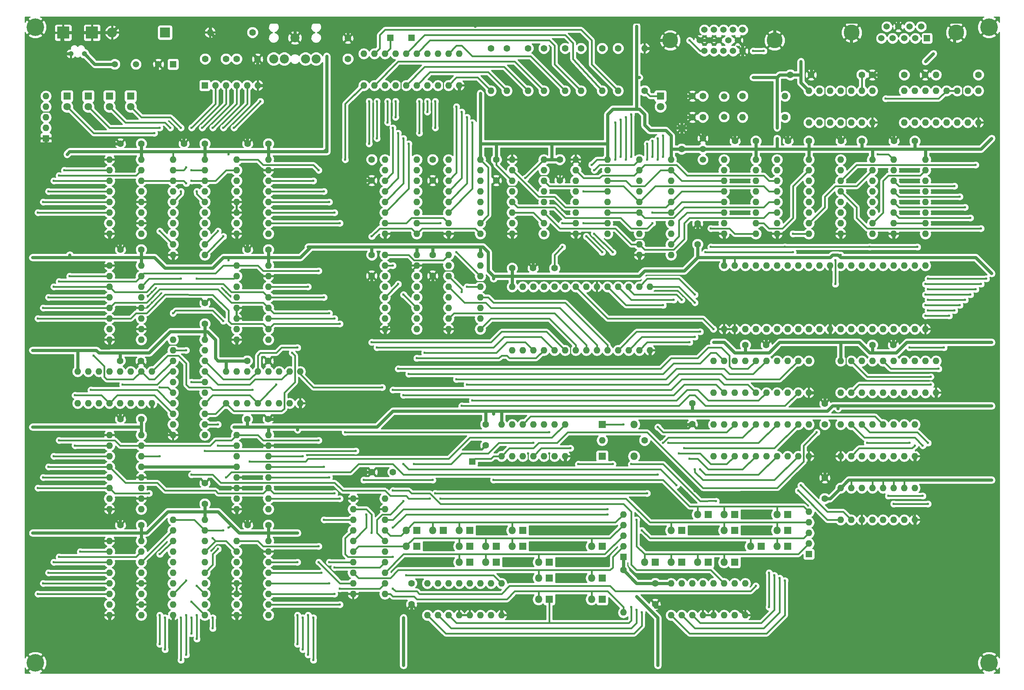
<source format=gbr>
G04 #@! TF.FileFunction,Copper,L2,Bot,Signal*
%FSLAX46Y46*%
G04 Gerber Fmt 4.6, Leading zero omitted, Abs format (unit mm)*
G04 Created by KiCad (PCBNEW 4.0.6) date 2020 March 20, Friday 17:13:11*
%MOMM*%
%LPD*%
G01*
G04 APERTURE LIST*
%ADD10C,0.100000*%
%ADD11R,1.800000X1.800000*%
%ADD12C,1.800000*%
%ADD13C,1.600000*%
%ADD14O,1.600000X1.600000*%
%ADD15C,1.501140*%
%ADD16C,3.810000*%
%ADD17R,1.524000X1.524000*%
%ADD18C,1.524000*%
%ADD19O,1.800000X1.800000*%
%ADD20R,1.600000X1.600000*%
%ADD21O,1.219200X1.219100*%
%ADD22O,1.219200X1.219200*%
%ADD23R,2.895600X2.895600*%
%ADD24C,4.200000*%
%ADD25R,1.500000X1.500000*%
%ADD26C,2.184400*%
%ADD27R,2.400000X2.400000*%
%ADD28O,2.400000X2.400000*%
%ADD29C,0.600000*%
%ADD30C,0.400000*%
%ADD31C,0.750000*%
%ADD32C,0.250000*%
%ADD33C,0.260000*%
%ADD34C,0.254000*%
G04 APERTURE END LIST*
D10*
D11*
X30480000Y-43180000D03*
D12*
X30480000Y-45720000D03*
D11*
X35560000Y-43180000D03*
D12*
X35560000Y-45720000D03*
D11*
X40640000Y-43180000D03*
D12*
X40640000Y-45720000D03*
D11*
X45720000Y-43180000D03*
D12*
X45720000Y-45720000D03*
D13*
X182880000Y-48260000D03*
X180380000Y-48260000D03*
X182880000Y-43180000D03*
X180380000Y-43180000D03*
X220980000Y-38100000D03*
X223480000Y-38100000D03*
X202565000Y-48260000D03*
D14*
X192405000Y-48260000D03*
D13*
X192405000Y-43180000D03*
D14*
X202565000Y-43180000D03*
D15*
X187960000Y-48160940D03*
X187960000Y-43279060D03*
X46990000Y-35560000D03*
X41910000Y-35549840D03*
D16*
X243586000Y-27940000D03*
X218567000Y-27940000D03*
D17*
X236601000Y-29337000D03*
D18*
X233807000Y-29337000D03*
X231140000Y-29337000D03*
X228346000Y-29337000D03*
X225679000Y-29337000D03*
X235204000Y-26543000D03*
X232410000Y-26543000D03*
X229743000Y-26543000D03*
X226949000Y-26543000D03*
D11*
X172720000Y-43180000D03*
D12*
X172720000Y-45720000D03*
D11*
X158750000Y-129540000D03*
D19*
X166370000Y-129540000D03*
D11*
X158750000Y-121920000D03*
D19*
X166370000Y-121920000D03*
D18*
X182880000Y-55880000D03*
X182880000Y-53340000D03*
X182880000Y-58420000D03*
D13*
X168910000Y-41910000D03*
D14*
X168910000Y-31750000D03*
D20*
X208280000Y-153035000D03*
D14*
X208280000Y-150495000D03*
X208280000Y-147955000D03*
X208280000Y-145415000D03*
X208280000Y-142875000D03*
D20*
X163830000Y-153670000D03*
D14*
X163830000Y-151130000D03*
X163830000Y-148590000D03*
X163830000Y-146050000D03*
X163830000Y-143510000D03*
D13*
X163830000Y-156845000D03*
D14*
X163830000Y-167005000D03*
D13*
X168910000Y-125730000D03*
D14*
X158750000Y-125730000D03*
D20*
X25400000Y-53340000D03*
D14*
X25400000Y-50800000D03*
X25400000Y-48260000D03*
X25400000Y-45720000D03*
X25400000Y-43180000D03*
D20*
X63500000Y-40640000D03*
D14*
X66040000Y-40640000D03*
X68580000Y-40640000D03*
X71120000Y-40640000D03*
X73660000Y-40640000D03*
X76200000Y-40640000D03*
D13*
X162560000Y-31750000D03*
D14*
X162560000Y-41910000D03*
D13*
X74930000Y-27940000D03*
D14*
X64770000Y-27940000D03*
D13*
X132080000Y-31750000D03*
D14*
X132080000Y-41910000D03*
D13*
X135890000Y-31750000D03*
D14*
X135890000Y-41910000D03*
D13*
X140970000Y-31750000D03*
D14*
X140970000Y-41910000D03*
D13*
X144780000Y-31750000D03*
D14*
X144780000Y-41910000D03*
D13*
X149860000Y-31750000D03*
D14*
X149860000Y-41910000D03*
D13*
X153670000Y-31750000D03*
D14*
X153670000Y-41910000D03*
D13*
X158750000Y-31750000D03*
D14*
X158750000Y-41910000D03*
D13*
X248920000Y-38100000D03*
D14*
X238760000Y-38100000D03*
D21*
X31420000Y-33020000D03*
D22*
X34620000Y-33020000D03*
D23*
X29570000Y-27970000D03*
X36470000Y-27970000D03*
D18*
X182110000Y-29845000D03*
X184400000Y-29845000D03*
X186690000Y-29845000D03*
X188980000Y-29845000D03*
X191270000Y-29845000D03*
X183255000Y-32385000D03*
X185545000Y-32385000D03*
X187835000Y-32385000D03*
X190125000Y-32385000D03*
X192415000Y-32385000D03*
X183255000Y-27305000D03*
X185545000Y-27305000D03*
X187835000Y-27305000D03*
X190125000Y-27305000D03*
X192415000Y-27305000D03*
D16*
X175070000Y-29845000D03*
X200060000Y-29845000D03*
D24*
X22860000Y-26670000D03*
X251460000Y-26670000D03*
X251460000Y-179070000D03*
X22860000Y-179070000D03*
D25*
X107950000Y-29210000D03*
X113030000Y-29210000D03*
X102870000Y-29210000D03*
X127635000Y-130810000D03*
X122555000Y-125730000D03*
D13*
X147320000Y-84455000D03*
X233680000Y-53975000D03*
X228680000Y-53975000D03*
X220980000Y-53975000D03*
X215980000Y-53975000D03*
X208280000Y-53975000D03*
X203280000Y-53975000D03*
X195580000Y-53975000D03*
X190580000Y-53975000D03*
X181610000Y-78740000D03*
X181610000Y-73740000D03*
X193040000Y-102870000D03*
X198040000Y-102870000D03*
X223520000Y-102870000D03*
X228520000Y-102870000D03*
X212090000Y-121920000D03*
X212090000Y-116920000D03*
X180340000Y-116840000D03*
X180340000Y-121840000D03*
X212090000Y-139700000D03*
X212090000Y-134700000D03*
X171450000Y-160020000D03*
X171450000Y-165020000D03*
X130810000Y-121920000D03*
X130810000Y-126920000D03*
X113030000Y-160020000D03*
X113030000Y-165020000D03*
X108585000Y-133350000D03*
X103585000Y-133350000D03*
X78740000Y-146050000D03*
X73740000Y-146050000D03*
X63500000Y-140970000D03*
X63500000Y-135970000D03*
X48260000Y-146050000D03*
X43260000Y-146050000D03*
X48260000Y-120650000D03*
X43260000Y-120650000D03*
X73660000Y-120650000D03*
X78660000Y-120650000D03*
X73660000Y-106680000D03*
X78660000Y-106680000D03*
X63500000Y-97790000D03*
X63500000Y-92790000D03*
X43180000Y-106680000D03*
X48180000Y-106680000D03*
X48260000Y-80010000D03*
X43260000Y-80010000D03*
X78740000Y-80010000D03*
X73740000Y-80010000D03*
X48260000Y-54610000D03*
X43260000Y-54610000D03*
X63500000Y-54610000D03*
X58500000Y-54610000D03*
X78740000Y-54610000D03*
X73740000Y-54610000D03*
X103505000Y-58420000D03*
X103505000Y-63420000D03*
X103505000Y-81280000D03*
X103505000Y-86280000D03*
X118110000Y-81280000D03*
X118110000Y-86280000D03*
X118110000Y-58420000D03*
X118110000Y-63420000D03*
X133350000Y-58420000D03*
X133350000Y-63420000D03*
X137160000Y-84455000D03*
X142160000Y-84455000D03*
X148590000Y-58420000D03*
X148590000Y-63420000D03*
X177800000Y-55880000D03*
X177800000Y-50880000D03*
X97790000Y-34290000D03*
X97790000Y-29290000D03*
X71120000Y-34290000D03*
X76120000Y-34290000D03*
X68580000Y-34290000D03*
X63580000Y-34290000D03*
X231140000Y-38100000D03*
X236140000Y-38100000D03*
D20*
X55880000Y-35560000D03*
D13*
X52380000Y-35560000D03*
X203835000Y-38100000D03*
X208835000Y-38100000D03*
D26*
X90170000Y-34290000D03*
X87630000Y-34290000D03*
X82550000Y-34290000D03*
X80010000Y-34290000D03*
X85090000Y-29210000D03*
D14*
X71120000Y-149860000D03*
X71120000Y-152400000D03*
X71120000Y-154940000D03*
X71120000Y-157480000D03*
X71120000Y-160020000D03*
X71120000Y-162560000D03*
X71120000Y-165100000D03*
X71120000Y-167640000D03*
X78740000Y-167640000D03*
X78740000Y-165100000D03*
X78740000Y-162560000D03*
X78740000Y-160020000D03*
X78740000Y-157480000D03*
X78740000Y-154940000D03*
X78740000Y-152400000D03*
X78740000Y-149860000D03*
X71120000Y-124460000D03*
X71120000Y-127000000D03*
X71120000Y-129540000D03*
X71120000Y-132080000D03*
X71120000Y-134620000D03*
X71120000Y-137160000D03*
X71120000Y-139700000D03*
X71120000Y-142240000D03*
X78740000Y-142240000D03*
X78740000Y-139700000D03*
X78740000Y-137160000D03*
X78740000Y-134620000D03*
X78740000Y-132080000D03*
X78740000Y-129540000D03*
X78740000Y-127000000D03*
X78740000Y-124460000D03*
X71120000Y-83820000D03*
X71120000Y-86360000D03*
X71120000Y-88900000D03*
X71120000Y-91440000D03*
X71120000Y-93980000D03*
X71120000Y-96520000D03*
X71120000Y-99060000D03*
X71120000Y-101600000D03*
X78740000Y-101600000D03*
X78740000Y-99060000D03*
X78740000Y-96520000D03*
X78740000Y-93980000D03*
X78740000Y-91440000D03*
X78740000Y-88900000D03*
X78740000Y-86360000D03*
X78740000Y-83820000D03*
X71120000Y-58420000D03*
X71120000Y-60960000D03*
X71120000Y-63500000D03*
X71120000Y-66040000D03*
X71120000Y-68580000D03*
X71120000Y-71120000D03*
X71120000Y-73660000D03*
X71120000Y-76200000D03*
X78740000Y-76200000D03*
X78740000Y-73660000D03*
X78740000Y-71120000D03*
X78740000Y-68580000D03*
X78740000Y-66040000D03*
X78740000Y-63500000D03*
X78740000Y-60960000D03*
X78740000Y-58420000D03*
X40640000Y-149860000D03*
X40640000Y-152400000D03*
X40640000Y-154940000D03*
X40640000Y-157480000D03*
X40640000Y-160020000D03*
X40640000Y-162560000D03*
X40640000Y-165100000D03*
X40640000Y-167640000D03*
X48260000Y-167640000D03*
X48260000Y-165100000D03*
X48260000Y-162560000D03*
X48260000Y-160020000D03*
X48260000Y-157480000D03*
X48260000Y-154940000D03*
X48260000Y-152400000D03*
X48260000Y-149860000D03*
X40640000Y-124460000D03*
X40640000Y-127000000D03*
X40640000Y-129540000D03*
X40640000Y-132080000D03*
X40640000Y-134620000D03*
X40640000Y-137160000D03*
X40640000Y-139700000D03*
X40640000Y-142240000D03*
X48260000Y-142240000D03*
X48260000Y-139700000D03*
X48260000Y-137160000D03*
X48260000Y-134620000D03*
X48260000Y-132080000D03*
X48260000Y-129540000D03*
X48260000Y-127000000D03*
X48260000Y-124460000D03*
X40640000Y-83820000D03*
X40640000Y-86360000D03*
X40640000Y-88900000D03*
X40640000Y-91440000D03*
X40640000Y-93980000D03*
X40640000Y-96520000D03*
X40640000Y-99060000D03*
X40640000Y-101600000D03*
X48260000Y-101600000D03*
X48260000Y-99060000D03*
X48260000Y-96520000D03*
X48260000Y-93980000D03*
X48260000Y-91440000D03*
X48260000Y-88900000D03*
X48260000Y-86360000D03*
X48260000Y-83820000D03*
X40640000Y-58420000D03*
X40640000Y-60960000D03*
X40640000Y-63500000D03*
X40640000Y-66040000D03*
X40640000Y-68580000D03*
X40640000Y-71120000D03*
X40640000Y-73660000D03*
X40640000Y-76200000D03*
X48260000Y-76200000D03*
X48260000Y-73660000D03*
X48260000Y-71120000D03*
X48260000Y-68580000D03*
X48260000Y-66040000D03*
X48260000Y-63500000D03*
X48260000Y-60960000D03*
X48260000Y-58420000D03*
X68580000Y-116840000D03*
X71120000Y-116840000D03*
X73660000Y-116840000D03*
X76200000Y-116840000D03*
X78740000Y-116840000D03*
X81280000Y-116840000D03*
X83820000Y-116840000D03*
X86360000Y-116840000D03*
X86360000Y-109220000D03*
X83820000Y-109220000D03*
X81280000Y-109220000D03*
X78740000Y-109220000D03*
X76200000Y-109220000D03*
X73660000Y-109220000D03*
X71120000Y-109220000D03*
X68580000Y-109220000D03*
X33020000Y-116840000D03*
X35560000Y-116840000D03*
X38100000Y-116840000D03*
X40640000Y-116840000D03*
X43180000Y-116840000D03*
X45720000Y-116840000D03*
X48260000Y-116840000D03*
X50800000Y-116840000D03*
X50800000Y-109220000D03*
X48260000Y-109220000D03*
X45720000Y-109220000D03*
X43180000Y-109220000D03*
X40640000Y-109220000D03*
X38100000Y-109220000D03*
X35560000Y-109220000D03*
X33020000Y-109220000D03*
X215900000Y-129540000D03*
X218440000Y-129540000D03*
X220980000Y-129540000D03*
X223520000Y-129540000D03*
X226060000Y-129540000D03*
X228600000Y-129540000D03*
X231140000Y-129540000D03*
X233680000Y-129540000D03*
X233680000Y-121920000D03*
X231140000Y-121920000D03*
X228600000Y-121920000D03*
X226060000Y-121920000D03*
X223520000Y-121920000D03*
X220980000Y-121920000D03*
X218440000Y-121920000D03*
X215900000Y-121920000D03*
X215900000Y-144780000D03*
X218440000Y-144780000D03*
X220980000Y-144780000D03*
X223520000Y-144780000D03*
X226060000Y-144780000D03*
X228600000Y-144780000D03*
X231140000Y-144780000D03*
X233680000Y-144780000D03*
X233680000Y-137160000D03*
X231140000Y-137160000D03*
X228600000Y-137160000D03*
X226060000Y-137160000D03*
X223520000Y-137160000D03*
X220980000Y-137160000D03*
X218440000Y-137160000D03*
X215900000Y-137160000D03*
X175260000Y-167640000D03*
X177800000Y-167640000D03*
X180340000Y-167640000D03*
X182880000Y-167640000D03*
X185420000Y-167640000D03*
X187960000Y-167640000D03*
X190500000Y-167640000D03*
X193040000Y-167640000D03*
X193040000Y-160020000D03*
X190500000Y-160020000D03*
X187960000Y-160020000D03*
X185420000Y-160020000D03*
X182880000Y-160020000D03*
X180340000Y-160020000D03*
X177800000Y-160020000D03*
X175260000Y-160020000D03*
X116840000Y-167640000D03*
X119380000Y-167640000D03*
X121920000Y-167640000D03*
X124460000Y-167640000D03*
X127000000Y-167640000D03*
X129540000Y-167640000D03*
X132080000Y-167640000D03*
X134620000Y-167640000D03*
X134620000Y-160020000D03*
X132080000Y-160020000D03*
X129540000Y-160020000D03*
X127000000Y-160020000D03*
X124460000Y-160020000D03*
X121920000Y-160020000D03*
X119380000Y-160020000D03*
X116840000Y-160020000D03*
X121920000Y-58420000D03*
X121920000Y-60960000D03*
X121920000Y-63500000D03*
X121920000Y-66040000D03*
X121920000Y-68580000D03*
X121920000Y-71120000D03*
X121920000Y-73660000D03*
X121920000Y-76200000D03*
X129540000Y-76200000D03*
X129540000Y-73660000D03*
X129540000Y-71120000D03*
X129540000Y-68580000D03*
X129540000Y-66040000D03*
X129540000Y-63500000D03*
X129540000Y-60960000D03*
X129540000Y-58420000D03*
X106680000Y-58420000D03*
X106680000Y-60960000D03*
X106680000Y-63500000D03*
X106680000Y-66040000D03*
X106680000Y-68580000D03*
X106680000Y-71120000D03*
X106680000Y-73660000D03*
X106680000Y-76200000D03*
X114300000Y-76200000D03*
X114300000Y-73660000D03*
X114300000Y-71120000D03*
X114300000Y-68580000D03*
X114300000Y-66040000D03*
X114300000Y-63500000D03*
X114300000Y-60960000D03*
X114300000Y-58420000D03*
X121920000Y-81280000D03*
X121920000Y-83820000D03*
X121920000Y-86360000D03*
X121920000Y-88900000D03*
X121920000Y-91440000D03*
X121920000Y-93980000D03*
X121920000Y-96520000D03*
X121920000Y-99060000D03*
X129540000Y-99060000D03*
X129540000Y-96520000D03*
X129540000Y-93980000D03*
X129540000Y-91440000D03*
X129540000Y-88900000D03*
X129540000Y-86360000D03*
X129540000Y-83820000D03*
X129540000Y-81280000D03*
X106680000Y-81280000D03*
X106680000Y-83820000D03*
X106680000Y-86360000D03*
X106680000Y-88900000D03*
X106680000Y-91440000D03*
X106680000Y-93980000D03*
X106680000Y-96520000D03*
X106680000Y-99060000D03*
X114300000Y-99060000D03*
X114300000Y-96520000D03*
X114300000Y-93980000D03*
X114300000Y-91440000D03*
X114300000Y-88900000D03*
X114300000Y-86360000D03*
X114300000Y-83820000D03*
X114300000Y-81280000D03*
X152400000Y-58420000D03*
X152400000Y-60960000D03*
X152400000Y-63500000D03*
X152400000Y-66040000D03*
X152400000Y-68580000D03*
X152400000Y-71120000D03*
X152400000Y-73660000D03*
X152400000Y-76200000D03*
X160020000Y-76200000D03*
X160020000Y-73660000D03*
X160020000Y-71120000D03*
X160020000Y-68580000D03*
X160020000Y-66040000D03*
X160020000Y-63500000D03*
X160020000Y-60960000D03*
X160020000Y-58420000D03*
X137160000Y-58420000D03*
X137160000Y-60960000D03*
X137160000Y-63500000D03*
X137160000Y-66040000D03*
X137160000Y-68580000D03*
X137160000Y-71120000D03*
X137160000Y-73660000D03*
X137160000Y-76200000D03*
X144780000Y-76200000D03*
X144780000Y-73660000D03*
X144780000Y-71120000D03*
X144780000Y-68580000D03*
X144780000Y-66040000D03*
X144780000Y-63500000D03*
X144780000Y-60960000D03*
X144780000Y-58420000D03*
X228600000Y-58420000D03*
X228600000Y-60960000D03*
X228600000Y-63500000D03*
X228600000Y-66040000D03*
X228600000Y-68580000D03*
X228600000Y-71120000D03*
X228600000Y-73660000D03*
X228600000Y-76200000D03*
X236220000Y-76200000D03*
X236220000Y-73660000D03*
X236220000Y-71120000D03*
X236220000Y-68580000D03*
X236220000Y-66040000D03*
X236220000Y-63500000D03*
X236220000Y-60960000D03*
X236220000Y-58420000D03*
X215900000Y-58420000D03*
X215900000Y-60960000D03*
X215900000Y-63500000D03*
X215900000Y-66040000D03*
X215900000Y-68580000D03*
X215900000Y-71120000D03*
X215900000Y-73660000D03*
X215900000Y-76200000D03*
X223520000Y-76200000D03*
X223520000Y-73660000D03*
X223520000Y-71120000D03*
X223520000Y-68580000D03*
X223520000Y-66040000D03*
X223520000Y-63500000D03*
X223520000Y-60960000D03*
X223520000Y-58420000D03*
X200660000Y-58420000D03*
X200660000Y-60960000D03*
X200660000Y-63500000D03*
X200660000Y-66040000D03*
X200660000Y-68580000D03*
X200660000Y-71120000D03*
X200660000Y-73660000D03*
X200660000Y-76200000D03*
X208280000Y-76200000D03*
X208280000Y-73660000D03*
X208280000Y-71120000D03*
X208280000Y-68580000D03*
X208280000Y-66040000D03*
X208280000Y-63500000D03*
X208280000Y-60960000D03*
X208280000Y-58420000D03*
X187960000Y-58420000D03*
X187960000Y-60960000D03*
X187960000Y-63500000D03*
X187960000Y-66040000D03*
X187960000Y-68580000D03*
X187960000Y-71120000D03*
X187960000Y-73660000D03*
X187960000Y-76200000D03*
X195580000Y-76200000D03*
X195580000Y-73660000D03*
X195580000Y-71120000D03*
X195580000Y-68580000D03*
X195580000Y-66040000D03*
X195580000Y-63500000D03*
X195580000Y-60960000D03*
X195580000Y-58420000D03*
X231140000Y-49530000D03*
X233680000Y-49530000D03*
X236220000Y-49530000D03*
X238760000Y-49530000D03*
X241300000Y-49530000D03*
X243840000Y-49530000D03*
X246380000Y-49530000D03*
X248920000Y-49530000D03*
X248920000Y-41910000D03*
X246380000Y-41910000D03*
X243840000Y-41910000D03*
X241300000Y-41910000D03*
X238760000Y-41910000D03*
X236220000Y-41910000D03*
X233680000Y-41910000D03*
X231140000Y-41910000D03*
X137160000Y-104140000D03*
X139700000Y-104140000D03*
X142240000Y-104140000D03*
X144780000Y-104140000D03*
X147320000Y-104140000D03*
X149860000Y-104140000D03*
X152400000Y-104140000D03*
X154940000Y-104140000D03*
X157480000Y-104140000D03*
X160020000Y-104140000D03*
X162560000Y-104140000D03*
X165100000Y-104140000D03*
X167640000Y-104140000D03*
X170180000Y-104140000D03*
X170180000Y-88900000D03*
X167640000Y-88900000D03*
X165100000Y-88900000D03*
X162560000Y-88900000D03*
X160020000Y-88900000D03*
X157480000Y-88900000D03*
X154940000Y-88900000D03*
X152400000Y-88900000D03*
X149860000Y-88900000D03*
X147320000Y-88900000D03*
X144780000Y-88900000D03*
X142240000Y-88900000D03*
X139700000Y-88900000D03*
X137160000Y-88900000D03*
X187960000Y-99060000D03*
X190500000Y-99060000D03*
X193040000Y-99060000D03*
X195580000Y-99060000D03*
X198120000Y-99060000D03*
X200660000Y-99060000D03*
X203200000Y-99060000D03*
X205740000Y-99060000D03*
X208280000Y-99060000D03*
X210820000Y-99060000D03*
X213360000Y-99060000D03*
X215900000Y-99060000D03*
X218440000Y-99060000D03*
X220980000Y-99060000D03*
X223520000Y-99060000D03*
X226060000Y-99060000D03*
X228600000Y-99060000D03*
X231140000Y-99060000D03*
X233680000Y-99060000D03*
X236220000Y-99060000D03*
X236220000Y-83820000D03*
X233680000Y-83820000D03*
X231140000Y-83820000D03*
X228600000Y-83820000D03*
X226060000Y-83820000D03*
X223520000Y-83820000D03*
X220980000Y-83820000D03*
X218440000Y-83820000D03*
X215900000Y-83820000D03*
X213360000Y-83820000D03*
X210820000Y-83820000D03*
X208280000Y-83820000D03*
X205740000Y-83820000D03*
X203200000Y-83820000D03*
X200660000Y-83820000D03*
X198120000Y-83820000D03*
X195580000Y-83820000D03*
X193040000Y-83820000D03*
X190500000Y-83820000D03*
X187960000Y-83820000D03*
X208280000Y-49530000D03*
X210820000Y-49530000D03*
X213360000Y-49530000D03*
X215900000Y-49530000D03*
X218440000Y-49530000D03*
X220980000Y-49530000D03*
X223520000Y-49530000D03*
X223520000Y-41910000D03*
X220980000Y-41910000D03*
X218440000Y-41910000D03*
X215900000Y-41910000D03*
X213360000Y-41910000D03*
X210820000Y-41910000D03*
X208280000Y-41910000D03*
X134620000Y-129540000D03*
X137160000Y-129540000D03*
X139700000Y-129540000D03*
X142240000Y-129540000D03*
X144780000Y-129540000D03*
X147320000Y-129540000D03*
X149860000Y-129540000D03*
X149860000Y-121920000D03*
X147320000Y-121920000D03*
X144780000Y-121920000D03*
X142240000Y-121920000D03*
X139700000Y-121920000D03*
X137160000Y-121920000D03*
X134620000Y-121920000D03*
X215900000Y-114300000D03*
X218440000Y-114300000D03*
X220980000Y-114300000D03*
X223520000Y-114300000D03*
X226060000Y-114300000D03*
X228600000Y-114300000D03*
X231140000Y-114300000D03*
X233680000Y-114300000D03*
X236220000Y-114300000D03*
X238760000Y-114300000D03*
X238760000Y-106680000D03*
X236220000Y-106680000D03*
X233680000Y-106680000D03*
X231140000Y-106680000D03*
X228600000Y-106680000D03*
X226060000Y-106680000D03*
X223520000Y-106680000D03*
X220980000Y-106680000D03*
X218440000Y-106680000D03*
X215900000Y-106680000D03*
X185420000Y-114300000D03*
X187960000Y-114300000D03*
X190500000Y-114300000D03*
X193040000Y-114300000D03*
X195580000Y-114300000D03*
X198120000Y-114300000D03*
X200660000Y-114300000D03*
X203200000Y-114300000D03*
X205740000Y-114300000D03*
X208280000Y-114300000D03*
X208280000Y-106680000D03*
X205740000Y-106680000D03*
X203200000Y-106680000D03*
X200660000Y-106680000D03*
X198120000Y-106680000D03*
X195580000Y-106680000D03*
X193040000Y-106680000D03*
X190500000Y-106680000D03*
X187960000Y-106680000D03*
X185420000Y-106680000D03*
X185420000Y-129540000D03*
X187960000Y-129540000D03*
X190500000Y-129540000D03*
X193040000Y-129540000D03*
X195580000Y-129540000D03*
X198120000Y-129540000D03*
X200660000Y-129540000D03*
X203200000Y-129540000D03*
X205740000Y-129540000D03*
X208280000Y-129540000D03*
X208280000Y-121920000D03*
X205740000Y-121920000D03*
X203200000Y-121920000D03*
X200660000Y-121920000D03*
X198120000Y-121920000D03*
X195580000Y-121920000D03*
X193040000Y-121920000D03*
X190500000Y-121920000D03*
X187960000Y-121920000D03*
X185420000Y-121920000D03*
X99060000Y-139700000D03*
X99060000Y-142240000D03*
X99060000Y-144780000D03*
X99060000Y-147320000D03*
X99060000Y-149860000D03*
X99060000Y-152400000D03*
X99060000Y-154940000D03*
X99060000Y-157480000D03*
X99060000Y-160020000D03*
X99060000Y-162560000D03*
X106680000Y-162560000D03*
X106680000Y-160020000D03*
X106680000Y-157480000D03*
X106680000Y-154940000D03*
X106680000Y-152400000D03*
X106680000Y-149860000D03*
X106680000Y-147320000D03*
X106680000Y-144780000D03*
X106680000Y-142240000D03*
X106680000Y-139700000D03*
X55880000Y-144780000D03*
X55880000Y-147320000D03*
X55880000Y-149860000D03*
X55880000Y-152400000D03*
X55880000Y-154940000D03*
X55880000Y-157480000D03*
X55880000Y-160020000D03*
X55880000Y-162560000D03*
X55880000Y-165100000D03*
X55880000Y-167640000D03*
X63500000Y-167640000D03*
X63500000Y-165100000D03*
X63500000Y-162560000D03*
X63500000Y-160020000D03*
X63500000Y-157480000D03*
X63500000Y-154940000D03*
X63500000Y-152400000D03*
X63500000Y-149860000D03*
X63500000Y-147320000D03*
X63500000Y-144780000D03*
X55880000Y-101600000D03*
X55880000Y-104140000D03*
X55880000Y-106680000D03*
X55880000Y-109220000D03*
X55880000Y-111760000D03*
X55880000Y-114300000D03*
X55880000Y-116840000D03*
X55880000Y-119380000D03*
X55880000Y-121920000D03*
X55880000Y-124460000D03*
X63500000Y-124460000D03*
X63500000Y-121920000D03*
X63500000Y-119380000D03*
X63500000Y-116840000D03*
X63500000Y-114300000D03*
X63500000Y-111760000D03*
X63500000Y-109220000D03*
X63500000Y-106680000D03*
X63500000Y-104140000D03*
X63500000Y-101600000D03*
X55880000Y-58420000D03*
X55880000Y-60960000D03*
X55880000Y-63500000D03*
X55880000Y-66040000D03*
X55880000Y-68580000D03*
X55880000Y-71120000D03*
X55880000Y-73660000D03*
X55880000Y-76200000D03*
X55880000Y-78740000D03*
X55880000Y-81280000D03*
X63500000Y-81280000D03*
X63500000Y-78740000D03*
X63500000Y-76200000D03*
X63500000Y-73660000D03*
X63500000Y-71120000D03*
X63500000Y-68580000D03*
X63500000Y-66040000D03*
X63500000Y-63500000D03*
X63500000Y-60960000D03*
X63500000Y-58420000D03*
X167640000Y-58420000D03*
X167640000Y-60960000D03*
X167640000Y-63500000D03*
X167640000Y-66040000D03*
X167640000Y-68580000D03*
X167640000Y-71120000D03*
X167640000Y-73660000D03*
X167640000Y-76200000D03*
X167640000Y-78740000D03*
X167640000Y-81280000D03*
X175260000Y-81280000D03*
X175260000Y-78740000D03*
X175260000Y-76200000D03*
X175260000Y-73660000D03*
X175260000Y-71120000D03*
X175260000Y-68580000D03*
X175260000Y-66040000D03*
X175260000Y-63500000D03*
X175260000Y-60960000D03*
X175260000Y-58420000D03*
X101600000Y-40640000D03*
X104140000Y-40640000D03*
X106680000Y-40640000D03*
X109220000Y-40640000D03*
X111760000Y-40640000D03*
X114300000Y-40640000D03*
X116840000Y-40640000D03*
X119380000Y-40640000D03*
X121920000Y-40640000D03*
X124460000Y-40640000D03*
X124460000Y-33020000D03*
X121920000Y-33020000D03*
X119380000Y-33020000D03*
X116840000Y-33020000D03*
X114300000Y-33020000D03*
X111760000Y-33020000D03*
X109220000Y-33020000D03*
X106680000Y-33020000D03*
X104140000Y-33020000D03*
X101600000Y-33020000D03*
D27*
X53975000Y-27940000D03*
D28*
X41275000Y-27940000D03*
D11*
X114300000Y-147320000D03*
D19*
X111760000Y-147320000D03*
D11*
X114300000Y-151130000D03*
D19*
X111760000Y-151130000D03*
D11*
X120650000Y-147320000D03*
D19*
X118110000Y-147320000D03*
D11*
X127000000Y-154940000D03*
D19*
X124460000Y-154940000D03*
D11*
X127000000Y-151130000D03*
D19*
X124460000Y-151130000D03*
D11*
X127000000Y-147320000D03*
D19*
X124460000Y-147320000D03*
D11*
X133350000Y-154940000D03*
D19*
X130810000Y-154940000D03*
D11*
X133350000Y-151130000D03*
D19*
X130810000Y-151130000D03*
D11*
X139700000Y-151130000D03*
D19*
X137160000Y-151130000D03*
D11*
X139700000Y-147320000D03*
D19*
X137160000Y-147320000D03*
D11*
X146050000Y-163830000D03*
D19*
X143510000Y-163830000D03*
D11*
X146050000Y-158750000D03*
D19*
X143510000Y-158750000D03*
D11*
X146050000Y-154940000D03*
D19*
X143510000Y-154940000D03*
D11*
X158750000Y-163830000D03*
D19*
X156210000Y-163830000D03*
D11*
X158750000Y-158750000D03*
D19*
X156210000Y-158750000D03*
D11*
X158750000Y-151130000D03*
D19*
X156210000Y-151130000D03*
D11*
X171450000Y-154940000D03*
D19*
X168910000Y-154940000D03*
D11*
X177800000Y-154940000D03*
D19*
X175260000Y-154940000D03*
D11*
X177800000Y-147320000D03*
D19*
X175260000Y-147320000D03*
D11*
X184150000Y-154940000D03*
D19*
X181610000Y-154940000D03*
D11*
X184150000Y-143510000D03*
D19*
X181610000Y-143510000D03*
D11*
X190500000Y-147320000D03*
D19*
X187960000Y-147320000D03*
D11*
X190500000Y-143510000D03*
D19*
X187960000Y-143510000D03*
D11*
X196850000Y-151130000D03*
D19*
X194310000Y-151130000D03*
D11*
X203200000Y-151130000D03*
D19*
X200660000Y-151130000D03*
D11*
X203200000Y-147320000D03*
D19*
X200660000Y-147320000D03*
D11*
X203200000Y-143510000D03*
D19*
X200660000Y-143510000D03*
D11*
X190500000Y-154940000D03*
D19*
X187960000Y-154940000D03*
D29*
X210185000Y-123825000D03*
X99695000Y-128270000D03*
X63500000Y-128270000D03*
X182245000Y-132715000D03*
X182245000Y-99695000D03*
X241935000Y-95885000D03*
X236220000Y-95885000D03*
X33655000Y-152400000D03*
X243205000Y-64770000D03*
X180975000Y-132715000D03*
X65405000Y-170815000D03*
X180975000Y-100965000D03*
X236855000Y-94615000D03*
X243205000Y-94615000D03*
X65405000Y-168275000D03*
X244475000Y-67310000D03*
X32385000Y-127000000D03*
X31115000Y-86360000D03*
X179705000Y-130175000D03*
X179705000Y-102235000D03*
X244475000Y-93345000D03*
X236220000Y-93345000D03*
X245745000Y-69850000D03*
X60325000Y-172085000D03*
X60325000Y-168275000D03*
X178435000Y-127635000D03*
X180975000Y-92710000D03*
X236855000Y-92075000D03*
X61595000Y-173355000D03*
X245745000Y-92075000D03*
X61595000Y-167640000D03*
X247015000Y-72390000D03*
X29845000Y-60960000D03*
X177165000Y-128905000D03*
X236220000Y-90805000D03*
X247015000Y-90805000D03*
X52705000Y-174625000D03*
X85725000Y-174625000D03*
X180975000Y-90805000D03*
X52705000Y-167640000D03*
X52705000Y-153035000D03*
X248285000Y-59690000D03*
X85725000Y-167640000D03*
X85725000Y-154940000D03*
X174625000Y-126365000D03*
X177800000Y-92075000D03*
X236855000Y-89535000D03*
X248285000Y-89535000D03*
X53975000Y-175895000D03*
X86995000Y-175895000D03*
X53975000Y-168275000D03*
X249555000Y-74930000D03*
X86995000Y-168275000D03*
X86995000Y-129540000D03*
X172085000Y-122555000D03*
X175895000Y-92075000D03*
X236220000Y-88265000D03*
X249555000Y-88265000D03*
X214630000Y-88265000D03*
X214630000Y-82550000D03*
X59055000Y-167640000D03*
X88265000Y-177165000D03*
X59055000Y-177165000D03*
X88265000Y-167640000D03*
X88265000Y-88900000D03*
X173355000Y-126365000D03*
X89535000Y-178435000D03*
X57785000Y-178435000D03*
X250825000Y-86995000D03*
X236855000Y-86995000D03*
X89535000Y-63500000D03*
X89535000Y-168275000D03*
X173355000Y-93345000D03*
X57785000Y-168275000D03*
X52705000Y-113030000D03*
X52705000Y-129540000D03*
X57785000Y-86995000D03*
X59055000Y-159385000D03*
X59055000Y-104140000D03*
X59055000Y-64135000D03*
X65405000Y-149225000D03*
X66675000Y-121920000D03*
X66675000Y-127000000D03*
X66675000Y-151765000D03*
X61595000Y-160655000D03*
X61595000Y-86995000D03*
X60325000Y-133985000D03*
X117475000Y-139700000D03*
X118745000Y-138430000D03*
X169545000Y-138430000D03*
X60325000Y-111760000D03*
X60325000Y-164465000D03*
X60325000Y-63500000D03*
X36830000Y-105410000D03*
X107315000Y-44450000D03*
X107315000Y-49530000D03*
X161925000Y-58420000D03*
X127635000Y-49530000D03*
X161925000Y-49530000D03*
X109220000Y-48260000D03*
X109220000Y-44450000D03*
X43815000Y-112395000D03*
X163195000Y-57785000D03*
X163195000Y-48895000D03*
X126365000Y-48260000D03*
X116840000Y-46990000D03*
X116840000Y-44450000D03*
X164465000Y-58420000D03*
X36195000Y-113665000D03*
X164465000Y-48260000D03*
X125095000Y-46990000D03*
X32385000Y-114935000D03*
X165735000Y-47625000D03*
X123825000Y-45720000D03*
X165735000Y-57785000D03*
X172085000Y-133985000D03*
X67945000Y-147320000D03*
X68580000Y-134620000D03*
X170815000Y-71120000D03*
X170815000Y-73660000D03*
X116205000Y-104775000D03*
X114300000Y-106045000D03*
X104775000Y-103505000D03*
X103505000Y-102235000D03*
X126365000Y-88900000D03*
X126365000Y-112395000D03*
X125095000Y-90170000D03*
X125095000Y-117475000D03*
X123825000Y-111125000D03*
X127635000Y-116205000D03*
X123825000Y-80645000D03*
X109855000Y-108585000D03*
X108585000Y-113665000D03*
X112395000Y-109855000D03*
X111125000Y-114935000D03*
X111125000Y-90805000D03*
X109855000Y-88265000D03*
X108585000Y-83820000D03*
X108585000Y-50800000D03*
X118745000Y-50800000D03*
X118745000Y-44450000D03*
X173355000Y-52705000D03*
X173355000Y-57785000D03*
X80645000Y-112395000D03*
X109855000Y-52070000D03*
X84455000Y-104775000D03*
X172085000Y-58420000D03*
X172085000Y-53340000D03*
X114935000Y-52070000D03*
X114935000Y-44450000D03*
X111125000Y-53340000D03*
X104775000Y-53340000D03*
X170815000Y-53975000D03*
X85725000Y-103505000D03*
X170815000Y-57785000D03*
X104775000Y-44450000D03*
X112395000Y-54610000D03*
X102870000Y-54610000D03*
X169545000Y-54610000D03*
X169545000Y-58420000D03*
X102870000Y-44450000D03*
X185420000Y-99060000D03*
X233680000Y-127000000D03*
X222250000Y-126365000D03*
X232410000Y-126365000D03*
X240665000Y-103505000D03*
X232410000Y-103505000D03*
X170180000Y-49530000D03*
X167640000Y-49530000D03*
X140970000Y-55880000D03*
X156210000Y-55880000D03*
X231140000Y-120015000D03*
X233680000Y-120015000D03*
X73025000Y-153670000D03*
X100330000Y-57150000D03*
X116205000Y-59690000D03*
X215900000Y-85725000D03*
X226060000Y-85725000D03*
X236220000Y-85725000D03*
X162560000Y-73660000D03*
X165100000Y-76200000D03*
X68580000Y-90170000D03*
X50800000Y-90170000D03*
X50800000Y-92710000D03*
X189865000Y-67310000D03*
X191770000Y-58420000D03*
X191770000Y-60960000D03*
X189865000Y-63500000D03*
X193675000Y-67310000D03*
X189865000Y-71120000D03*
X150495000Y-68580000D03*
X205740000Y-80645000D03*
X212090000Y-43815000D03*
X212090000Y-47625000D03*
X212090000Y-38100000D03*
X217170000Y-47625000D03*
X167005000Y-158115000D03*
X161290000Y-165735000D03*
X219710000Y-67310000D03*
X219710000Y-62230000D03*
X217805000Y-69850000D03*
X228600000Y-120015000D03*
X217170000Y-118745000D03*
X232410000Y-142240000D03*
X223520000Y-142240000D03*
X124460000Y-85725000D03*
X130810000Y-87630000D03*
X184150000Y-40005000D03*
X199390000Y-37465000D03*
X198755000Y-40005000D03*
X64770000Y-42545000D03*
X69850000Y-42545000D03*
X74930000Y-42545000D03*
X72390000Y-42545000D03*
X67310000Y-42545000D03*
X189230000Y-85725000D03*
X180340000Y-60325000D03*
X178435000Y-81915000D03*
X183515000Y-84455000D03*
X29210000Y-178435000D03*
X54610000Y-177800000D03*
X50800000Y-175260000D03*
X209550000Y-97155000D03*
X183515000Y-99060000D03*
X149860000Y-126365000D03*
X217170000Y-107950000D03*
X217170000Y-113030000D03*
X220980000Y-111125000D03*
X222250000Y-107950000D03*
X232410000Y-133985000D03*
X73025000Y-87630000D03*
X89535000Y-62230000D03*
X51435000Y-149860000D03*
X132715000Y-84455000D03*
X136525000Y-91440000D03*
X136525000Y-98425000D03*
X135255000Y-106680000D03*
X149860000Y-102235000D03*
X138430000Y-64770000D03*
X143510000Y-62230000D03*
X146685000Y-66040000D03*
X146685000Y-68580000D03*
X149225000Y-70485000D03*
X147955000Y-72390000D03*
X147955000Y-77470000D03*
X117475000Y-69850000D03*
X179070000Y-138430000D03*
X140970000Y-154940000D03*
X132080000Y-147320000D03*
X138430000Y-154940000D03*
X138430000Y-158750000D03*
X119380000Y-151130000D03*
X119380000Y-154940000D03*
X151130000Y-158750000D03*
X151130000Y-151130000D03*
X151130000Y-147320000D03*
X151130000Y-154940000D03*
X151130000Y-137160000D03*
X151130000Y-163830000D03*
X140970000Y-163195000D03*
X227965000Y-132080000D03*
X205105000Y-160655000D03*
X205105000Y-167005000D03*
X195580000Y-154305000D03*
X193675000Y-157480000D03*
X200025000Y-154305000D03*
X187960000Y-151130000D03*
X186055000Y-156210000D03*
X196850000Y-158750000D03*
X197485000Y-167005000D03*
X189230000Y-158115000D03*
X38735000Y-46990000D03*
X43815000Y-46990000D03*
X112395000Y-43180000D03*
X105410000Y-59690000D03*
X153035000Y-83820000D03*
X164465000Y-125730000D03*
X167005000Y-106680000D03*
X160020000Y-100965000D03*
X160020000Y-97790000D03*
X162560000Y-100965000D03*
X165100000Y-94615000D03*
X162560000Y-94615000D03*
X160020000Y-94615000D03*
X171450000Y-81280000D03*
X171450000Y-78740000D03*
X172720000Y-74295000D03*
X162560000Y-78740000D03*
X165100000Y-81280000D03*
X238125000Y-62230000D03*
X226060000Y-61595000D03*
X226060000Y-53975000D03*
X222885000Y-54610000D03*
X199390000Y-45720000D03*
X201930000Y-45720000D03*
X209550000Y-45720000D03*
X206375000Y-47625000D03*
X205105000Y-41910000D03*
X217170000Y-43815000D03*
X217170000Y-38100000D03*
X169545000Y-28575000D03*
X172085000Y-31115000D03*
X233680000Y-33655000D03*
X228600000Y-33655000D03*
X232410000Y-31115000D03*
X245110000Y-34290000D03*
X245110000Y-40005000D03*
X239395000Y-34290000D03*
X242570000Y-43815000D03*
X232410000Y-47625000D03*
X24130000Y-164465000D03*
X28575000Y-156210000D03*
X240030000Y-167640000D03*
X240030000Y-148590000D03*
X34925000Y-130810000D03*
X34925000Y-135890000D03*
X34925000Y-142240000D03*
X34925000Y-138430000D03*
X34925000Y-133350000D03*
X34925000Y-128270000D03*
X34925000Y-146050000D03*
X34925000Y-151130000D03*
X35560000Y-167640000D03*
X24130000Y-172720000D03*
X146050000Y-128905000D03*
X140335000Y-120015000D03*
X135255000Y-127635000D03*
X135890000Y-120015000D03*
X140970000Y-128905000D03*
X200660000Y-140335000D03*
X194310000Y-140335000D03*
X194310000Y-147320000D03*
X194310000Y-143510000D03*
X181610000Y-151130000D03*
X181610000Y-147320000D03*
X177800000Y-143510000D03*
X170815000Y-147320000D03*
X170815000Y-143510000D03*
X168910000Y-151130000D03*
X95885000Y-44450000D03*
X107950000Y-35560000D03*
X107950000Y-39370000D03*
X101600000Y-38100000D03*
X100965000Y-44450000D03*
X120650000Y-38735000D03*
X110490000Y-39370000D03*
X113665000Y-36195000D03*
X232410000Y-63500000D03*
X232410000Y-68580000D03*
X232410000Y-60960000D03*
X232410000Y-66040000D03*
X231140000Y-71120000D03*
X212090000Y-62230000D03*
X212090000Y-58420000D03*
X204470000Y-74295000D03*
X204470000Y-61595000D03*
X204470000Y-58420000D03*
X76835000Y-76835000D03*
X170815000Y-97790000D03*
X170815000Y-94615000D03*
X208280000Y-111760000D03*
X208280000Y-116840000D03*
X165735000Y-42545000D03*
X175895000Y-49530000D03*
X173990000Y-47625000D03*
X177800000Y-53340000D03*
X63500000Y-139065000D03*
X84455000Y-144145000D03*
X76835000Y-102870000D03*
X81915000Y-52070000D03*
X103505000Y-121285000D03*
X213995000Y-137160000D03*
X213995000Y-147320000D03*
X171450000Y-106680000D03*
X168910000Y-121285000D03*
X252095000Y-34290000D03*
X100965000Y-77470000D03*
X95250000Y-57150000D03*
X165608000Y-29718000D03*
X165608000Y-26416000D03*
X95250000Y-40005000D03*
X80010000Y-43180000D03*
X95250000Y-34925000D03*
X100965000Y-34925000D03*
X83820000Y-114935000D03*
X86360000Y-111760000D03*
X220980000Y-167640000D03*
X140970000Y-97790000D03*
X115570000Y-161290000D03*
X137160000Y-164465000D03*
X36830000Y-119380000D03*
X32385000Y-119380000D03*
X151130000Y-92075000D03*
X156210000Y-90805000D03*
X160020000Y-106680000D03*
X144780000Y-106680000D03*
X212725000Y-167640000D03*
X151130000Y-167005000D03*
X137160000Y-167005000D03*
X55880000Y-140970000D03*
X97155000Y-166370000D03*
X83820000Y-166370000D03*
X98425000Y-121285000D03*
X98425000Y-100330000D03*
X98425000Y-77470000D03*
X128905000Y-107315000D03*
X155575000Y-61595000D03*
X81280000Y-58420000D03*
X81915000Y-77470000D03*
X128270000Y-26416000D03*
X128270000Y-40640000D03*
X118110000Y-77470000D03*
X170815000Y-127000000D03*
X157480000Y-82550000D03*
X76835000Y-141605000D03*
X180975000Y-137795000D03*
X128905000Y-100965000D03*
X76835000Y-99695000D03*
X138430000Y-42545000D03*
X160655000Y-42545000D03*
X165735000Y-45085000D03*
X168275000Y-45085000D03*
X131445000Y-77470000D03*
X124460000Y-120650000D03*
X29845000Y-59055000D03*
X23495000Y-57785000D03*
X111125000Y-120650000D03*
X108585000Y-121920000D03*
X114935000Y-128270000D03*
X116205000Y-111760000D03*
X113030000Y-111760000D03*
X108585000Y-125730000D03*
X98425000Y-136525000D03*
X153670000Y-137160000D03*
X153670000Y-164465000D03*
X100965000Y-132715000D03*
X100965000Y-121285000D03*
X100965000Y-100330000D03*
X130810000Y-131445000D03*
X130810000Y-135890000D03*
X172085000Y-137795000D03*
X83820000Y-121285000D03*
X63500000Y-95885000D03*
X46355000Y-102870000D03*
X23495000Y-69850000D03*
X154305000Y-73660000D03*
X69215000Y-146685000D03*
X252095000Y-85725000D03*
X215900000Y-81280000D03*
X92710000Y-56515000D03*
X88265000Y-79375000D03*
X194945000Y-38735000D03*
X200660000Y-53340000D03*
X200660000Y-50800000D03*
X167640000Y-38735000D03*
X206375000Y-34925000D03*
X30480000Y-57150000D03*
X31115000Y-81280000D03*
X92710000Y-33655000D03*
X22225000Y-104140000D03*
X22225000Y-81915000D03*
X22225000Y-122555000D03*
X22225000Y-147955000D03*
X111125000Y-179705000D03*
X172085000Y-179705000D03*
X167005000Y-160020000D03*
X167005000Y-163195000D03*
X252095000Y-135255000D03*
X69215000Y-82550000D03*
X252095000Y-102235000D03*
X252095000Y-117475000D03*
X111125000Y-168275000D03*
X85725000Y-147955000D03*
X69215000Y-57150000D03*
X85725000Y-123190000D03*
X229235000Y-81915000D03*
X167005000Y-26416000D03*
X129540000Y-42545000D03*
X215265000Y-118110000D03*
X252095000Y-53340000D03*
X185420000Y-118745000D03*
X70485000Y-122555000D03*
X129540000Y-55880000D03*
X236220000Y-34925000D03*
X238125000Y-33020000D03*
X161290000Y-118745000D03*
X185420000Y-102235000D03*
X132715000Y-86995000D03*
X132715000Y-119380000D03*
X212090000Y-139700000D03*
X156210000Y-59690000D03*
X154305000Y-66040000D03*
X140335000Y-62865000D03*
X202565000Y-159385000D03*
X236855000Y-126365000D03*
X228600000Y-140970000D03*
X236855000Y-140970000D03*
X201295000Y-158750000D03*
X235585000Y-127000000D03*
X227330000Y-139065000D03*
X235585000Y-139065000D03*
X200025000Y-158115000D03*
X202565000Y-79375000D03*
X184785000Y-79375000D03*
X222885000Y-79375000D03*
X234315000Y-79375000D03*
X184785000Y-74930000D03*
X204470000Y-76200000D03*
X204470000Y-80645000D03*
X183515000Y-80645000D03*
X163830000Y-121920000D03*
X154940000Y-76835000D03*
X158750000Y-80645000D03*
X167005000Y-166370000D03*
X237490000Y-110490000D03*
X165735000Y-165735000D03*
X237490000Y-112395000D03*
X168275000Y-167005000D03*
X239395000Y-108585000D03*
X179705000Y-29845000D03*
X153035000Y-131445000D03*
X205740000Y-137795000D03*
X161290000Y-131445000D03*
X57785000Y-66040000D03*
X55245000Y-50800000D03*
X52705000Y-50800000D03*
X52705000Y-75565000D03*
X51435000Y-52070000D03*
X160020000Y-142240000D03*
X120015000Y-139700000D03*
X132715000Y-135255000D03*
X198755000Y-165735000D03*
X108585000Y-146685000D03*
X160020000Y-143510000D03*
X198755000Y-157480000D03*
X74295000Y-130810000D03*
X67945000Y-97155000D03*
X55880000Y-95250000D03*
X92075000Y-132080000D03*
X92075000Y-91440000D03*
X92075000Y-66040000D03*
X91440000Y-157480000D03*
X92075000Y-144780000D03*
X27305000Y-129540000D03*
X27305000Y-154940000D03*
X27305000Y-88900000D03*
X27305000Y-63500000D03*
X94615000Y-162560000D03*
X94615000Y-156210000D03*
X94615000Y-138430000D03*
X94615000Y-96520000D03*
X26035000Y-91440000D03*
X26035000Y-132080000D03*
X26035000Y-157480000D03*
X26035000Y-66040000D03*
X94615000Y-71120000D03*
X93345000Y-134620000D03*
X93345000Y-160020000D03*
X93345000Y-95250000D03*
X24765000Y-93980000D03*
X24765000Y-68580000D03*
X24765000Y-134620000D03*
X24765000Y-160020000D03*
X93345000Y-68580000D03*
X93345000Y-154940000D03*
X50165000Y-138430000D03*
X95885000Y-161290000D03*
X95885000Y-165100000D03*
X95885000Y-139700000D03*
X95885000Y-97790000D03*
X23495000Y-96520000D03*
X23495000Y-137160000D03*
X23495000Y-162560000D03*
X23495000Y-71120000D03*
X95885000Y-73660000D03*
X90805000Y-60960000D03*
X90805000Y-85090000D03*
X90805000Y-154940000D03*
X90805000Y-151130000D03*
X90805000Y-125730000D03*
X28575000Y-87630000D03*
X28575000Y-125730000D03*
X28575000Y-153670000D03*
X28575000Y-62230000D03*
X111125000Y-131445000D03*
X106045000Y-113030000D03*
X206375000Y-136525000D03*
X176530000Y-136525000D03*
X102235000Y-143510000D03*
X101600000Y-135255000D03*
X118110000Y-135255000D03*
X103505000Y-76835000D03*
X108585000Y-137795000D03*
X186055000Y-140335000D03*
X165735000Y-131445000D03*
X156845000Y-76200000D03*
X161290000Y-80645000D03*
X156845000Y-60960000D03*
X97155000Y-58420000D03*
X146050000Y-123825000D03*
X97155000Y-123825000D03*
X111760000Y-158115000D03*
X108585000Y-153670000D03*
X108585000Y-161290000D03*
X103505000Y-147955000D03*
X195580000Y-160655000D03*
X142240000Y-126365000D03*
X113665000Y-131445000D03*
X111125000Y-140335000D03*
X224790000Y-57150000D03*
X59055000Y-60325000D03*
X57785000Y-50800000D03*
X120015000Y-73660000D03*
X167005000Y-144780000D03*
X168275000Y-147320000D03*
X151130000Y-127635000D03*
X60325000Y-50800000D03*
X60325000Y-60960000D03*
X62865000Y-50800000D03*
X61595000Y-66040000D03*
X65405000Y-50800000D03*
X66675000Y-75565000D03*
X67945000Y-50800000D03*
X74930000Y-113665000D03*
X226695000Y-43815000D03*
X67945000Y-76835000D03*
X70485000Y-50800000D03*
X76835000Y-44450000D03*
X194945000Y-32385000D03*
X197485000Y-32385000D03*
X149225000Y-73660000D03*
X149225000Y-79375000D03*
D30*
X220980000Y-38100000D02*
X220980000Y-41910000D01*
X134620000Y-129540000D02*
X132715000Y-129540000D01*
X132715000Y-129540000D02*
X132080000Y-130175000D01*
X132080000Y-130175000D02*
X128270000Y-130175000D01*
X128270000Y-130175000D02*
X127635000Y-130810000D01*
X134620000Y-129540000D02*
X136525000Y-127635000D01*
X142240000Y-127635000D02*
X143510000Y-126365000D01*
X136525000Y-127635000D02*
X142240000Y-127635000D01*
X147955000Y-126365000D02*
X143510000Y-126365000D01*
X150495000Y-123825000D02*
X147955000Y-126365000D01*
X169545000Y-123825000D02*
X150495000Y-123825000D01*
X207010000Y-130810000D02*
X200660705Y-137138857D01*
X200660705Y-137138857D02*
X182880000Y-137160000D01*
X182880000Y-137160000D02*
X169545000Y-123825000D01*
X207010000Y-127000000D02*
X210185000Y-123825000D01*
X207010000Y-127000000D02*
X207010000Y-130810000D01*
X63500000Y-128270000D02*
X99695000Y-128270000D01*
X183515000Y-133985000D02*
X182245000Y-132715000D01*
X200660000Y-129540000D02*
X196215000Y-133985000D01*
X196215000Y-133985000D02*
X183515000Y-133985000D01*
X182245000Y-99695000D02*
X167005000Y-99695000D01*
X167005000Y-99695000D02*
X162560000Y-104140000D01*
X236220000Y-95885000D02*
X241935000Y-95885000D01*
X228600000Y-63500000D02*
X229870000Y-64770000D01*
X40640000Y-152400000D02*
X33655000Y-152400000D01*
X229870000Y-64770000D02*
X243205000Y-64770000D01*
X205740000Y-129540000D02*
X200025000Y-135255000D01*
X180975000Y-133350000D02*
X180975000Y-132715000D01*
X182880000Y-135255000D02*
X180975000Y-133350000D01*
X200025000Y-135255000D02*
X182880000Y-135255000D01*
X65405000Y-168275000D02*
X65405000Y-170815000D01*
X236855000Y-94615000D02*
X243205000Y-94615000D01*
X165100000Y-104140000D02*
X168275000Y-100965000D01*
X168275000Y-100965000D02*
X180975000Y-100965000D01*
X228600000Y-66040000D02*
X229870000Y-67310000D01*
X229870000Y-67310000D02*
X244475000Y-67310000D01*
X32385000Y-127000000D02*
X40640000Y-127000000D01*
X40640000Y-86360000D02*
X31115000Y-86360000D01*
X179705000Y-130175000D02*
X181610000Y-130175000D01*
X192405000Y-132715000D02*
X184150000Y-132715000D01*
X184150000Y-132715000D02*
X181610000Y-130175000D01*
X195580000Y-129540000D02*
X192405000Y-132715000D01*
X236220000Y-93345000D02*
X244475000Y-93345000D01*
X169545000Y-102235000D02*
X179705000Y-102235000D01*
X60325000Y-168275000D02*
X60325000Y-172085000D01*
X167640000Y-104140000D02*
X169545000Y-102235000D01*
X228600000Y-68580000D02*
X229870000Y-69850000D01*
X229870000Y-69850000D02*
X245745000Y-69850000D01*
X236855000Y-92075000D02*
X245745000Y-92075000D01*
X200025000Y-127635000D02*
X178435000Y-127635000D01*
X200025000Y-127635000D02*
X205740000Y-121920000D01*
X61595000Y-167640000D02*
X61595000Y-173355000D01*
X170180000Y-88900000D02*
X177165000Y-88900000D01*
X177165000Y-88900000D02*
X180975000Y-92710000D01*
X228600000Y-71120000D02*
X229870000Y-72390000D01*
X229870000Y-72390000D02*
X247015000Y-72390000D01*
X40640000Y-60960000D02*
X29845000Y-60960000D01*
X236220000Y-90805000D02*
X247015000Y-90805000D01*
X85725000Y-167640000D02*
X85725000Y-174625000D01*
X177165000Y-86995000D02*
X180975000Y-90805000D01*
X190500000Y-129540000D02*
X188595000Y-131445000D01*
X182245000Y-128905000D02*
X177165000Y-128905000D01*
X184785000Y-131445000D02*
X182245000Y-128905000D01*
X188595000Y-131445000D02*
X184785000Y-131445000D01*
X52705000Y-167640000D02*
X52705000Y-174625000D01*
X167640000Y-88900000D02*
X169545000Y-86995000D01*
X169545000Y-86995000D02*
X177165000Y-86995000D01*
X55880000Y-149860000D02*
X52705000Y-153035000D01*
X215900000Y-63500000D02*
X219710000Y-59690000D01*
X219710000Y-59690000D02*
X248285000Y-59690000D01*
X78740000Y-154940000D02*
X85725000Y-154940000D01*
X196215000Y-126365000D02*
X200660000Y-121920000D01*
X196215000Y-126365000D02*
X174625000Y-126365000D01*
X248285000Y-89535000D02*
X236855000Y-89535000D01*
X53975000Y-168275000D02*
X53975000Y-175895000D01*
X86995000Y-168275000D02*
X86995000Y-175895000D01*
X177800000Y-92075000D02*
X176530000Y-90805000D01*
X166370000Y-90805000D02*
X165100000Y-89535000D01*
X166370000Y-90805000D02*
X176530000Y-90805000D01*
X165100000Y-88900000D02*
X165100000Y-89535000D01*
X215900000Y-66040000D02*
X219710000Y-69850000D01*
X222250000Y-74930000D02*
X249555000Y-74930000D01*
X219710000Y-72390000D02*
X222250000Y-74930000D01*
X219710000Y-69850000D02*
X219710000Y-72390000D01*
X78740000Y-129540000D02*
X86995000Y-129540000D01*
X172085000Y-122555000D02*
X173355000Y-123825000D01*
X188595000Y-123825000D02*
X190500000Y-121920000D01*
X173355000Y-123825000D02*
X188595000Y-123825000D01*
X236220000Y-88265000D02*
X249555000Y-88265000D01*
X214630000Y-88265000D02*
X214630000Y-82550000D01*
X165735000Y-92075000D02*
X175895000Y-92075000D01*
X162560000Y-88900000D02*
X165735000Y-92075000D01*
X88265000Y-167640000D02*
X88265000Y-177165000D01*
X59055000Y-167640000D02*
X59055000Y-177165000D01*
X78740000Y-88900000D02*
X88265000Y-88900000D01*
X174625000Y-125095000D02*
X173355000Y-126365000D01*
X192405000Y-125095000D02*
X174625000Y-125095000D01*
X195580000Y-121920000D02*
X192405000Y-125095000D01*
X89535000Y-168275000D02*
X89535000Y-178435000D01*
X57785000Y-168275000D02*
X57785000Y-178435000D01*
X236855000Y-86995000D02*
X250825000Y-86995000D01*
X78740000Y-63500000D02*
X89535000Y-63500000D01*
X164465000Y-93345000D02*
X173355000Y-93345000D01*
X160020000Y-88900000D02*
X164465000Y-93345000D01*
X48260000Y-154940000D02*
X55880000Y-147320000D01*
X55880000Y-114300000D02*
X54610000Y-113030000D01*
X54610000Y-113030000D02*
X52705000Y-113030000D01*
X50165000Y-129540000D02*
X52705000Y-129540000D01*
X48260000Y-129540000D02*
X50165000Y-129540000D01*
X57785000Y-86995000D02*
X50165000Y-86995000D01*
X50165000Y-86995000D02*
X48260000Y-88900000D01*
X58420000Y-63500000D02*
X59055000Y-64135000D01*
X55880000Y-162560000D02*
X59055000Y-159385000D01*
X59055000Y-104140000D02*
X55880000Y-104140000D01*
X55880000Y-63500000D02*
X48260000Y-63500000D01*
X58420000Y-63500000D02*
X55880000Y-63500000D01*
X66040000Y-149860000D02*
X63500000Y-152400000D01*
X65405000Y-149225000D02*
X66040000Y-149860000D01*
X68580000Y-149860000D02*
X66040000Y-149860000D01*
X71120000Y-152400000D02*
X68580000Y-149860000D01*
X63500000Y-121920000D02*
X66675000Y-121920000D01*
X63500000Y-157480000D02*
X65405000Y-155575000D01*
X65405000Y-155575000D02*
X65405000Y-153035000D01*
X71120000Y-127000000D02*
X66675000Y-127000000D01*
X65405000Y-153035000D02*
X66675000Y-151765000D01*
X63500000Y-162560000D02*
X61595000Y-160655000D01*
X61595000Y-86995000D02*
X70485000Y-86995000D01*
X70485000Y-86995000D02*
X71120000Y-86360000D01*
X63500000Y-63500000D02*
X66040000Y-63500000D01*
X66040000Y-63500000D02*
X68580000Y-60960000D01*
X60325000Y-63500000D02*
X63500000Y-63500000D01*
X109855000Y-139065000D02*
X107950000Y-139065000D01*
X106680000Y-137795000D02*
X96520000Y-137795000D01*
X107950000Y-139065000D02*
X106680000Y-137795000D01*
X94615000Y-135890000D02*
X93345000Y-135890000D01*
X93345000Y-135890000D02*
X67310000Y-135890000D01*
X67310000Y-135890000D02*
X65405000Y-133985000D01*
X65405000Y-133985000D02*
X60325000Y-133985000D01*
X96520000Y-137795000D02*
X94615000Y-135890000D01*
X111760000Y-139065000D02*
X109855000Y-139065000D01*
X112395000Y-139700000D02*
X117475000Y-139700000D01*
X118745000Y-138430000D02*
X169545000Y-138430000D01*
X111760000Y-139065000D02*
X112395000Y-139700000D01*
X63500000Y-111760000D02*
X60325000Y-111760000D01*
X63500000Y-167640000D02*
X60325000Y-164465000D01*
X68580000Y-60960000D02*
X71120000Y-60960000D01*
X36830000Y-105410000D02*
X39370000Y-107950000D01*
X39370000Y-107950000D02*
X39370000Y-110490000D01*
X39370000Y-110490000D02*
X40005000Y-111125000D01*
X107315000Y-44450000D02*
X107315000Y-49530000D01*
X48260000Y-109220000D02*
X46355000Y-111125000D01*
X46355000Y-111125000D02*
X40005000Y-111125000D01*
X50165000Y-111125000D02*
X48260000Y-109220000D01*
X51435000Y-111125000D02*
X50165000Y-111125000D01*
X55880000Y-106680000D02*
X51435000Y-111125000D01*
X127635000Y-49530000D02*
X127635000Y-65405000D01*
X161925000Y-58420000D02*
X161925000Y-49530000D01*
X127635000Y-65405000D02*
X121920000Y-71120000D01*
X109220000Y-44450000D02*
X109220000Y-48260000D01*
X55880000Y-109220000D02*
X55245000Y-109220000D01*
X55245000Y-109220000D02*
X52070000Y-112395000D01*
X52070000Y-112395000D02*
X43815000Y-112395000D01*
X163195000Y-57785000D02*
X163195000Y-48895000D01*
X126365000Y-48260000D02*
X126365000Y-64135000D01*
X126365000Y-64135000D02*
X121920000Y-68580000D01*
X116840000Y-44450000D02*
X116840000Y-46990000D01*
X164465000Y-58420000D02*
X164465000Y-48260000D01*
X55245000Y-116840000D02*
X52070000Y-113665000D01*
X52070000Y-113665000D02*
X36195000Y-113665000D01*
X55245000Y-116840000D02*
X55880000Y-116840000D01*
X125095000Y-46990000D02*
X125095000Y-62865000D01*
X125095000Y-62865000D02*
X121920000Y-66040000D01*
X38735000Y-114935000D02*
X32385000Y-114935000D01*
X38735000Y-114935000D02*
X40640000Y-116840000D01*
X55880000Y-119380000D02*
X51435000Y-114935000D01*
X42545000Y-114935000D02*
X40640000Y-116840000D01*
X51435000Y-114935000D02*
X42545000Y-114935000D01*
X123825000Y-45720000D02*
X123825000Y-61595000D01*
X165735000Y-57785000D02*
X165735000Y-47625000D01*
X123825000Y-61595000D02*
X121920000Y-63500000D01*
X69850000Y-133350000D02*
X68580000Y-134620000D01*
X55880000Y-144780000D02*
X60960000Y-144780000D01*
X60960000Y-144780000D02*
X63500000Y-147320000D01*
X111125000Y-133985000D02*
X108585000Y-131445000D01*
X100330000Y-131445000D02*
X98425000Y-133350000D01*
X108585000Y-131445000D02*
X100330000Y-131445000D01*
X67945000Y-147320000D02*
X63500000Y-147320000D01*
X81280000Y-133350000D02*
X69850000Y-133350000D01*
X172085000Y-133985000D02*
X111125000Y-133985000D01*
X98425000Y-133350000D02*
X81280000Y-133350000D01*
X168910000Y-59690000D02*
X167640000Y-60960000D01*
X200660000Y-63500000D02*
X198755000Y-63500000D01*
X198755000Y-63500000D02*
X197485000Y-62230000D01*
X158750000Y-62230000D02*
X158115000Y-62865000D01*
X166370000Y-62230000D02*
X158750000Y-62230000D01*
X167640000Y-60960000D02*
X166370000Y-62230000D01*
X154305000Y-62865000D02*
X152400000Y-60960000D01*
X158115000Y-62865000D02*
X154305000Y-62865000D01*
X197485000Y-62230000D02*
X179070000Y-62230000D01*
X176530000Y-59690000D02*
X168910000Y-59690000D01*
X179070000Y-62230000D02*
X176530000Y-59690000D01*
X200660000Y-66040000D02*
X198755000Y-66040000D01*
X198755000Y-66040000D02*
X197485000Y-64770000D01*
X197485000Y-64770000D02*
X171450000Y-64770000D01*
X163830000Y-64770000D02*
X167640000Y-68580000D01*
X171450000Y-64770000D02*
X167640000Y-68580000D01*
X163830000Y-64770000D02*
X146050000Y-64770000D01*
X144780000Y-63500000D02*
X146050000Y-64770000D01*
X175895000Y-72390000D02*
X178435000Y-69850000D01*
X198755000Y-68580000D02*
X200660000Y-68580000D01*
X198755000Y-68580000D02*
X197485000Y-69850000D01*
X197485000Y-69850000D02*
X178435000Y-69850000D01*
X175895000Y-72390000D02*
X168910000Y-72390000D01*
X168910000Y-72390000D02*
X167640000Y-71120000D01*
X167640000Y-71120000D02*
X160020000Y-71120000D01*
X179705000Y-72390000D02*
X178435000Y-73660000D01*
X167640000Y-78740000D02*
X168910000Y-80010000D01*
X168910000Y-80010000D02*
X175895000Y-80010000D01*
X198755000Y-71120000D02*
X200660000Y-71120000D01*
X198755000Y-71120000D02*
X197485000Y-72390000D01*
X197485000Y-72390000D02*
X179705000Y-72390000D01*
X178435000Y-77470000D02*
X175895000Y-80010000D01*
X178435000Y-73660000D02*
X178435000Y-77470000D01*
X144780000Y-71120000D02*
X148590000Y-74930000D01*
X161925000Y-74930000D02*
X148590000Y-74930000D01*
X165735000Y-78740000D02*
X161925000Y-74930000D01*
X165735000Y-78740000D02*
X167640000Y-78740000D01*
X168910000Y-64770000D02*
X165735000Y-64770000D01*
X172720000Y-60960000D02*
X168910000Y-64770000D01*
X164465000Y-63500000D02*
X160020000Y-63500000D01*
X165735000Y-64770000D02*
X164465000Y-63500000D01*
X175260000Y-60960000D02*
X172720000Y-60960000D01*
X175260000Y-60960000D02*
X177800000Y-63500000D01*
X177800000Y-63500000D02*
X187960000Y-63500000D01*
X149860000Y-69850000D02*
X147320000Y-67310000D01*
X173990000Y-69850000D02*
X149860000Y-69850000D01*
X137160000Y-60960000D02*
X143510000Y-67310000D01*
X147320000Y-67310000D02*
X143510000Y-67310000D01*
X173990000Y-69850000D02*
X175260000Y-68580000D01*
X175260000Y-68580000D02*
X177800000Y-66040000D01*
X177800000Y-66040000D02*
X187960000Y-66040000D01*
X175260000Y-71120000D02*
X170815000Y-71120000D01*
X175260000Y-71120000D02*
X177800000Y-68580000D01*
X177800000Y-68580000D02*
X187960000Y-68580000D01*
X169545000Y-74930000D02*
X165735000Y-74930000D01*
X138430000Y-69850000D02*
X137160000Y-68580000D01*
X147320000Y-69850000D02*
X138430000Y-69850000D01*
X149860000Y-72390000D02*
X147320000Y-69850000D01*
X163195000Y-72390000D02*
X149860000Y-72390000D01*
X163195000Y-72390000D02*
X165735000Y-74930000D01*
X170815000Y-73660000D02*
X169545000Y-74930000D01*
X142240000Y-104140000D02*
X140335000Y-102235000D01*
X135890000Y-102235000D02*
X133350000Y-104775000D01*
X133350000Y-104775000D02*
X116205000Y-104775000D01*
X140335000Y-102235000D02*
X135890000Y-102235000D01*
X136525000Y-106045000D02*
X135890000Y-105410000D01*
X134620000Y-105410000D02*
X133985000Y-106045000D01*
X135890000Y-105410000D02*
X134620000Y-105410000D01*
X142875000Y-106045000D02*
X144780000Y-104140000D01*
X136525000Y-106045000D02*
X142875000Y-106045000D01*
X114300000Y-106045000D02*
X133985000Y-106045000D01*
X147320000Y-104140000D02*
X144145000Y-100965000D01*
X144145000Y-100965000D02*
X135255000Y-100965000D01*
X135255000Y-100965000D02*
X135255000Y-100965000D01*
X135255000Y-100965000D02*
X132715000Y-103505000D01*
X132715000Y-103505000D02*
X104775000Y-103505000D01*
X149860000Y-104140000D02*
X145415000Y-99695000D01*
X145415000Y-99695000D02*
X134620000Y-99695000D01*
X134620000Y-99695000D02*
X132080000Y-102235000D01*
X132080000Y-102235000D02*
X103505000Y-102235000D01*
X129540000Y-99060000D02*
X132080000Y-96520000D01*
X146050000Y-96520000D02*
X132080000Y-96520000D01*
X146050000Y-96520000D02*
X152400000Y-102870000D01*
X152400000Y-102870000D02*
X152400000Y-104140000D01*
X123190000Y-95250000D02*
X121920000Y-96520000D01*
X123190000Y-95250000D02*
X147320000Y-95250000D01*
X147320000Y-95250000D02*
X154940000Y-102870000D01*
X154940000Y-102870000D02*
X154940000Y-104140000D01*
X125730000Y-92710000D02*
X121920000Y-88900000D01*
X130810000Y-92710000D02*
X125730000Y-92710000D01*
X130810000Y-92710000D02*
X132080000Y-93980000D01*
X148590000Y-93980000D02*
X132080000Y-93980000D01*
X157480000Y-102870000D02*
X157480000Y-104140000D01*
X148590000Y-93980000D02*
X157480000Y-102870000D01*
X129540000Y-91440000D02*
X131445000Y-91440000D01*
X132715000Y-92710000D02*
X131445000Y-91440000D01*
X149860000Y-92710000D02*
X132715000Y-92710000D01*
X149860000Y-92710000D02*
X160020000Y-102870000D01*
X160020000Y-102870000D02*
X160020000Y-104140000D01*
X129540000Y-88900000D02*
X126365000Y-88900000D01*
X174625000Y-112395000D02*
X126365000Y-112395000D01*
X177165000Y-109855000D02*
X174625000Y-112395000D01*
X187325000Y-109855000D02*
X188595000Y-111125000D01*
X201295000Y-111125000D02*
X202565000Y-109855000D01*
X188595000Y-111125000D02*
X201295000Y-111125000D01*
X187325000Y-109855000D02*
X183515000Y-109855000D01*
X183515000Y-109855000D02*
X183515000Y-109855000D01*
X205740000Y-106680000D02*
X202565000Y-109855000D01*
X183515000Y-109855000D02*
X177165000Y-109855000D01*
X121920000Y-86360000D02*
X125095000Y-89535000D01*
X125095000Y-89535000D02*
X125095000Y-90170000D01*
X179705000Y-114935000D02*
X177165000Y-117475000D01*
X125095000Y-117475000D02*
X177165000Y-117475000D01*
X180975000Y-114935000D02*
X179705000Y-114935000D01*
X183515000Y-117475000D02*
X180975000Y-114935000D01*
X202565000Y-117475000D02*
X205740000Y-114300000D01*
X183515000Y-117475000D02*
X202565000Y-117475000D01*
X205740000Y-114300000D02*
X205740000Y-114935000D01*
X198120000Y-106680000D02*
X194945000Y-109855000D01*
X189230000Y-109855000D02*
X194945000Y-109855000D01*
X187960000Y-108585000D02*
X189230000Y-109855000D01*
X187960000Y-108585000D02*
X176530000Y-108585000D01*
X176530000Y-108585000D02*
X173990000Y-111125000D01*
X173990000Y-111125000D02*
X123825000Y-111125000D01*
X176530000Y-116205000D02*
X127635000Y-116205000D01*
X176530000Y-116205000D02*
X179070000Y-113665000D01*
X179070000Y-113665000D02*
X181610000Y-113665000D01*
X181610000Y-113665000D02*
X184150000Y-116205000D01*
X198120000Y-114300000D02*
X196215000Y-116205000D01*
X196215000Y-116205000D02*
X184150000Y-116205000D01*
X129540000Y-86360000D02*
X123825000Y-80645000D01*
X172720000Y-108585000D02*
X109855000Y-108585000D01*
X175260000Y-106045000D02*
X172720000Y-108585000D01*
X181610000Y-106045000D02*
X184150000Y-103505000D01*
X181610000Y-106045000D02*
X175260000Y-106045000D01*
X187325000Y-103505000D02*
X184150000Y-103505000D01*
X189230000Y-105410000D02*
X187325000Y-103505000D01*
X189230000Y-107950000D02*
X189230000Y-105410000D01*
X193675000Y-108585000D02*
X195580000Y-106680000D01*
X189865000Y-108585000D02*
X193675000Y-108585000D01*
X189230000Y-107950000D02*
X189865000Y-108585000D01*
X177800000Y-111125000D02*
X175260000Y-113665000D01*
X175260000Y-113665000D02*
X108585000Y-113665000D01*
X186690000Y-111125000D02*
X177800000Y-111125000D01*
X186690000Y-111125000D02*
X186690000Y-111125000D01*
X187960000Y-112395000D02*
X193675000Y-112395000D01*
X186690000Y-111125000D02*
X187960000Y-112395000D01*
X195580000Y-114300000D02*
X193675000Y-112395000D01*
X182245000Y-107315000D02*
X175895000Y-107315000D01*
X175895000Y-107315000D02*
X173355000Y-109855000D01*
X173355000Y-109855000D02*
X112395000Y-109855000D01*
X187960000Y-106680000D02*
X186055000Y-104775000D01*
X184785000Y-104775000D02*
X186055000Y-104775000D01*
X184785000Y-104775000D02*
X182245000Y-107315000D01*
X175895000Y-114935000D02*
X111125000Y-114935000D01*
X178435000Y-112395000D02*
X175895000Y-114935000D01*
X186055000Y-112395000D02*
X178435000Y-112395000D01*
X186055000Y-112395000D02*
X186055000Y-112395000D01*
X187960000Y-114300000D02*
X186055000Y-112395000D01*
X114300000Y-93980000D02*
X111125000Y-90805000D01*
X106680000Y-91440000D02*
X109855000Y-88265000D01*
X108585000Y-83820000D02*
X106680000Y-83820000D01*
X108585000Y-61595000D02*
X106680000Y-63500000D01*
X108585000Y-50800000D02*
X108585000Y-61595000D01*
X118745000Y-50800000D02*
X118745000Y-44450000D01*
X173355000Y-52705000D02*
X173355000Y-57785000D01*
X80645000Y-112395000D02*
X76200000Y-116840000D01*
X74295000Y-114935000D02*
X76200000Y-116840000D01*
X65405000Y-114935000D02*
X74295000Y-114935000D01*
X65405000Y-114935000D02*
X63500000Y-116840000D01*
X76200000Y-116840000D02*
X76200000Y-116805002D01*
X82550000Y-118110000D02*
X81915000Y-118745000D01*
X109855000Y-52070000D02*
X109855000Y-62865000D01*
X109855000Y-62865000D02*
X106680000Y-66040000D01*
X85090000Y-105410000D02*
X84455000Y-104775000D01*
X85090000Y-111760000D02*
X85090000Y-105410000D01*
X172085000Y-58420000D02*
X172085000Y-53340000D01*
X114935000Y-52070000D02*
X114935000Y-44450000D01*
X66040000Y-119380000D02*
X63500000Y-119380000D01*
X70485000Y-118745000D02*
X68580000Y-116840000D01*
X70485000Y-118745000D02*
X81915000Y-118745000D01*
X82550000Y-114300000D02*
X85090000Y-111760000D01*
X82550000Y-118110000D02*
X82550000Y-114300000D01*
X68580000Y-116840000D02*
X66040000Y-119380000D01*
X111125000Y-53340000D02*
X111125000Y-64135000D01*
X111125000Y-64135000D02*
X106680000Y-68580000D01*
X104775000Y-53340000D02*
X104775000Y-44450000D01*
X81915000Y-103505000D02*
X80645000Y-104775000D01*
X80645000Y-104775000D02*
X76835000Y-104775000D01*
X170815000Y-53975000D02*
X170815000Y-57785000D01*
X81915000Y-103505000D02*
X85725000Y-103505000D01*
X81915000Y-103505000D02*
X81915000Y-103505000D01*
X76835000Y-104775000D02*
X76200000Y-105410000D01*
X76200000Y-105410000D02*
X76200000Y-109220000D01*
X76200000Y-109220000D02*
X74295000Y-111125000D01*
X67945000Y-111125000D02*
X63500000Y-106680000D01*
X74295000Y-111125000D02*
X67945000Y-111125000D01*
X112395000Y-54610000D02*
X112395000Y-65405000D01*
X112395000Y-65405000D02*
X106680000Y-71120000D01*
X102870000Y-54610000D02*
X102870000Y-44450000D01*
X169545000Y-58420000D02*
X169545000Y-54610000D01*
X106680000Y-33020000D02*
X107950000Y-31750000D01*
X107950000Y-31750000D02*
X107950000Y-29210000D01*
X83820000Y-109220000D02*
X81915000Y-111125000D01*
X81915000Y-111125000D02*
X75565000Y-111125000D01*
X75565000Y-111125000D02*
X74295000Y-112395000D01*
X74295000Y-112395000D02*
X66675000Y-112395000D01*
X66675000Y-112395000D02*
X63500000Y-109220000D01*
X152400000Y-88900000D02*
X160020000Y-96520000D01*
X160020000Y-96520000D02*
X182880000Y-96520000D01*
X182880000Y-96520000D02*
X185420000Y-99060000D01*
X220345000Y-127635000D02*
X233045000Y-127635000D01*
X220345000Y-127635000D02*
X218440000Y-129540000D01*
X233045000Y-127635000D02*
X233680000Y-127000000D01*
X222250000Y-126365000D02*
X232410000Y-126365000D01*
X232410000Y-103505000D02*
X240665000Y-103505000D01*
D31*
X40640000Y-172720000D02*
X48260000Y-172720000D01*
X48260000Y-180975000D02*
X48260000Y-172720000D01*
X181610000Y-76200000D02*
X179705000Y-78105000D01*
X179705000Y-81915000D02*
X179070000Y-82550000D01*
X179705000Y-78105000D02*
X179705000Y-81915000D01*
D32*
X170180000Y-49530000D02*
X172085000Y-47625000D01*
D30*
X148590000Y-63420000D02*
X148590000Y-62230000D01*
X148590000Y-62230000D02*
X152400000Y-58420000D01*
X148590000Y-62230000D02*
X148630000Y-62190000D01*
X155575000Y-61595000D02*
X152400000Y-58420000D01*
D32*
X140970000Y-55880000D02*
X137160000Y-55880000D01*
X137160000Y-55880000D02*
X137160000Y-58420000D01*
X152400000Y-58420000D02*
X152400000Y-55880000D01*
X152400000Y-55880000D02*
X156210000Y-55880000D01*
X228600000Y-120015000D02*
X231140000Y-120015000D01*
X231140000Y-120015000D02*
X233680000Y-120015000D01*
X149225000Y-70485000D02*
X147320000Y-68580000D01*
X147320000Y-68580000D02*
X146685000Y-68580000D01*
D31*
X83820000Y-167005000D02*
X84455000Y-167005000D01*
X90805000Y-167005000D02*
X97155000Y-167005000D01*
X90170000Y-166370000D02*
X90805000Y-167005000D01*
X85090000Y-166370000D02*
X90170000Y-166370000D01*
X84455000Y-167005000D02*
X85090000Y-166370000D01*
D32*
X101600000Y-57150000D02*
X100330000Y-57150000D01*
X227330000Y-86995000D02*
X217170000Y-86995000D01*
X217170000Y-86995000D02*
X215900000Y-85725000D01*
X234950000Y-86995000D02*
X227330000Y-86995000D01*
X227330000Y-86995000D02*
X226060000Y-85725000D01*
X236220000Y-99060000D02*
X236220000Y-97155000D01*
X234950000Y-86995000D02*
X236220000Y-85725000D01*
X234950000Y-95885000D02*
X234950000Y-86995000D01*
X236220000Y-97155000D02*
X234950000Y-95885000D01*
X170180000Y-77470000D02*
X171450000Y-78740000D01*
X166370000Y-77470000D02*
X165100000Y-76200000D01*
X170180000Y-77470000D02*
X166370000Y-77470000D01*
X49530000Y-93980000D02*
X50800000Y-92710000D01*
X49530000Y-93980000D02*
X48260000Y-93980000D01*
X191770000Y-60960000D02*
X191770000Y-58420000D01*
D31*
X98425000Y-136525000D02*
X98425000Y-135890000D01*
X98425000Y-135890000D02*
X100965000Y-133350000D01*
D32*
X212090000Y-38100000D02*
X212090000Y-43815000D01*
X212090000Y-47625000D02*
X212090000Y-52070000D01*
X212090000Y-43815000D02*
X212090000Y-47625000D01*
X217170000Y-52069987D02*
X217170000Y-47625000D01*
X227330000Y-119380000D02*
X228600000Y-120015000D01*
X217170000Y-118745000D02*
X227330000Y-119380000D01*
X223520000Y-142240000D02*
X232410000Y-142240000D01*
X232410000Y-142240000D02*
X233680000Y-144780000D01*
X124460000Y-85090000D02*
X124460000Y-85725000D01*
X125730000Y-85090000D02*
X128270000Y-87630000D01*
X119380000Y-85090000D02*
X124460000Y-85090000D01*
X124460000Y-85090000D02*
X125730000Y-85090000D01*
X118190000Y-86280000D02*
X119380000Y-85090000D01*
X128270000Y-87630000D02*
X130810000Y-87630000D01*
X118110000Y-86280000D02*
X118190000Y-86280000D01*
D31*
X20955010Y-83863580D02*
X20955000Y-102870000D01*
X20955043Y-102893824D02*
X38122649Y-102893824D01*
X38741332Y-103544595D02*
X38100000Y-102870000D01*
X20955000Y-118745000D02*
X20955043Y-102893824D01*
X40640510Y-103520809D02*
X38741332Y-103544595D01*
X40640510Y-103520809D02*
X40640000Y-101600000D01*
X38100000Y-102871175D02*
X38100000Y-102870000D01*
X38122649Y-102893824D02*
X38100000Y-102871175D01*
X20955010Y-83863580D02*
X40596420Y-83863580D01*
X40596420Y-83863580D02*
X40640000Y-83820000D01*
D30*
X40596420Y-83863580D02*
X40640000Y-83820000D01*
D32*
X177800000Y-40005000D02*
X184150000Y-40005000D01*
D31*
X199390000Y-52070000D02*
X203200000Y-52070000D01*
D32*
X199390000Y-45720000D02*
X199390000Y-40640000D01*
X199390000Y-40640000D02*
X198755000Y-40005000D01*
D31*
X187960000Y-78105000D02*
X183515000Y-78105000D01*
X181610000Y-76200000D02*
X181610000Y-73740000D01*
X183515000Y-78105000D02*
X181610000Y-76200000D01*
D32*
X179070000Y-82550000D02*
X178435000Y-81915000D01*
D31*
X181610000Y-73740000D02*
X181530000Y-73740000D01*
X179070000Y-82550000D02*
X178435000Y-83185000D01*
X171450000Y-83185000D02*
X178435000Y-83185000D01*
X228600000Y-100965000D02*
X213360000Y-100965000D01*
X236220000Y-100965000D02*
X228600000Y-100965000D01*
X228600000Y-100965000D02*
X228520000Y-101045000D01*
X228520000Y-102870000D02*
X228520000Y-101045000D01*
X228520000Y-101045000D02*
X228600000Y-100965000D01*
X228520000Y-102870000D02*
X228440000Y-102950000D01*
X228440000Y-102950000D02*
X228520000Y-102870000D01*
D32*
X55880000Y-177800000D02*
X54610000Y-177800000D01*
D31*
X40640000Y-172720000D02*
X40640000Y-167640000D01*
D32*
X217170000Y-107950000D02*
X217170000Y-104775000D01*
X220980000Y-111125000D02*
X219075000Y-111125000D01*
X219075000Y-111125000D02*
X217170000Y-113030000D01*
X78740000Y-86360000D02*
X74295000Y-86360000D01*
X74295000Y-86360000D02*
X73025000Y-87630000D01*
X89535000Y-62230000D02*
X88265000Y-60960000D01*
X88265000Y-60960000D02*
X78740000Y-60960000D01*
X132715000Y-78105000D02*
X132715000Y-84455000D01*
X128905000Y-100965000D02*
X130810000Y-100965000D01*
X133350000Y-98425000D02*
X136525000Y-98425000D01*
X130810000Y-100965000D02*
X133350000Y-98425000D01*
X136525000Y-98425000D02*
X140335000Y-98425000D01*
X140335000Y-98425000D02*
X140970000Y-97790000D01*
D31*
X135255000Y-107315000D02*
X135255000Y-106680000D01*
D32*
X134620000Y-64770000D02*
X138430000Y-64770000D01*
X133350000Y-63500000D02*
X134620000Y-64770000D01*
X143510000Y-62230000D02*
X147320000Y-62230000D01*
X147320000Y-62230000D02*
X148510000Y-63420000D01*
X133350000Y-63420000D02*
X133350000Y-63500000D01*
X148590000Y-63420000D02*
X148510000Y-63420000D01*
X147955000Y-78105000D02*
X147955000Y-77470000D01*
X48180000Y-106680000D02*
X48260000Y-106680000D01*
X48260000Y-106680000D02*
X49530000Y-107950000D01*
X54610000Y-102870000D02*
X57150000Y-102870000D01*
X49530000Y-107950000D02*
X54610000Y-102870000D01*
X140970000Y-154940000D02*
X138430000Y-154940000D01*
D33*
X151130000Y-137160000D02*
X151130000Y-136525000D01*
D31*
X153670000Y-136525000D02*
X151130000Y-136525000D01*
D33*
X153035000Y-163830000D02*
X151130000Y-163830000D01*
X153670000Y-164465000D02*
X153035000Y-163830000D01*
D30*
X227965000Y-131445000D02*
X227965000Y-132080000D01*
D32*
X205105000Y-160655000D02*
X205105000Y-167005000D01*
X200025000Y-154305000D02*
X195580000Y-154305000D01*
X193675000Y-156210000D02*
X195580000Y-154305000D01*
X193675000Y-156210000D02*
X193675000Y-157480000D01*
X181610000Y-151130000D02*
X187960000Y-151130000D01*
X193675000Y-157480000D02*
X196850000Y-158750000D01*
X196850000Y-158750000D02*
X197485000Y-167005000D01*
X192405000Y-158115000D02*
X189230000Y-158115000D01*
X193675000Y-157480000D02*
X192405000Y-158115000D01*
X20955000Y-46990000D02*
X28575000Y-46990000D01*
X38735000Y-38100000D02*
X38735000Y-46990000D01*
X43180000Y-38100000D02*
X43180000Y-46355000D01*
X43180000Y-46355000D02*
X43815000Y-46990000D01*
X112395000Y-42545000D02*
X112395000Y-43180000D01*
X105410000Y-59690000D02*
X104775000Y-60325000D01*
X104775000Y-60325000D02*
X101600000Y-60325000D01*
X164465000Y-127635000D02*
X164465000Y-125730000D01*
X167005000Y-107315000D02*
X167005000Y-106680000D01*
X162560000Y-100965000D02*
X160020000Y-100965000D01*
X162560000Y-94615000D02*
X165100000Y-94615000D01*
X162560000Y-94615000D02*
X160020000Y-94615000D01*
X171450000Y-78740000D02*
X172720000Y-77470000D01*
X171450000Y-83185000D02*
X171450000Y-81280000D01*
X172720000Y-77470000D02*
X172720000Y-74295000D01*
X167640000Y-81280000D02*
X165100000Y-81280000D01*
X165100000Y-81280000D02*
X162560000Y-78740000D01*
X253365000Y-62230000D02*
X238125000Y-62230000D01*
X226060000Y-52069890D02*
X226060000Y-53975000D01*
X222885000Y-52069928D02*
X222885000Y-54610000D01*
X199390000Y-45720000D02*
X199390000Y-52070000D01*
X205105000Y-41910000D02*
X209550000Y-45720000D01*
X206375000Y-48260000D02*
X206375000Y-52070000D01*
X206375000Y-48260000D02*
X206375000Y-47625000D01*
X206375000Y-47625000D02*
X209550000Y-45720000D01*
X217170000Y-38100000D02*
X217170000Y-43815000D01*
X217170000Y-43815000D02*
X225425000Y-43815000D01*
D31*
X170815000Y-29845000D02*
X172085000Y-29845000D01*
D32*
X170815000Y-28575000D02*
X169545000Y-28575000D01*
X172085000Y-29845000D02*
X172085000Y-31115000D01*
X233680000Y-31749999D02*
X233680000Y-33655000D01*
X228600000Y-33655000D02*
X230505001Y-31749999D01*
X230505000Y-31750000D02*
X230505000Y-31749999D01*
X230505001Y-31749999D02*
X230505000Y-31750000D01*
X232410000Y-31749999D02*
X232410000Y-31115000D01*
X239395000Y-34290000D02*
X245110000Y-34290000D01*
X245110000Y-40005000D02*
X245110000Y-43815000D01*
X245110000Y-34290000D02*
X245110000Y-40005000D01*
X253365000Y-43815000D02*
X245110000Y-43815000D01*
X245110000Y-43815000D02*
X242570000Y-43815000D01*
X253365000Y-47625000D02*
X232410000Y-47625000D01*
X239910000Y-166250000D02*
X240030000Y-166370000D01*
X240030000Y-167640000D02*
X240030000Y-166370000D01*
X34925000Y-138430000D02*
X34925000Y-142240000D01*
X34925000Y-142240000D02*
X34925000Y-144145000D01*
X34925000Y-144145000D02*
X34925000Y-146050000D01*
X34925000Y-149860000D02*
X34925000Y-151130000D01*
X40640000Y-167640000D02*
X35560000Y-167640000D01*
X146050000Y-128905000D02*
X146050000Y-131445000D01*
X135890000Y-120015000D02*
X140335000Y-120015000D01*
X140970000Y-128905000D02*
X140970000Y-131445000D01*
D31*
X194310000Y-138430000D02*
X201295000Y-138430000D01*
X201295000Y-138430000D02*
X208280000Y-131445000D01*
D32*
X194310000Y-140335000D02*
X194310000Y-138430000D01*
X172085000Y-142240000D02*
X172085000Y-137795000D01*
X172085000Y-142240000D02*
X170815000Y-143510000D01*
X181610000Y-151130000D02*
X168910000Y-151130000D01*
X96520000Y-43180000D02*
X96520000Y-43815000D01*
X96520000Y-43815000D02*
X95885000Y-44450000D01*
X107950000Y-35560000D02*
X104140000Y-35560000D01*
X104140000Y-35560000D02*
X101600000Y-38100000D01*
X101600000Y-38100000D02*
X96520000Y-43180000D01*
X120650000Y-42545000D02*
X120650000Y-38735000D01*
X110490000Y-39370000D02*
X110490000Y-42545000D01*
X212090000Y-58420000D02*
X212090000Y-62230000D01*
X203200000Y-78105000D02*
X203200000Y-75565000D01*
X203200000Y-75565000D02*
X204470000Y-74295000D01*
X204470000Y-61595000D02*
X204470000Y-58420000D01*
D31*
X73660000Y-78105000D02*
X71120000Y-78105000D01*
X76835000Y-78105000D02*
X73660000Y-78105000D01*
X73660000Y-78105000D02*
X73660000Y-79970000D01*
X81915000Y-78105000D02*
X76835000Y-78105000D01*
D30*
X76835000Y-76835000D02*
X76835000Y-78105000D01*
D31*
X78740000Y-106600000D02*
X78660000Y-106680000D01*
D32*
X208280000Y-114300000D02*
X208280000Y-111760000D01*
X208280000Y-114300000D02*
X208280000Y-116840000D01*
D31*
X212090000Y-114300000D02*
X208280000Y-114300000D01*
X213995000Y-116205000D02*
X212090000Y-114300000D01*
X238760000Y-116205000D02*
X213995000Y-116205000D01*
X238760000Y-116205000D02*
X253365000Y-116205000D01*
X253365000Y-131445000D02*
X253365000Y-116205000D01*
X253365000Y-100965000D02*
X253365000Y-116205000D01*
D32*
X164465000Y-43815000D02*
X165735000Y-42545000D01*
X130810000Y-42545000D02*
X129540000Y-41275000D01*
D31*
X138430000Y-43815000D02*
X130810000Y-43815000D01*
D32*
X130810000Y-42545000D02*
X130810000Y-43815000D01*
X129540000Y-41275000D02*
X128270000Y-41275000D01*
X175895000Y-50800000D02*
X175895000Y-49530000D01*
X172085000Y-47625000D02*
X173990000Y-47625000D01*
D31*
X148630000Y-63380000D02*
X148590000Y-63420000D01*
X236140000Y-38100000D02*
X236140000Y-38020000D01*
X236140000Y-38020000D02*
X234950000Y-36830000D01*
X142160000Y-84455000D02*
X142160000Y-78105000D01*
X142160000Y-78105000D02*
X142240000Y-78105000D01*
X103505000Y-63420000D02*
X99695000Y-63420000D01*
X99695000Y-63420000D02*
X99695000Y-63500000D01*
X76120000Y-34290000D02*
X76120000Y-34210000D01*
X76120000Y-34210000D02*
X73025000Y-31115000D01*
X64770000Y-27940000D02*
X67945000Y-31115000D01*
X73025000Y-31115000D02*
X67945000Y-31115000D01*
X76120000Y-34290000D02*
X76120000Y-38100000D01*
X76120000Y-38100000D02*
X76200000Y-38100000D01*
X63500000Y-139065000D02*
X64770000Y-139065000D01*
X64770000Y-139065000D02*
X69850000Y-144145000D01*
X69850000Y-144145000D02*
X71120000Y-144145000D01*
X63500000Y-139065000D02*
X62230000Y-139065000D01*
X59690000Y-141605000D02*
X62230000Y-139065000D01*
X55880000Y-141605000D02*
X59690000Y-141605000D01*
X66040000Y-99695000D02*
X69850000Y-103505000D01*
X71120000Y-103505000D02*
X69850000Y-103505000D01*
X84455000Y-144145000D02*
X83820000Y-144145000D01*
X73660000Y-144145000D02*
X76835000Y-144145000D01*
X76835000Y-144145000D02*
X83820000Y-144145000D01*
X84455000Y-144145000D02*
X83820000Y-144145000D01*
X43180000Y-144145000D02*
X43180000Y-145970000D01*
X43180000Y-145970000D02*
X43260000Y-146050000D01*
X40640000Y-144145000D02*
X43180000Y-144145000D01*
X43180000Y-144145000D02*
X51435000Y-144145000D01*
X51435000Y-144145000D02*
X53975000Y-141605000D01*
X53975000Y-141605000D02*
X55880000Y-141605000D01*
X43180000Y-118745000D02*
X43180000Y-120570000D01*
X43180000Y-120570000D02*
X43260000Y-120650000D01*
X76835000Y-102870000D02*
X76835000Y-103505000D01*
X76835000Y-103505000D02*
X79375000Y-103505000D01*
X79375000Y-103505000D02*
X81915000Y-100965000D01*
X98425000Y-100965000D02*
X81915000Y-100965000D01*
X76835000Y-103505000D02*
X73025000Y-103505000D01*
X43180000Y-78105000D02*
X43180000Y-79930000D01*
X43180000Y-79930000D02*
X43100000Y-80010000D01*
X58420000Y-54530000D02*
X58420000Y-52070000D01*
X58420000Y-54530000D02*
X58500000Y-54610000D01*
X58420000Y-52070000D02*
X73660000Y-52070000D01*
X73660000Y-52070000D02*
X73660000Y-54530000D01*
X73660000Y-54530000D02*
X73740000Y-54610000D01*
X78740000Y-52070000D02*
X81915000Y-52070000D01*
X78740000Y-52070000D02*
X73660000Y-52070000D01*
X73660000Y-144145000D02*
X71120000Y-144145000D01*
X103505000Y-120650000D02*
X103505000Y-121285000D01*
X113030000Y-167005000D02*
X113030000Y-165020000D01*
X173355000Y-165735000D02*
X171450000Y-165735000D01*
X171450000Y-165735000D02*
X171450000Y-165020000D01*
X212090000Y-134700000D02*
X212090000Y-131445000D01*
X213360000Y-146685000D02*
X213995000Y-147320000D01*
X213995000Y-137160000D02*
X213995000Y-131445000D01*
X212090000Y-116920000D02*
X212090000Y-114300000D01*
X171450000Y-107315000D02*
X171450000Y-106680000D01*
X173355000Y-121285000D02*
X173990000Y-121920000D01*
X173990000Y-121920000D02*
X180260000Y-121920000D01*
X173355000Y-121285000D02*
X168910000Y-121285000D01*
X180260000Y-121920000D02*
X180340000Y-121840000D01*
X174625000Y-104775000D02*
X172085000Y-107315000D01*
X172085000Y-107315000D02*
X171450000Y-107315000D01*
X171450000Y-107315000D02*
X170180000Y-107315000D01*
X180975000Y-104775000D02*
X174625000Y-104775000D01*
X187960000Y-100965000D02*
X184785000Y-100965000D01*
X184785000Y-100965000D02*
X180975000Y-104775000D01*
X167640000Y-83185000D02*
X171450000Y-83185000D01*
X220980000Y-146685000D02*
X213360000Y-146685000D01*
D32*
X253365000Y-34290000D02*
X252095000Y-34290000D01*
D31*
X102870000Y-29210000D02*
X102870000Y-25390991D01*
X102870000Y-25390991D02*
X102870000Y-25400000D01*
X102870000Y-25400000D02*
X102870000Y-25390991D01*
X100965000Y-77470000D02*
X100965000Y-78105000D01*
D32*
X93980000Y-57150000D02*
X95250000Y-57150000D01*
D31*
X93980000Y-58420000D02*
X93980000Y-57150000D01*
X93980000Y-57150000D02*
X93980000Y-25390168D01*
X93980000Y-25390168D02*
X93980003Y-25390168D01*
X93980000Y-58420000D02*
X93980000Y-60960000D01*
X101600000Y-60960000D02*
X99695000Y-60960000D01*
X93980000Y-60960000D02*
X99695000Y-60960000D01*
X229743000Y-26543000D02*
X229743000Y-24765000D01*
X229743000Y-24765000D02*
X229870000Y-24765000D01*
X208915000Y-25400000D02*
X225425000Y-25400000D01*
X246380000Y-25400000D02*
X246380000Y-31750000D01*
X236855000Y-25400000D02*
X246380000Y-25400000D01*
X236220000Y-24765000D02*
X236855000Y-25400000D01*
X226060000Y-24765000D02*
X229870000Y-24765000D01*
X229870000Y-24765000D02*
X236220000Y-24765000D01*
X225425000Y-25400000D02*
X226060000Y-24765000D01*
X200060000Y-29845000D02*
X200060000Y-25400000D01*
X200060000Y-25400000D02*
X200025000Y-25400000D01*
D32*
X165608000Y-29718000D02*
X165608000Y-26416000D01*
D31*
X128270000Y-25400000D02*
X128270000Y-25399629D01*
X170815000Y-25400000D02*
X128270000Y-25400000D01*
X182110000Y-29845000D02*
X182110000Y-29710000D01*
X182110000Y-29710000D02*
X180975000Y-28575000D01*
X180975000Y-28575000D02*
X180975000Y-25400000D01*
X208915000Y-31750000D02*
X218443020Y-31749997D01*
X208915000Y-25400000D02*
X208915000Y-31750000D01*
X200025000Y-25400000D02*
X208915000Y-25400000D01*
X170815000Y-25400000D02*
X180975000Y-25400000D01*
X180975000Y-25400000D02*
X200025000Y-25400000D01*
D32*
X78740000Y-43180000D02*
X80010000Y-43180000D01*
D31*
X85090000Y-29210000D02*
X85090000Y-25391933D01*
X85090000Y-25391933D02*
X85090000Y-25400000D01*
X85090000Y-25400000D02*
X85090000Y-25391933D01*
X64769999Y-25395966D02*
X64769999Y-27939999D01*
X64769999Y-27939999D02*
X64770000Y-27940000D01*
X43815000Y-25400000D02*
X64769999Y-25395966D01*
X64769999Y-25395966D02*
X85090000Y-25391933D01*
X85090000Y-25391933D02*
X93980003Y-25390168D01*
D32*
X86360000Y-114935000D02*
X83820000Y-114935000D01*
X86360000Y-116840000D02*
X86360000Y-114935000D01*
X86360000Y-114935000D02*
X86360000Y-111760000D01*
X151130000Y-106045000D02*
X151130000Y-103505000D01*
X145415000Y-97790000D02*
X140970000Y-97790000D01*
X151130000Y-103505000D02*
X149860000Y-102235000D01*
X149860000Y-102235000D02*
X145415000Y-97790000D01*
X151130000Y-106045000D02*
X151130000Y-107315000D01*
D31*
X170815000Y-29845000D02*
X170815000Y-28575000D01*
X170815000Y-28575000D02*
X170815000Y-25400000D01*
D32*
X135890000Y-165735000D02*
X137160000Y-164465000D01*
X36830000Y-118745000D02*
X36830000Y-119380000D01*
X32385000Y-118745000D02*
X32385000Y-119380000D01*
D31*
X172085000Y-29845000D02*
X175070000Y-29845000D01*
X160020000Y-107315000D02*
X160020000Y-106680000D01*
X144780000Y-107315000D02*
X144780000Y-106680000D01*
X101600000Y-43815000D02*
X102870000Y-42545000D01*
X50165000Y-118745000D02*
X50800000Y-118110000D01*
X50800000Y-118110000D02*
X50800000Y-116840000D01*
X128270000Y-41275000D02*
X127000000Y-42545000D01*
X127000000Y-42545000D02*
X124460000Y-42545000D01*
X109220000Y-107315000D02*
X107315000Y-109220000D01*
X100965000Y-100965000D02*
X103505000Y-100965000D01*
X212725000Y-167640000D02*
X213360000Y-167640000D01*
X134620000Y-165735000D02*
X135890000Y-165735000D01*
X135890000Y-165735000D02*
X137160000Y-167005000D01*
X55880000Y-140970000D02*
X55880000Y-141605000D01*
X97155000Y-167005000D02*
X97155000Y-166370000D01*
X83820000Y-167005000D02*
X81280000Y-169545000D01*
X71120000Y-169545000D02*
X81280000Y-169545000D01*
X83820000Y-167005000D02*
X83820000Y-166370000D01*
X114935000Y-167005000D02*
X113030000Y-167005000D01*
X113030000Y-167005000D02*
X97155000Y-167005000D01*
X98425000Y-78105000D02*
X98425000Y-77470000D01*
X98425000Y-100330000D02*
X98425000Y-100965000D01*
X99695000Y-78105000D02*
X99695000Y-72390000D01*
X99695000Y-72390000D02*
X99695000Y-63500000D01*
X99695000Y-63500000D02*
X99695000Y-60960000D01*
X100965000Y-100965000D02*
X100965000Y-100330000D01*
X248920000Y-49530000D02*
X248920000Y-52070051D01*
X248920000Y-52070051D02*
X248920000Y-52070000D01*
X248920000Y-52070000D02*
X248920000Y-52070051D01*
X177800000Y-43180000D02*
X180380000Y-43180000D01*
X177800000Y-48260000D02*
X180380000Y-48260000D01*
X177800000Y-53340000D02*
X177800000Y-50800000D01*
X218443020Y-31749997D02*
X225424999Y-31749997D01*
X225424999Y-31749997D02*
X225425000Y-31749998D01*
X225425000Y-38100000D02*
X223480000Y-38100000D01*
X225425000Y-31749998D02*
X225425000Y-38100000D01*
X225425000Y-38100000D02*
X225425000Y-43815000D01*
X225425000Y-43815000D02*
X225425000Y-52069862D01*
X228600000Y-52070000D02*
X226060000Y-52069890D01*
X226060000Y-52069890D02*
X225425000Y-52069862D01*
X170815000Y-31750000D02*
X168910000Y-31750000D01*
X192415000Y-32375000D02*
X192415000Y-30990000D01*
X192415000Y-30990000D02*
X191270000Y-29845000D01*
X93980000Y-58420000D02*
X81280000Y-58420000D01*
X81915000Y-78105000D02*
X81915000Y-77470000D01*
X93980000Y-58420000D02*
X93980000Y-58420000D01*
X124460000Y-42545000D02*
X124460000Y-40640000D01*
X124460000Y-42545000D02*
X120650000Y-42545000D01*
X120650000Y-42545000D02*
X112395000Y-42545000D01*
X112395000Y-42545000D02*
X110490000Y-42545000D01*
X110490000Y-42545000D02*
X102870000Y-42545000D01*
X101600000Y-43815000D02*
X101600000Y-57150000D01*
X101600000Y-57150000D02*
X101600000Y-60325000D01*
X101600000Y-60325000D02*
X101600000Y-60960000D01*
X25400000Y-54610000D02*
X25400000Y-53340000D01*
X52070000Y-38100000D02*
X52070000Y-35870000D01*
X52070000Y-35870000D02*
X52380000Y-35560000D01*
X76200000Y-40640000D02*
X78740000Y-40640000D01*
X29210000Y-38100000D02*
X38735000Y-38100000D01*
X38735000Y-38100000D02*
X43180000Y-38100000D01*
X43180000Y-38100000D02*
X52070000Y-38100000D01*
X52070000Y-38100000D02*
X76200000Y-38100000D01*
X76200000Y-38100000D02*
X78740000Y-38100000D01*
X36470000Y-27970000D02*
X29570000Y-27970000D01*
X41275000Y-27940000D02*
X36500000Y-27940000D01*
X36500000Y-27940000D02*
X36470000Y-27970000D01*
X29210000Y-33020000D02*
X31420000Y-33020000D01*
X29210000Y-38100000D02*
X29210000Y-33020000D01*
X29210000Y-33020000D02*
X29210000Y-29845000D01*
X29210000Y-29845000D02*
X29210000Y-28330000D01*
X29210000Y-28330000D02*
X29570000Y-27970000D01*
X20955000Y-38100000D02*
X29210000Y-38100000D01*
X184400000Y-29845000D02*
X186690000Y-29845000D01*
X182110000Y-29845000D02*
X184400000Y-29845000D01*
X192405000Y-34290000D02*
X192405000Y-32385000D01*
X192405000Y-32385000D02*
X192415000Y-32375000D01*
X218440000Y-28194000D02*
X218443020Y-31749997D01*
X128270000Y-40640000D02*
X128270000Y-41275000D01*
X128270000Y-25399629D02*
X128270000Y-26416000D01*
X234950000Y-31750000D02*
X233680000Y-31749999D01*
X233680000Y-31749999D02*
X232410000Y-31749999D01*
X232410000Y-31749999D02*
X230505000Y-31749999D01*
X230505000Y-31749999D02*
X225425000Y-31749998D01*
X118110000Y-86360000D02*
X118110000Y-100965000D01*
X118110000Y-77470000D02*
X118110000Y-78105000D01*
X182880000Y-52070000D02*
X182880000Y-53340000D01*
X157480000Y-83185000D02*
X152400000Y-78105000D01*
X137160000Y-78105000D02*
X142240000Y-78105000D01*
X142240000Y-78105000D02*
X147955000Y-78105000D01*
X147955000Y-78105000D02*
X152400000Y-78105000D01*
X97790003Y-25390168D02*
X97790000Y-29210000D01*
X20955000Y-54610000D02*
X25400000Y-54610000D01*
X25400000Y-54610000D02*
X43180000Y-54610000D01*
X78740000Y-52070000D02*
X78740000Y-43180000D01*
X64135000Y-83185000D02*
X69215000Y-78105000D01*
X69215000Y-78105000D02*
X71120000Y-78105000D01*
X55880000Y-83185000D02*
X64135000Y-83185000D01*
X55880000Y-83185000D02*
X55245000Y-83185000D01*
X55245000Y-83185000D02*
X50165000Y-78105000D01*
D30*
X40640000Y-101600000D02*
X43180000Y-101600000D01*
X45720000Y-99060000D02*
X48260000Y-99060000D01*
X43180000Y-101600000D02*
X45720000Y-99060000D01*
D31*
X78740000Y-43180000D02*
X78740000Y-40640000D01*
X78740000Y-40640000D02*
X78740000Y-38100000D01*
X55880000Y-124460000D02*
X50165000Y-118745000D01*
X20955000Y-118745000D02*
X32385000Y-118745000D01*
X32385000Y-118745000D02*
X36830000Y-118745000D01*
X36830000Y-118745000D02*
X43180000Y-118745000D01*
X43180000Y-118745000D02*
X50165000Y-118745000D01*
X50165000Y-78105000D02*
X43180000Y-78105000D01*
X20955000Y-58420000D02*
X20955000Y-54610000D01*
X20955000Y-54610000D02*
X20955000Y-49530000D01*
X20955000Y-49530000D02*
X20955000Y-46990000D01*
X20955000Y-46990000D02*
X20955000Y-38100000D01*
X40640000Y-144145000D02*
X34925000Y-144145000D01*
X34925000Y-144145000D02*
X20955000Y-144145000D01*
X48260000Y-180975000D02*
X29210000Y-180975000D01*
D30*
X40534167Y-83925833D02*
X40640000Y-83820000D01*
D31*
X73660000Y-144145000D02*
X73660000Y-146010000D01*
X73660000Y-146010000D02*
X73700000Y-146050000D01*
D30*
X40640000Y-142240000D02*
X43180000Y-142240000D01*
X45720000Y-139700000D02*
X48260000Y-139700000D01*
X43180000Y-142240000D02*
X45720000Y-139700000D01*
X40640000Y-124460000D02*
X20955000Y-124460000D01*
D31*
X223520000Y-49530000D02*
X223520000Y-52069921D01*
X223520000Y-52069921D02*
X223520000Y-52070000D01*
X223520000Y-52070000D02*
X223520000Y-52069921D01*
X215900000Y-52070000D02*
X217170000Y-52069987D01*
X217170000Y-52069987D02*
X222885000Y-52069928D01*
X222885000Y-52069928D02*
X223520000Y-52069921D01*
X223520000Y-52069921D02*
X225425000Y-52069862D01*
X203200000Y-52070000D02*
X203200000Y-53935000D01*
X203200000Y-53935000D02*
X203240000Y-53975000D01*
X199390000Y-52070000D02*
X190500000Y-52070000D01*
X203200000Y-52070000D02*
X206375000Y-52070000D01*
X206375000Y-52070000D02*
X212090000Y-52070000D01*
X212090000Y-52070000D02*
X215900000Y-52070000D01*
X190500000Y-52070000D02*
X190500000Y-53935000D01*
X190500000Y-53935000D02*
X190540000Y-53975000D01*
D30*
X40640000Y-167640000D02*
X43180000Y-167640000D01*
X43180000Y-167640000D02*
X45720000Y-165100000D01*
X45720000Y-165100000D02*
X48260000Y-165100000D01*
X40640000Y-76200000D02*
X43180000Y-76200000D01*
X45720000Y-73660000D02*
X48260000Y-73660000D01*
X43180000Y-76200000D02*
X45720000Y-73660000D01*
D31*
X213360000Y-146685000D02*
X213360000Y-167640000D01*
X213360000Y-167640000D02*
X213360000Y-180975000D01*
X170815000Y-127000000D02*
X170815000Y-127635000D01*
X171450000Y-127635000D02*
X181610000Y-137795000D01*
X170815000Y-127635000D02*
X171450000Y-127635000D01*
X208875000Y-38100000D02*
X208875000Y-31749998D01*
X234950000Y-36830000D02*
X234910000Y-31790000D01*
D30*
X182880000Y-167640000D02*
X182880000Y-165735000D01*
X185420000Y-167640000D02*
X185420000Y-165735000D01*
X157480000Y-82550000D02*
X157480000Y-83185000D01*
X220980000Y-144780000D02*
X220980000Y-146685000D01*
D31*
X220980000Y-146685000D02*
X233680000Y-146685000D01*
X233680000Y-146685000D02*
X253365000Y-146685000D01*
X173355000Y-165735000D02*
X173355000Y-180975000D01*
X191135000Y-165735000D02*
X185420000Y-165735000D01*
X185420000Y-165735000D02*
X182880000Y-165735000D01*
X182880000Y-165735000D02*
X173355000Y-165735000D01*
D30*
X215900000Y-131445000D02*
X215900000Y-129540000D01*
X127000000Y-167640000D02*
X127000000Y-165735000D01*
D31*
X134620000Y-165735000D02*
X127000000Y-165735000D01*
X127000000Y-165735000D02*
X124460000Y-165735000D01*
X157480000Y-83185000D02*
X167640000Y-83185000D01*
D30*
X40640000Y-149860000D02*
X34925000Y-149860000D01*
X34925000Y-149860000D02*
X21022652Y-149860000D01*
X236220000Y-100965000D02*
X236220000Y-99060000D01*
X190500000Y-100965000D02*
X190500000Y-99060000D01*
D31*
X190500000Y-100965000D02*
X198120000Y-100965000D01*
X198120000Y-100965000D02*
X213360000Y-100965000D01*
X114935000Y-180975000D02*
X173355000Y-180975000D01*
X173355000Y-180975000D02*
X245110000Y-180975000D01*
X253365000Y-172720000D02*
X245110000Y-180975000D01*
X253365000Y-172720000D02*
X253365000Y-146685000D01*
X215900000Y-131445000D02*
X227965000Y-131445000D01*
X227965000Y-131445000D02*
X233680000Y-131445000D01*
X253365000Y-146685000D02*
X253365000Y-131445000D01*
X114935000Y-165735000D02*
X114935000Y-167005000D01*
X114935000Y-167005000D02*
X114935000Y-180975000D01*
D30*
X124460000Y-167640000D02*
X124460000Y-165735000D01*
D31*
X124460000Y-165735000D02*
X114935000Y-165735000D01*
D30*
X114300000Y-83820000D02*
X111760000Y-86360000D01*
D31*
X187960000Y-78105000D02*
X200660000Y-78105000D01*
X200660000Y-78105000D02*
X203200000Y-78105000D01*
X203200000Y-78105000D02*
X215900000Y-78105000D01*
X187960147Y-100965000D02*
X190500000Y-100965000D01*
X236220000Y-100965000D02*
X253365000Y-100965000D01*
X114935000Y-180975000D02*
X83820000Y-180975000D01*
X213995000Y-131445000D02*
X215900000Y-131445000D01*
X233680000Y-131445000D02*
X253365000Y-131445000D01*
D30*
X111760000Y-86360000D02*
X111760000Y-88265000D01*
D31*
X83820000Y-180975000D02*
X71120000Y-180975000D01*
X71120000Y-180975000D02*
X55880000Y-180975000D01*
D30*
X111760000Y-88265000D02*
X109220000Y-90805000D01*
D31*
X208280000Y-131445000D02*
X212090000Y-131445000D01*
X212090000Y-131445000D02*
X213995000Y-131445000D01*
X106680000Y-78105000D02*
X100965000Y-78105000D01*
X100965000Y-78105000D02*
X99695000Y-78105000D01*
X99695000Y-78105000D02*
X98425000Y-78105000D01*
X98425000Y-78105000D02*
X81915000Y-78105000D01*
X128905000Y-107315000D02*
X135255000Y-107315000D01*
X135255000Y-107315000D02*
X144780000Y-107315000D01*
X144780000Y-107315000D02*
X151130000Y-107315000D01*
X151130000Y-107315000D02*
X160020000Y-107315000D01*
X160020000Y-107315000D02*
X167005000Y-107315000D01*
X167005000Y-107315000D02*
X170180000Y-107315000D01*
X187960000Y-100965000D02*
X187960147Y-100965000D01*
D30*
X76835000Y-141605000D02*
X76835000Y-144145000D01*
D31*
X228606222Y-52070257D02*
X248920000Y-52070051D01*
X248920000Y-52070051D02*
X253365000Y-52070000D01*
X181610000Y-137795000D02*
X180975000Y-137795000D01*
X194310000Y-138430000D02*
X182245000Y-138430000D01*
X182245000Y-138430000D02*
X181610000Y-137795000D01*
X55880000Y-180975000D02*
X48260000Y-180975000D01*
D30*
X109220000Y-90805000D02*
X109220000Y-96520000D01*
D31*
X109220000Y-107315000D02*
X128905000Y-107315000D01*
X215900000Y-52070000D02*
X215860000Y-52110000D01*
X215860000Y-52110000D02*
X215900000Y-53975000D01*
X121920000Y-78105000D02*
X118110000Y-78105000D01*
X118110000Y-78105000D02*
X106680000Y-78105000D01*
X243205000Y-31750000D02*
X234950000Y-31750000D01*
X128270000Y-25399629D02*
X102870000Y-25390991D01*
X102870000Y-25390991D02*
X97790003Y-25390168D01*
X97790003Y-25390168D02*
X93980003Y-25390168D01*
X198080000Y-100965000D02*
X198120000Y-100965000D01*
X198080000Y-102870000D02*
X198080000Y-100965000D01*
X149860000Y-129540000D02*
X149860000Y-131445000D01*
X233680000Y-144780000D02*
X233680000Y-146685000D01*
X193040000Y-167640000D02*
X191135000Y-165735000D01*
X233680000Y-129540000D02*
X233680000Y-131445000D01*
X71120000Y-180975000D02*
X71120000Y-169545000D01*
X71120000Y-169545000D02*
X71120000Y-167640000D01*
X55880000Y-180975000D02*
X55880000Y-177800000D01*
X55880000Y-177800000D02*
X55880000Y-167640000D01*
D30*
X109220000Y-96520000D02*
X106680000Y-99060000D01*
D31*
X208280000Y-131445000D02*
X208280000Y-129540000D01*
X121920000Y-76200000D02*
X121920000Y-78105000D01*
X106680000Y-78105000D02*
X106680000Y-76200000D01*
X152400000Y-78105000D02*
X152400000Y-76200000D01*
X170180000Y-104140000D02*
X170180000Y-107315000D01*
X121920000Y-99060000D02*
X121920000Y-100965000D01*
X106680000Y-99060000D02*
X106680000Y-100965000D01*
X243205000Y-31750000D02*
X243205000Y-28448000D01*
X243205000Y-28448000D02*
X243713000Y-27940000D01*
X218440000Y-28194000D02*
X218694000Y-27940000D01*
X238760000Y-114300000D02*
X238760000Y-116205000D01*
X213360000Y-83820000D02*
X213360000Y-99060000D01*
X187960000Y-100965000D02*
X187960000Y-99060000D01*
X213360000Y-99060000D02*
X213360000Y-100965000D01*
X40640000Y-76200000D02*
X40640000Y-78105000D01*
X71120000Y-78105000D02*
X71120000Y-76200000D01*
X167640000Y-81280000D02*
X167640000Y-83185000D01*
X228600000Y-76200000D02*
X228600000Y-78105000D01*
X215900000Y-76200000D02*
X215900000Y-78105000D01*
X200660000Y-76200000D02*
X200660000Y-78105000D01*
X187960000Y-78105000D02*
X187960000Y-76200000D01*
X55880000Y-81280000D02*
X55880000Y-83185000D01*
X134620000Y-167640000D02*
X134620000Y-165735000D01*
X71120000Y-142240000D02*
X71120000Y-144145000D01*
X137160000Y-78105000D02*
X137160000Y-76200000D01*
X223520000Y-49530000D02*
X223480000Y-49530000D01*
X40640000Y-142240000D02*
X40640000Y-144145000D01*
X86360000Y-116840000D02*
X86360000Y-120650000D01*
X71120000Y-103505000D02*
X73025000Y-103505000D01*
D30*
X73025000Y-103505000D02*
X76835000Y-99695000D01*
D31*
X98425000Y-100965000D02*
X100965000Y-100965000D01*
X103505000Y-100965000D02*
X106680000Y-100965000D01*
X106680000Y-100965000D02*
X118110000Y-100965000D01*
X118110000Y-100965000D02*
X121920000Y-100965000D01*
X121920000Y-100965000D02*
X128905000Y-100965000D01*
X71120000Y-103505000D02*
X71120000Y-101600000D01*
X138430000Y-43815000D02*
X138430000Y-42545000D01*
D32*
X160655000Y-43815000D02*
X160655000Y-42545000D01*
D31*
X170815000Y-29845000D02*
X170815000Y-31750000D01*
X170815000Y-31750000D02*
X173355000Y-34290000D01*
X173355000Y-34290000D02*
X177800000Y-34290000D01*
X165735000Y-45085000D02*
X164465000Y-43815000D01*
X177800000Y-43180000D02*
X177800000Y-40005000D01*
X177800000Y-40005000D02*
X177800000Y-34290000D01*
X177800000Y-48260000D02*
X177800000Y-43180000D01*
X177800000Y-50800000D02*
X177800000Y-48260000D01*
X177800000Y-50800000D02*
X181610000Y-50800000D01*
X181610000Y-50800000D02*
X182880000Y-52070000D01*
X177800000Y-50800000D02*
X175895000Y-50800000D01*
X175895000Y-50800000D02*
X175260000Y-50800000D01*
X168275000Y-45085000D02*
X169545000Y-45085000D01*
X169545000Y-45085000D02*
X172085000Y-47625000D01*
X172085000Y-47625000D02*
X175260000Y-50800000D01*
X164465000Y-43815000D02*
X160655000Y-43815000D01*
X160655000Y-43815000D02*
X138430000Y-43815000D01*
X192405000Y-34290000D02*
X177800000Y-34290000D01*
X190500000Y-52070000D02*
X182880000Y-52070000D01*
X253365000Y-32385000D02*
X252730000Y-31750000D01*
X252730000Y-31750000D02*
X246380000Y-31750000D01*
X253365000Y-52070000D02*
X253365000Y-47625000D01*
X253365000Y-47625000D02*
X253365000Y-43815000D01*
X253365000Y-43815000D02*
X253365000Y-34290000D01*
X253365000Y-34290000D02*
X253365000Y-32385000D01*
X131445000Y-77470000D02*
X131445000Y-78105000D01*
X228600000Y-78105000D02*
X253365000Y-78105000D01*
X253365000Y-100965000D02*
X253365000Y-78105000D01*
X215900000Y-78105000D02*
X228600000Y-78105000D01*
X253365000Y-78105000D02*
X253365000Y-62230000D01*
X253365000Y-62230000D02*
X253365000Y-52070000D01*
X246380000Y-31750000D02*
X243205000Y-31750000D01*
X131445000Y-78105000D02*
X132715000Y-78105000D01*
X132715000Y-78105000D02*
X137160000Y-78105000D01*
X131445000Y-78105000D02*
X121920000Y-78105000D01*
X228600000Y-53935000D02*
X228600000Y-52070000D01*
X228600000Y-53935000D02*
X228640000Y-53975000D01*
D32*
X29845000Y-58420000D02*
X29845000Y-59055000D01*
X23495000Y-58420000D02*
X23495000Y-57785000D01*
D30*
X40640000Y-58420000D02*
X29845000Y-58420000D01*
X29845000Y-58420000D02*
X23495000Y-58420000D01*
D31*
X100965000Y-133350000D02*
X103585000Y-133350000D01*
X130810000Y-136525000D02*
X98425000Y-136525000D01*
X151130000Y-167005000D02*
X153670000Y-164465000D01*
X153670000Y-137160000D02*
X153670000Y-136525000D01*
X100965000Y-132715000D02*
X100965000Y-133350000D01*
X130810000Y-131445000D02*
X140970000Y-131445000D01*
X140970000Y-131445000D02*
X146050000Y-131445000D01*
X146050000Y-131445000D02*
X149860000Y-131445000D01*
X130810000Y-135890000D02*
X130810000Y-136525000D01*
X170815000Y-136525000D02*
X153670000Y-136525000D01*
X151130000Y-136525000D02*
X130810000Y-136525000D01*
X170815000Y-136525000D02*
X172085000Y-137795000D01*
X154940000Y-127635000D02*
X164465000Y-127635000D01*
X164465000Y-127635000D02*
X170815000Y-127635000D01*
X151130000Y-131445000D02*
X154940000Y-127635000D01*
X149860000Y-131445000D02*
X151130000Y-131445000D01*
X83820000Y-120650000D02*
X78660000Y-120650000D01*
X104140000Y-120650000D02*
X107315000Y-117475000D01*
X107315000Y-117475000D02*
X107315000Y-109220000D01*
X100965000Y-121285000D02*
X100965000Y-120650000D01*
X98425000Y-121285000D02*
X98425000Y-120650000D01*
X83820000Y-120650000D02*
X86360000Y-120650000D01*
X83820000Y-120650000D02*
X83820000Y-121285000D01*
X86360000Y-120650000D02*
X98425000Y-120650000D01*
X98425000Y-120650000D02*
X100965000Y-120650000D01*
X100965000Y-120650000D02*
X103505000Y-120650000D01*
X103505000Y-120650000D02*
X104140000Y-120650000D01*
X63500000Y-95885000D02*
X57150000Y-95885000D01*
X49530000Y-103505000D02*
X46355000Y-103505000D01*
X49530000Y-103505000D02*
X57150000Y-95885000D01*
X63500000Y-95885000D02*
X64770000Y-95885000D01*
X66040000Y-97155000D02*
X66040000Y-99695000D01*
X64770000Y-95885000D02*
X66040000Y-97155000D01*
X46355000Y-103505000D02*
X46355000Y-102870000D01*
X40640000Y-103505000D02*
X46355000Y-103505000D01*
D32*
X20955000Y-69850000D02*
X23495000Y-69850000D01*
X24130000Y-172720000D02*
X25400000Y-177165000D01*
D31*
X20955000Y-78105000D02*
X20955000Y-78105000D01*
X20955000Y-78105000D02*
X20955010Y-83863580D01*
X20955010Y-83863580D02*
X20955010Y-83863580D01*
X20955000Y-78105000D02*
X20955000Y-69850000D01*
X20955000Y-69850000D02*
X20955000Y-58420000D01*
X40640000Y-78105000D02*
X20955000Y-78105000D01*
X20955000Y-78105000D02*
X20955000Y-78105000D01*
X43180000Y-78105000D02*
X40640000Y-78105000D01*
X20955000Y-118745000D02*
X20955000Y-124460000D01*
X20955000Y-124460000D02*
X20955000Y-144145000D01*
X21022652Y-149860000D02*
X20955000Y-144145000D01*
X29210000Y-180975000D02*
X25400000Y-177165000D01*
X25400000Y-177165000D02*
X21017939Y-172782939D01*
X21017939Y-172782939D02*
X20955000Y-149860000D01*
D30*
X23495000Y-58420000D02*
X20955000Y-58420000D01*
D31*
X73660000Y-79970000D02*
X73620000Y-80010000D01*
X103505000Y-86360000D02*
X103505000Y-100965000D01*
X41275000Y-27940000D02*
X43815000Y-25400000D01*
X175260000Y-58420000D02*
X175260000Y-55880000D01*
X175260000Y-55880000D02*
X177800000Y-55880000D01*
X175260000Y-52705000D02*
X175260000Y-55880000D01*
X175260000Y-52705000D02*
X173990000Y-51435000D01*
D30*
X160020000Y-73660000D02*
X154305000Y-73660000D01*
D31*
X167005000Y-46355000D02*
X167640000Y-46355000D01*
X167640000Y-46355000D02*
X168910000Y-47625000D01*
X168910000Y-47625000D02*
X168910000Y-50165000D01*
X173990000Y-51435000D02*
X170180000Y-51435000D01*
X170180000Y-51435000D02*
X168910000Y-50165000D01*
D30*
X69850000Y-146050000D02*
X69215000Y-146685000D01*
D31*
X160020000Y-47625000D02*
X161290000Y-46355000D01*
X248285000Y-81915000D02*
X229235000Y-81915000D01*
X252095000Y-85725000D02*
X248285000Y-81915000D01*
D30*
X215265000Y-81280000D02*
X215900000Y-81280000D01*
D31*
X213995000Y-81280000D02*
X215265000Y-81280000D01*
X215265000Y-81280000D02*
X215900000Y-81915000D01*
X215900000Y-81915000D02*
X229235000Y-81915000D01*
X190500000Y-81915000D02*
X213360000Y-81915000D01*
X213360000Y-81915000D02*
X213995000Y-81280000D01*
X175260000Y-160020000D02*
X171450000Y-160020000D01*
X171450000Y-160020000D02*
X167005000Y-160020000D01*
X167005000Y-160020000D02*
X163830000Y-156845000D01*
X92710000Y-56515000D02*
X92710000Y-55880000D01*
X92075000Y-56515000D02*
X92710000Y-56515000D01*
X88900000Y-79375000D02*
X88265000Y-79375000D01*
X200660000Y-38735000D02*
X194945000Y-38735000D01*
X200660000Y-38735000D02*
X201295000Y-38100000D01*
X200660000Y-55880000D02*
X200660000Y-53340000D01*
X200660000Y-38735000D02*
X200660000Y-50800000D01*
X201295000Y-38100000D02*
X203835000Y-38100000D01*
X167640000Y-38735000D02*
X167005000Y-38735000D01*
X206375000Y-38100000D02*
X203835000Y-38100000D01*
X31115000Y-56515000D02*
X30480000Y-57150000D01*
X48260000Y-56515000D02*
X31115000Y-56515000D01*
X31115000Y-81915000D02*
X31115000Y-81280000D01*
X92075000Y-56515000D02*
X92710000Y-55880000D01*
X92710000Y-33655000D02*
X92710000Y-55880000D01*
X181610000Y-78740000D02*
X181610000Y-81915000D01*
X223520000Y-104775000D02*
X223520000Y-102870000D01*
X223520000Y-104775000D02*
X222885000Y-104775000D01*
X220345000Y-102235000D02*
X215900000Y-102235000D01*
X222885000Y-104775000D02*
X220345000Y-102235000D01*
D30*
X228600000Y-73660000D02*
X236220000Y-73660000D01*
X144780000Y-73660000D02*
X142240000Y-71120000D01*
X142240000Y-71120000D02*
X137160000Y-71120000D01*
D31*
X71120000Y-132080000D02*
X48260000Y-132080000D01*
X66040000Y-101600000D02*
X66040000Y-106045000D01*
X66675000Y-106680000D02*
X68580000Y-106680000D01*
X66040000Y-106045000D02*
X66675000Y-106680000D01*
X43180000Y-104775000D02*
X43180000Y-106680000D01*
X55245000Y-99695000D02*
X50165000Y-104775000D01*
X55245000Y-99695000D02*
X63500000Y-99695000D01*
X38100000Y-104775000D02*
X43180000Y-104775000D01*
X43180000Y-104775000D02*
X50165000Y-104775000D01*
X37465000Y-104140000D02*
X38100000Y-104775000D01*
X64135000Y-99695000D02*
X66040000Y-101600000D01*
X64135000Y-99695000D02*
X63500000Y-99695000D01*
X33020000Y-104140000D02*
X37465000Y-104140000D01*
X33020000Y-104140000D02*
X22225000Y-104140000D01*
X31115000Y-81915000D02*
X22225000Y-81915000D01*
X48260000Y-81915000D02*
X31115000Y-81915000D01*
X48260000Y-56515000D02*
X48260000Y-56515000D01*
X48260000Y-56515000D02*
X55880000Y-56515000D01*
X51435000Y-81915000D02*
X48260000Y-81915000D01*
X51435000Y-81915000D02*
X53975000Y-84455000D01*
X48260000Y-122555000D02*
X22225000Y-122555000D01*
X48260000Y-81915000D02*
X48260000Y-81915000D01*
X55880000Y-56515000D02*
X63519609Y-56515000D01*
X48260000Y-147955000D02*
X22225000Y-147955000D01*
X53975000Y-84455000D02*
X65405000Y-84455000D01*
X49530000Y-147955000D02*
X54610000Y-142875000D01*
X48260000Y-147955000D02*
X49530000Y-147955000D01*
X67945000Y-81915000D02*
X65405000Y-84455000D01*
X172085000Y-179705000D02*
X172085000Y-168275000D01*
X172085000Y-168275000D02*
X167005000Y-163195000D01*
X231140000Y-135255000D02*
X252095000Y-135255000D01*
X228600000Y-135255000D02*
X231140000Y-135255000D01*
X226060000Y-135255000D02*
X228600000Y-135255000D01*
X223520000Y-135255000D02*
X226060000Y-135255000D01*
X218440000Y-135255000D02*
X223520000Y-135255000D01*
X217805000Y-135255000D02*
X218440000Y-135255000D01*
X54610000Y-142875000D02*
X63500000Y-142875000D01*
X69215000Y-81915000D02*
X67945000Y-81915000D01*
D30*
X69215000Y-81915000D02*
X69215000Y-82550000D01*
D31*
X111125000Y-179705000D02*
X111125000Y-168275000D01*
X66675000Y-142875000D02*
X69850000Y-146050000D01*
X69850000Y-146050000D02*
X71755000Y-147955000D01*
X63500000Y-142875000D02*
X66675000Y-142875000D01*
X231775000Y-102235000D02*
X252095000Y-102235000D01*
X78740000Y-147955000D02*
X71755000Y-147955000D01*
X69215000Y-81915000D02*
X78740000Y-81915000D01*
X78740000Y-147955000D02*
X85725000Y-147955000D01*
X78740000Y-147955000D02*
X78740000Y-147955000D01*
X229235000Y-104775000D02*
X231775000Y-102235000D01*
X215265000Y-117475000D02*
X252095000Y-117475000D01*
D30*
X69215000Y-56515129D02*
X69215000Y-56515000D01*
X69215000Y-56515000D02*
X69215000Y-56515129D01*
X69215000Y-57150000D02*
X69215000Y-56515129D01*
D31*
X63519815Y-56515206D02*
X69215000Y-56515129D01*
X63519609Y-56515000D02*
X63519815Y-56515206D01*
X69215000Y-56515000D02*
X78740000Y-56515000D01*
X78740000Y-81915000D02*
X86360000Y-81915000D01*
X78740000Y-81915000D02*
X78740000Y-81915000D01*
X215265000Y-118110000D02*
X215265000Y-117475000D01*
X213995000Y-117475000D02*
X215265000Y-117475000D01*
X229235000Y-104775000D02*
X223520000Y-104775000D01*
X78740000Y-56515000D02*
X92075000Y-56515000D01*
X167005000Y-26416000D02*
X167005000Y-38735000D01*
X88900000Y-79375000D02*
X86360000Y-81915000D01*
X160020000Y-54610000D02*
X160020000Y-47625000D01*
X167005000Y-46355000D02*
X161290000Y-46355000D01*
X167005000Y-46355000D02*
X167005000Y-46355000D01*
X167005000Y-46355000D02*
X167005000Y-38735000D01*
X85725000Y-123190000D02*
X85725000Y-122555000D01*
X129540000Y-54610000D02*
X129540000Y-42545000D01*
X212725000Y-118745000D02*
X213995000Y-117475000D01*
X190500000Y-81915000D02*
X187960000Y-81915000D01*
X187960000Y-81915000D02*
X181610000Y-81915000D01*
X104775000Y-122555000D02*
X108585000Y-118745000D01*
X85725000Y-122555000D02*
X104775000Y-122555000D01*
X133350000Y-54610000D02*
X129540000Y-54610000D01*
X249555000Y-55880000D02*
X252095000Y-53340000D01*
X78740000Y-122555000D02*
X85725000Y-122555000D01*
X129540000Y-55880000D02*
X129540000Y-54610000D01*
X212725000Y-118745000D02*
X185420000Y-118745000D01*
X180340000Y-118745000D02*
X185420000Y-118745000D01*
X130810000Y-118745000D02*
X108585000Y-118745000D01*
X146685000Y-54610000D02*
X133350000Y-54610000D01*
X236220000Y-55880000D02*
X249555000Y-55880000D01*
X73660000Y-122555000D02*
X78740000Y-122555000D01*
X70485000Y-122555000D02*
X73660000Y-122555000D01*
X161290000Y-118745000D02*
X180340000Y-118745000D01*
X181610000Y-81915000D02*
X178435000Y-85090000D01*
X146685000Y-58420000D02*
X146685000Y-54610000D01*
X160020000Y-54610000D02*
X146685000Y-54610000D01*
X236220000Y-55880000D02*
X233680000Y-55880000D01*
X201295000Y-102235000D02*
X215900000Y-102235000D01*
X198755000Y-104775000D02*
X193040000Y-104775000D01*
X198755000Y-104775000D02*
X201295000Y-102235000D01*
X236220000Y-34925000D02*
X238125000Y-33020000D01*
X223520000Y-55880000D02*
X233680000Y-55880000D01*
X220980000Y-55880000D02*
X223520000Y-55880000D01*
X208280000Y-55880000D02*
X220980000Y-55880000D01*
X88900000Y-79375000D02*
X103505000Y-79375000D01*
X132715000Y-118745000D02*
X130810000Y-118745000D01*
X161290000Y-118745000D02*
X134620000Y-118745000D01*
X178435000Y-85090000D02*
X168910000Y-85090000D01*
X193040000Y-104775000D02*
X190500000Y-104775000D01*
X190500000Y-104775000D02*
X187960000Y-102235000D01*
X185420000Y-102235000D02*
X187960000Y-102235000D01*
X208280000Y-55880000D02*
X200660000Y-55880000D01*
X200660000Y-55880000D02*
X195580000Y-55880000D01*
X103505000Y-79375000D02*
X114300000Y-79375000D01*
X118110000Y-79375000D02*
X114300000Y-79375000D01*
X129540000Y-79375000D02*
X118110000Y-79375000D01*
X130175000Y-79375000D02*
X131445000Y-80645000D01*
X131445000Y-85090000D02*
X131445000Y-80645000D01*
X130175000Y-79375000D02*
X129540000Y-79375000D01*
X132715000Y-86360000D02*
X131445000Y-85090000D01*
X132715000Y-86360000D02*
X132715000Y-86995000D01*
X132715000Y-86360000D02*
X137160000Y-86360000D01*
X132715000Y-119380000D02*
X132715000Y-118745000D01*
X134620000Y-118745000D02*
X132715000Y-118745000D01*
X137160000Y-86360000D02*
X167640000Y-86360000D01*
X167640000Y-86360000D02*
X168910000Y-85090000D01*
X195580000Y-55880000D02*
X195580000Y-55880000D01*
X206375000Y-40005000D02*
X206375000Y-38100000D01*
X206375000Y-38100000D02*
X206375000Y-34925000D01*
X148590000Y-58420000D02*
X146685000Y-58420000D01*
X137160000Y-84455000D02*
X137160000Y-86360000D01*
D30*
X133350000Y-58420000D02*
X133350000Y-59690000D01*
D31*
X133350000Y-54610000D02*
X133350000Y-58420000D01*
X103505000Y-81280000D02*
X103505000Y-79375000D01*
X118110000Y-81280000D02*
X118110000Y-79375000D01*
X63500000Y-99695000D02*
X63500000Y-97790000D01*
X63519815Y-56515206D02*
X63519815Y-54629815D01*
X63519815Y-54629815D02*
X63500000Y-54610000D01*
X78740000Y-54610000D02*
X78740000Y-56515000D01*
X48260000Y-56515000D02*
X48260000Y-54610000D01*
X78740000Y-81915000D02*
X78740000Y-80010000D01*
X73660000Y-122555000D02*
X73660000Y-120650000D01*
X213360000Y-139700000D02*
X215900000Y-137160000D01*
X212090000Y-139700000D02*
X213360000Y-139700000D01*
D30*
X160020000Y-58420000D02*
X157480000Y-58420000D01*
X157480000Y-58420000D02*
X156210000Y-59690000D01*
X160020000Y-66040000D02*
X154305000Y-66040000D01*
X133350000Y-59690000D02*
X137160000Y-63500000D01*
D31*
X63500000Y-140970000D02*
X63500000Y-142875000D01*
X48260000Y-147955000D02*
X48260000Y-146050000D01*
X48260000Y-120650000D02*
X48260000Y-122555000D01*
X48260000Y-80010000D02*
X48260000Y-81915000D01*
X130810000Y-121920000D02*
X130810000Y-118745000D01*
X180340000Y-116840000D02*
X180340000Y-118745000D01*
X193040000Y-104775000D02*
X193040000Y-102870000D01*
X220980000Y-55880000D02*
X220980000Y-53975000D01*
X233680000Y-55880000D02*
X233680000Y-53975000D01*
X206375000Y-40005000D02*
X208280000Y-41910000D01*
D30*
X131445000Y-60325000D02*
X129540000Y-58420000D01*
D31*
X146685000Y-58420000D02*
X144780000Y-58420000D01*
X177800000Y-55880000D02*
X182880000Y-55880000D01*
X236220000Y-58420000D02*
X236220000Y-55880000D01*
X129540000Y-55880000D02*
X129540000Y-58420000D01*
X137160000Y-86360000D02*
X137160000Y-88900000D01*
X134620000Y-118745000D02*
X134620000Y-121920000D01*
X68580000Y-106680000D02*
X73660000Y-106680000D01*
X68580000Y-106680000D02*
X68580000Y-109220000D01*
X78740000Y-146050000D02*
X78740000Y-147955000D01*
X208280000Y-55880000D02*
X208280000Y-53975000D01*
X195580000Y-55880000D02*
X195580000Y-53975000D01*
X163830000Y-153670000D02*
X163830000Y-156845000D01*
X195580000Y-55880000D02*
X182880000Y-55880000D01*
X48260000Y-124460000D02*
X48260000Y-122555000D01*
X215900000Y-137160000D02*
X217805000Y-135255000D01*
X215900000Y-106680000D02*
X215900000Y-102235000D01*
D30*
X231140000Y-137160000D02*
X231140000Y-135255000D01*
X228600000Y-137160000D02*
X228600000Y-135255000D01*
X226060000Y-137160000D02*
X226060000Y-135255000D01*
X223520000Y-137160000D02*
X223520000Y-135255000D01*
X218440000Y-137160000D02*
X218440000Y-135255000D01*
X190500000Y-83820000D02*
X190500000Y-81915000D01*
X144780000Y-58420000D02*
X140335000Y-62865000D01*
D31*
X33020000Y-109220000D02*
X33020000Y-104140000D01*
X114300000Y-81280000D02*
X114300000Y-79375000D01*
X160020000Y-58420000D02*
X160020000Y-54610000D01*
X129540000Y-81280000D02*
X129540000Y-79375000D01*
X48260000Y-56515000D02*
X48260000Y-58420000D01*
X78740000Y-56515000D02*
X78740000Y-58420000D01*
X223520000Y-58420000D02*
X223520000Y-55880000D01*
X208280000Y-58420000D02*
X208280000Y-55880000D01*
X195580000Y-58420000D02*
X195580000Y-55880000D01*
X187960000Y-83820000D02*
X187960000Y-81915000D01*
X78740000Y-83820000D02*
X78740000Y-81915000D01*
X78740000Y-149860000D02*
X78740000Y-147955000D01*
X63500000Y-142875000D02*
X63500000Y-144780000D01*
X63500000Y-99695000D02*
X63500000Y-101600000D01*
X48260000Y-149860000D02*
X48260000Y-147955000D01*
X48260000Y-83820000D02*
X48260000Y-81915000D01*
X63519815Y-56515206D02*
X63500000Y-58420000D01*
X78740000Y-124460000D02*
X78740000Y-122555000D01*
D30*
X131445000Y-71755000D02*
X131445000Y-60325000D01*
X129540000Y-73660000D02*
X131445000Y-71755000D01*
X55880000Y-58420000D02*
X55880000Y-56515000D01*
X202565000Y-167640000D02*
X198120000Y-172085000D01*
X202565000Y-167640000D02*
X202565000Y-159385000D01*
X179705000Y-172085000D02*
X198120000Y-172085000D01*
X175260000Y-167640000D02*
X179705000Y-172085000D01*
X222885000Y-123825000D02*
X234315000Y-123825000D01*
X222885000Y-123825000D02*
X220980000Y-121920000D01*
X234315000Y-123825000D02*
X236855000Y-126365000D01*
X228600000Y-140970000D02*
X236855000Y-140970000D01*
X201295000Y-167005000D02*
X197485000Y-170815000D01*
X201295000Y-158750000D02*
X201295000Y-167005000D01*
X180975000Y-170815000D02*
X197485000Y-170815000D01*
X177800000Y-167640000D02*
X180975000Y-170815000D01*
X221615000Y-125095000D02*
X233680000Y-125095000D01*
X221615000Y-125095000D02*
X218440000Y-121920000D01*
X233680000Y-125095000D02*
X235585000Y-127000000D01*
X227330000Y-139065000D02*
X235585000Y-139065000D01*
X200025000Y-166370000D02*
X196850000Y-169545000D01*
X200025000Y-166370000D02*
X200025000Y-158115000D01*
X182245000Y-169545000D02*
X180340000Y-167640000D01*
X182245000Y-169545000D02*
X196850000Y-169545000D01*
X184785000Y-79375000D02*
X202565000Y-79375000D01*
X202565000Y-79375000D02*
X222885000Y-79375000D01*
X234315000Y-79375000D02*
X222885000Y-79375000D01*
X189230000Y-74930000D02*
X184785000Y-74930000D01*
X190500000Y-76200000D02*
X189230000Y-74930000D01*
X195580000Y-76200000D02*
X190500000Y-76200000D01*
X208280000Y-76200000D02*
X204470000Y-76200000D01*
X204470000Y-80645000D02*
X183515000Y-80645000D01*
X158750000Y-121920000D02*
X163830000Y-121920000D01*
X179070000Y-71120000D02*
X177165000Y-73025000D01*
X187960000Y-71120000D02*
X179070000Y-71120000D01*
X177165000Y-76835000D02*
X175260000Y-78740000D01*
X177165000Y-73025000D02*
X177165000Y-76835000D01*
X154940000Y-76835000D02*
X158750000Y-80645000D01*
X122555000Y-170815000D02*
X165735000Y-170815000D01*
X122555000Y-170815000D02*
X119380000Y-167640000D01*
X165735000Y-170815000D02*
X167005000Y-169545000D01*
X167005000Y-169545000D02*
X167005000Y-166370000D01*
X222250000Y-110490000D02*
X218440000Y-106680000D01*
X237490000Y-110490000D02*
X222250000Y-110490000D01*
X165735000Y-168910000D02*
X165735000Y-165735000D01*
X165100000Y-169545000D02*
X165735000Y-168910000D01*
X146050000Y-169545000D02*
X165100000Y-169545000D01*
X220345000Y-112395000D02*
X218440000Y-114300000D01*
X237490000Y-112395000D02*
X220345000Y-112395000D01*
X123825000Y-169545000D02*
X146050000Y-169545000D01*
X146050000Y-163830000D02*
X146050000Y-169545000D01*
X121920000Y-167640000D02*
X123825000Y-169545000D01*
X116840000Y-167640000D02*
X121285000Y-172085000D01*
X121285000Y-172085000D02*
X166370000Y-172085000D01*
X239395000Y-108585000D02*
X227965000Y-108585000D01*
X227965000Y-108585000D02*
X226060000Y-106680000D01*
X168275000Y-170180000D02*
X166370000Y-172085000D01*
X168275000Y-167005000D02*
X168275000Y-170180000D01*
X182245000Y-32385000D02*
X179705000Y-29845000D01*
X182245000Y-32385000D02*
X183255000Y-32385000D01*
X132080000Y-41910000D02*
X128905000Y-38735000D01*
X123825000Y-38735000D02*
X128905000Y-38735000D01*
X123825000Y-38735000D02*
X121920000Y-40640000D01*
X131445000Y-37465000D02*
X135890000Y-41910000D01*
X114300000Y-40640000D02*
X117475000Y-37465000D01*
X117475000Y-37465000D02*
X131445000Y-37465000D01*
X111760000Y-40640000D02*
X116205000Y-36195000D01*
X116205000Y-36195000D02*
X135255000Y-36195000D01*
X135255000Y-36195000D02*
X140970000Y-41910000D01*
X104140000Y-40640000D02*
X109855000Y-34925000D01*
X109855000Y-34925000D02*
X137795000Y-34925000D01*
X137795000Y-34925000D02*
X144780000Y-41910000D01*
X123825000Y-31115000D02*
X125095000Y-31115000D01*
X121920000Y-33020000D02*
X123825000Y-31115000D01*
X141605000Y-33655000D02*
X149860000Y-41910000D01*
X127635000Y-33655000D02*
X141605000Y-33655000D01*
X127635000Y-33655000D02*
X125095000Y-31115000D01*
X146050000Y-29845000D02*
X147320000Y-31115000D01*
X153670000Y-41910000D02*
X147320000Y-35560000D01*
X147320000Y-31115000D02*
X147320000Y-35560000D01*
X117475000Y-29845000D02*
X114300000Y-33020000D01*
X146050000Y-29845000D02*
X117475000Y-29845000D01*
X205740000Y-137795000D02*
X212725000Y-144780000D01*
X212725000Y-144780000D02*
X215900000Y-144780000D01*
X153035000Y-131445000D02*
X161290000Y-131445000D01*
X57785000Y-66675000D02*
X57785000Y-66040000D01*
X55880000Y-68580000D02*
X57785000Y-66675000D01*
X55245000Y-50800000D02*
X53975000Y-49530000D01*
X53975000Y-49530000D02*
X44450000Y-49530000D01*
X40640000Y-45720000D02*
X44450000Y-49530000D01*
X55880000Y-71120000D02*
X55880000Y-70485000D01*
X52705000Y-50800000D02*
X40640000Y-50800000D01*
X35560000Y-45720000D02*
X40640000Y-50800000D01*
X55880000Y-78740000D02*
X52705000Y-75565000D01*
X36830000Y-52070000D02*
X51435000Y-52070000D01*
X36830000Y-52070000D02*
X30480000Y-45720000D01*
X160020000Y-142240000D02*
X111125000Y-142240000D01*
X111125000Y-142240000D02*
X108585000Y-144780000D01*
X106680000Y-144780000D02*
X108585000Y-144780000D01*
X113665000Y-82550000D02*
X112395000Y-81280000D01*
X112395000Y-81280000D02*
X106680000Y-81280000D01*
X113665000Y-82550000D02*
X120650000Y-82550000D01*
X120650000Y-82550000D02*
X121920000Y-81280000D01*
X175260000Y-147320000D02*
X175260000Y-145415000D01*
X200660000Y-145415000D02*
X208280000Y-145415000D01*
X200660000Y-145415000D02*
X200660000Y-147320000D01*
X187960000Y-145415000D02*
X187960000Y-147320000D01*
X175260000Y-145415000D02*
X170180000Y-145415000D01*
X175260000Y-145415000D02*
X187960000Y-145415000D01*
X187960000Y-145415000D02*
X200660000Y-145415000D01*
X170180000Y-145415000D02*
X164465000Y-139700000D01*
X120015000Y-139700000D02*
X164465000Y-139700000D01*
X200660000Y-141605000D02*
X200660000Y-143510000D01*
X187960000Y-141605000D02*
X200660000Y-141605000D01*
X200660000Y-141605000D02*
X207010000Y-141605000D01*
X181610000Y-143510000D02*
X181610000Y-141605000D01*
X179705000Y-141605000D02*
X181610000Y-141605000D01*
X179705000Y-141605000D02*
X173355000Y-135255000D01*
X132715000Y-135255000D02*
X173355000Y-135255000D01*
X181610000Y-141605000D02*
X187960000Y-141605000D01*
X207010000Y-141605000D02*
X208280000Y-142875000D01*
X187960000Y-141605000D02*
X187960000Y-143510000D01*
X108585000Y-146685000D02*
X111760000Y-143510000D01*
X111760000Y-143510000D02*
X160020000Y-143510000D01*
X198755000Y-165735000D02*
X198755000Y-157480000D01*
X121920000Y-130175000D02*
X127000000Y-125095000D01*
X127000000Y-125095000D02*
X146685000Y-125095000D01*
X146685000Y-125095000D02*
X149860000Y-121920000D01*
X88265000Y-130175000D02*
X121920000Y-130175000D01*
X87630000Y-130810000D02*
X88265000Y-130175000D01*
X74295000Y-130810000D02*
X87630000Y-130810000D01*
X55880000Y-95250000D02*
X56515000Y-94615000D01*
X56515000Y-94615000D02*
X65405000Y-94615000D01*
X65405000Y-94615000D02*
X67945000Y-97155000D01*
X78740000Y-91440000D02*
X77470000Y-90170000D01*
X78740000Y-91440000D02*
X92075000Y-91440000D01*
X49530000Y-90170000D02*
X51435000Y-88265000D01*
X41910000Y-90170000D02*
X49530000Y-90170000D01*
X40640000Y-88900000D02*
X41910000Y-90170000D01*
X69850000Y-90170000D02*
X77470000Y-90170000D01*
X51435000Y-88265000D02*
X67945000Y-88265000D01*
X67945000Y-88265000D02*
X69850000Y-90170000D01*
X40640000Y-88900000D02*
X27305000Y-88900000D01*
X91440000Y-157480000D02*
X78740000Y-157480000D01*
X78740000Y-132080000D02*
X92075000Y-132080000D01*
X92075000Y-144780000D02*
X99060000Y-144780000D01*
X40640000Y-129540000D02*
X27305000Y-129540000D01*
X40640000Y-63500000D02*
X27305000Y-63500000D01*
X78740000Y-66040000D02*
X92075000Y-66040000D01*
X27305000Y-154940000D02*
X40640000Y-154940000D01*
X52070000Y-135890000D02*
X44450000Y-135890000D01*
X78740000Y-137160000D02*
X77470000Y-138430000D01*
X40640000Y-132080000D02*
X26035000Y-132080000D01*
X66040000Y-137795000D02*
X53975000Y-137795000D01*
X66675000Y-138430000D02*
X66040000Y-137795000D01*
X77470000Y-138430000D02*
X66675000Y-138430000D01*
X44450000Y-135890000D02*
X40640000Y-132080000D01*
X53975000Y-137795000D02*
X52070000Y-135890000D01*
X40640000Y-91440000D02*
X26035000Y-91440000D01*
X80010000Y-138430000D02*
X80010000Y-138430000D01*
X80010000Y-138430000D02*
X94615000Y-138430000D01*
X78740000Y-137160000D02*
X80010000Y-138430000D01*
X106680000Y-154940000D02*
X105410000Y-156210000D01*
X105410000Y-156210000D02*
X94615000Y-156210000D01*
X78740000Y-162560000D02*
X94615000Y-162560000D01*
X78740000Y-71120000D02*
X94615000Y-71120000D01*
X40640000Y-66040000D02*
X26035000Y-66040000D01*
X26035000Y-157480000D02*
X40640000Y-157480000D01*
X78740000Y-96520000D02*
X94615000Y-96520000D01*
X78740000Y-93980000D02*
X77470000Y-92710000D01*
X77470000Y-92710000D02*
X69850000Y-92710000D01*
X69850000Y-92710000D02*
X66675000Y-89535000D01*
X49530000Y-92710000D02*
X52705000Y-89535000D01*
X49530000Y-92710000D02*
X41910000Y-92710000D01*
X66675000Y-89535000D02*
X52705000Y-89535000D01*
X40640000Y-93980000D02*
X41910000Y-92710000D01*
X40640000Y-93980000D02*
X24765000Y-93980000D01*
X78740000Y-160020000D02*
X93345000Y-160020000D01*
X80010000Y-95250000D02*
X78740000Y-93980000D01*
X80010000Y-95250000D02*
X93345000Y-95250000D01*
X93345000Y-134620000D02*
X78740000Y-134620000D01*
X40640000Y-134620000D02*
X24765000Y-134620000D01*
X99060000Y-154940000D02*
X93345000Y-154940000D01*
X99060000Y-154940000D02*
X98425000Y-154940000D01*
X40640000Y-68580000D02*
X24765000Y-68580000D01*
X78740000Y-68580000D02*
X93345000Y-68580000D01*
X24765000Y-160020000D02*
X40640000Y-160020000D01*
X78740000Y-99060000D02*
X77470000Y-97790000D01*
X40640000Y-137160000D02*
X41910000Y-138430000D01*
X50165000Y-138430000D02*
X41910000Y-138430000D01*
X40640000Y-96520000D02*
X45720000Y-96520000D01*
X69215000Y-94615000D02*
X69215000Y-97155000D01*
X69215000Y-97155000D02*
X69850000Y-97790000D01*
X69850000Y-97790000D02*
X77470000Y-97790000D01*
X65406584Y-90836671D02*
X53975000Y-90805000D01*
X49530000Y-95250000D02*
X53975000Y-90805000D01*
X49530000Y-95250000D02*
X46990000Y-95250000D01*
X65406584Y-90836671D02*
X69215000Y-94615000D01*
X45720000Y-96520000D02*
X46990000Y-95250000D01*
X40640000Y-96520000D02*
X23495000Y-96520000D01*
X95885000Y-165100000D02*
X78740000Y-165100000D01*
X81280000Y-97790000D02*
X95885000Y-97790000D01*
X80010000Y-97790000D02*
X81280000Y-97790000D01*
X80010000Y-97790000D02*
X78740000Y-99060000D01*
X38100000Y-137160000D02*
X23495000Y-137160000D01*
X105410000Y-161290000D02*
X95885000Y-161290000D01*
X40640000Y-137160000D02*
X38100000Y-137160000D01*
X78740000Y-139700000D02*
X95885000Y-139700000D01*
X105410000Y-161290000D02*
X106680000Y-160020000D01*
X23495000Y-71120000D02*
X40640000Y-71120000D01*
X78740000Y-73660000D02*
X95885000Y-73660000D01*
X40640000Y-162560000D02*
X23495000Y-162560000D01*
X71120000Y-124460000D02*
X76200000Y-124460000D01*
X76200000Y-124460000D02*
X77470000Y-125730000D01*
X71120000Y-149860000D02*
X76200000Y-149860000D01*
X76200000Y-149860000D02*
X77470000Y-151130000D01*
X77470000Y-59690000D02*
X76200000Y-58420000D01*
X77470000Y-59690000D02*
X89535000Y-59690000D01*
X90805000Y-60960000D02*
X89535000Y-59690000D01*
X76200000Y-58420000D02*
X71120000Y-58420000D01*
X71120000Y-83820000D02*
X76200000Y-83820000D01*
X77470000Y-85090000D02*
X90805000Y-85090000D01*
X76200000Y-83820000D02*
X77470000Y-85090000D01*
X67945000Y-83820000D02*
X71120000Y-83820000D01*
X67945000Y-83820000D02*
X66040000Y-85725000D01*
X48260000Y-127000000D02*
X43180000Y-127000000D01*
X43180000Y-127000000D02*
X41910000Y-125730000D01*
X48260000Y-127000000D02*
X64770000Y-127000000D01*
X64770000Y-127000000D02*
X66040000Y-125730000D01*
X41910000Y-125730000D02*
X28575000Y-125730000D01*
X71120000Y-124460000D02*
X69850000Y-125730000D01*
X48895000Y-85725000D02*
X66040000Y-85725000D01*
X48895000Y-85725000D02*
X48260000Y-86360000D01*
X99060000Y-160020000D02*
X95885000Y-160020000D01*
X95885000Y-160020000D02*
X90805000Y-154940000D01*
X77470000Y-151130000D02*
X90805000Y-151130000D01*
X48260000Y-86360000D02*
X46990000Y-87630000D01*
X46990000Y-87630000D02*
X28575000Y-87630000D01*
X48260000Y-60960000D02*
X46990000Y-62230000D01*
X46990000Y-62230000D02*
X28575000Y-62230000D01*
X46990000Y-153670000D02*
X28575000Y-153670000D01*
X69850000Y-125730000D02*
X66040000Y-125730000D01*
X77470000Y-125730000D02*
X90805000Y-125730000D01*
X48260000Y-152400000D02*
X46990000Y-153670000D01*
X112395000Y-132715000D02*
X111125000Y-131445000D01*
X86360000Y-109220000D02*
X86360000Y-109855000D01*
X86360000Y-109855000D02*
X89535000Y-113030000D01*
X89535000Y-113030000D02*
X106045000Y-113030000D01*
X216535000Y-142875000D02*
X218440000Y-144780000D01*
X212725000Y-142875000D02*
X206375000Y-136525000D01*
X216535000Y-142875000D02*
X212725000Y-142875000D01*
X172720000Y-132715000D02*
X112395000Y-132715000D01*
X172720000Y-132715000D02*
X176530000Y-136525000D01*
X113030000Y-72390000D02*
X111760000Y-73660000D01*
X111760000Y-73660000D02*
X106680000Y-73660000D01*
X121920000Y-73660000D02*
X120650000Y-72390000D01*
X120650000Y-72390000D02*
X113030000Y-72390000D01*
X102235000Y-143510000D02*
X102235000Y-146685000D01*
X102235000Y-146685000D02*
X99060000Y-149860000D01*
X118110000Y-135255000D02*
X101600000Y-135255000D01*
X114300000Y-76200000D02*
X115570000Y-74930000D01*
X117475000Y-138430000D02*
X113030000Y-138430000D01*
X113030000Y-138430000D02*
X112395000Y-137795000D01*
X187960000Y-160020000D02*
X184785000Y-156845000D01*
X165735000Y-155575000D02*
X165735000Y-142875000D01*
X167005000Y-156845000D02*
X165735000Y-155575000D01*
X184785000Y-156845000D02*
X167005000Y-156845000D01*
X163830000Y-140970000D02*
X165735000Y-142875000D01*
X113030000Y-74930000D02*
X105410000Y-74930000D01*
X105410000Y-74930000D02*
X103505000Y-76835000D01*
X120015000Y-140970000D02*
X117475000Y-138430000D01*
X112395000Y-137795000D02*
X108585000Y-137795000D01*
X120015000Y-140970000D02*
X163830000Y-140970000D01*
X114300000Y-76200000D02*
X113030000Y-74930000D01*
X128270000Y-74930000D02*
X129540000Y-76200000D01*
X115570000Y-74930000D02*
X128270000Y-74930000D01*
X182245000Y-140335000D02*
X185976328Y-140256328D01*
X185976328Y-140256328D02*
X186055000Y-140335000D01*
X165735000Y-131445000D02*
X173355000Y-131445000D01*
X173355000Y-131445000D02*
X182245000Y-140335000D01*
X156845000Y-76200000D02*
X161290000Y-80645000D01*
X166370000Y-59690000D02*
X158115000Y-59690000D01*
X158115000Y-59690000D02*
X156845000Y-60960000D01*
X167640000Y-58420000D02*
X166370000Y-59690000D01*
X97155000Y-45085000D02*
X97155000Y-58420000D01*
X97155000Y-45085000D02*
X101600000Y-40640000D01*
X146050000Y-123825000D02*
X97155000Y-123825000D01*
X99060000Y-147320000D02*
X97155000Y-149225000D01*
X132715000Y-158115000D02*
X111760000Y-158115000D01*
X132715000Y-158115000D02*
X134620000Y-160020000D01*
X97790000Y-153670000D02*
X108585000Y-153670000D01*
X97155000Y-153035000D02*
X97790000Y-153670000D01*
X97155000Y-149225000D02*
X97155000Y-153035000D01*
X102235000Y-142240000D02*
X103505000Y-143510000D01*
X114300000Y-161925000D02*
X109220000Y-161925000D01*
X136525000Y-160655000D02*
X134620000Y-162560000D01*
X114935000Y-162560000D02*
X114300000Y-161925000D01*
X134620000Y-162560000D02*
X114935000Y-162560000D01*
X103505000Y-143510000D02*
X103505000Y-147955000D01*
X99060000Y-142240000D02*
X102235000Y-142240000D01*
X161925000Y-161925000D02*
X194310000Y-161925000D01*
X160655000Y-160655000D02*
X161925000Y-161925000D01*
X194310000Y-161925000D02*
X195580000Y-160655000D01*
X160655000Y-160655000D02*
X136525000Y-160655000D01*
X109220000Y-161925000D02*
X108585000Y-161290000D01*
X106045000Y-143510000D02*
X104775000Y-144780000D01*
X133985000Y-126365000D02*
X131445000Y-128905000D01*
X142240000Y-126365000D02*
X133985000Y-126365000D01*
X131445000Y-128905000D02*
X125095000Y-128905000D01*
X125095000Y-128905000D02*
X122555000Y-131445000D01*
X122555000Y-131445000D02*
X113665000Y-131445000D01*
X104775000Y-147955000D02*
X104775000Y-144780000D01*
X104775000Y-147955000D02*
X106680000Y-149860000D01*
X107950000Y-143510000D02*
X111125000Y-140335000D01*
X106045000Y-143510000D02*
X107950000Y-143510000D01*
X228600000Y-58420000D02*
X227330000Y-57150000D01*
X227330000Y-57150000D02*
X224790000Y-57150000D01*
D31*
X41910000Y-35549840D02*
X37149840Y-35549840D01*
X37149840Y-35549840D02*
X34620000Y-33020000D01*
D30*
X226060000Y-121920000D02*
X224155000Y-120015000D01*
X224155000Y-120015000D02*
X141605000Y-120015000D01*
X141605000Y-120015000D02*
X139700000Y-121920000D01*
X172720000Y-43180000D02*
X170180000Y-43180000D01*
X170180000Y-43180000D02*
X168910000Y-41910000D01*
X58420000Y-60960000D02*
X59055000Y-60325000D01*
X58420000Y-60960000D02*
X55880000Y-60960000D01*
X45720000Y-45720000D02*
X48260000Y-48260000D01*
X57785000Y-50800000D02*
X55245000Y-48260000D01*
X55245000Y-48260000D02*
X48260000Y-48260000D01*
X236220000Y-60960000D02*
X234950000Y-62230000D01*
X226060000Y-71120000D02*
X223520000Y-73660000D01*
X226060000Y-63500000D02*
X226060000Y-71120000D01*
X227330000Y-62230000D02*
X226060000Y-63500000D01*
X234950000Y-62230000D02*
X227330000Y-62230000D01*
X214630000Y-64770000D02*
X212090000Y-67310000D01*
X223520000Y-60960000D02*
X219710000Y-64770000D01*
X212090000Y-69850000D02*
X208280000Y-73660000D01*
X212090000Y-67310000D02*
X212090000Y-69850000D01*
X219710000Y-64770000D02*
X214630000Y-64770000D01*
X195580000Y-73660000D02*
X197485000Y-73660000D01*
X197485000Y-73660000D02*
X198755000Y-74930000D01*
X201930000Y-74930000D02*
X204470000Y-72390000D01*
X208280000Y-60960000D02*
X204470000Y-64770000D01*
X198755000Y-74930000D02*
X201930000Y-74930000D01*
X204470000Y-72390000D02*
X204470000Y-64770000D01*
X114300000Y-73660000D02*
X120015000Y-73660000D01*
X168910000Y-153035000D02*
X167005000Y-151130000D01*
X167005000Y-151130000D02*
X167005000Y-144780000D01*
X168910000Y-154940000D02*
X168910000Y-153035000D01*
X175260000Y-153035000D02*
X175260000Y-154940000D01*
X168910000Y-153035000D02*
X175260000Y-153035000D01*
X175260000Y-153035000D02*
X181610000Y-153035000D01*
X181610000Y-153035000D02*
X181610000Y-154940000D01*
X187960000Y-153035000D02*
X205740000Y-153035000D01*
X181610000Y-153035000D02*
X187960000Y-153035000D01*
X187960000Y-153035000D02*
X187960000Y-154940000D01*
X205740000Y-153035000D02*
X208280000Y-150495000D01*
X194310000Y-149225000D02*
X170180000Y-149225000D01*
X170180000Y-149225000D02*
X168275000Y-147320000D01*
X200660000Y-151130000D02*
X200660000Y-149225000D01*
X194310000Y-151130000D02*
X194310000Y-149225000D01*
X194310000Y-149225000D02*
X200660000Y-149225000D01*
X207010000Y-149225000D02*
X200660000Y-149225000D01*
X144145000Y-127635000D02*
X151130000Y-127635000D01*
X142240000Y-129540000D02*
X144145000Y-127635000D01*
X208280000Y-147955000D02*
X207010000Y-149225000D01*
X108585000Y-163195000D02*
X107950000Y-162560000D01*
X143510000Y-161925000D02*
X137795000Y-161925000D01*
X137795000Y-161925000D02*
X135890000Y-163830000D01*
X135890000Y-163830000D02*
X114300000Y-163830000D01*
X114300000Y-163830000D02*
X113665000Y-163195000D01*
X108585000Y-163195000D02*
X113665000Y-163195000D01*
X107950000Y-162560000D02*
X106680000Y-162560000D01*
X143510000Y-163830000D02*
X143510000Y-161925000D01*
X156210000Y-161925000D02*
X156210000Y-163830000D01*
X156210000Y-161925000D02*
X143510000Y-161925000D01*
X163830000Y-167005000D02*
X163830000Y-165735000D01*
X163830000Y-165735000D02*
X160020000Y-161925000D01*
X160020000Y-161925000D02*
X156210000Y-161925000D01*
X156210000Y-149225000D02*
X160655000Y-149225000D01*
X156210000Y-151130000D02*
X156210000Y-149225000D01*
X137160000Y-149225000D02*
X156210000Y-149225000D01*
X130810000Y-149225000D02*
X137160000Y-149225000D01*
X124460000Y-149225000D02*
X130810000Y-149225000D01*
X113665000Y-149225000D02*
X124460000Y-149225000D01*
X137160000Y-151130000D02*
X137160000Y-149225000D01*
X130810000Y-151130000D02*
X130810000Y-149225000D01*
X124460000Y-151130000D02*
X124460000Y-149225000D01*
X111760000Y-151130000D02*
X100330000Y-151130000D01*
X111712135Y-151082135D02*
X113665000Y-149225000D01*
X111712135Y-151082135D02*
X111760000Y-151130000D01*
X160655000Y-149225000D02*
X163830000Y-146050000D01*
X100330000Y-151130000D02*
X99060000Y-152400000D01*
X118110000Y-147320000D02*
X118110000Y-145415000D01*
X118110000Y-145415000D02*
X113665000Y-145415000D01*
X111760000Y-147320000D02*
X110490000Y-148590000D01*
X107950000Y-148590000D02*
X106680000Y-147320000D01*
X110490000Y-148590000D02*
X107950000Y-148590000D01*
X137160000Y-147320000D02*
X137160000Y-145415000D01*
X124460000Y-147320000D02*
X124460000Y-145415000D01*
X111760000Y-147320000D02*
X113665000Y-145415000D01*
X161925000Y-145415000D02*
X137160000Y-145415000D01*
X137160000Y-145415000D02*
X124460000Y-145415000D01*
X124460000Y-145415000D02*
X118110000Y-145415000D01*
X163830000Y-143510000D02*
X161925000Y-145415000D01*
X124460000Y-153035000D02*
X111125000Y-153035000D01*
X124460000Y-153035000D02*
X130810000Y-153035000D01*
X130810000Y-154940000D02*
X130810000Y-153035000D01*
X143510000Y-154940000D02*
X143510000Y-153035000D01*
X159385000Y-153035000D02*
X143510000Y-153035000D01*
X130810000Y-153035000D02*
X143510000Y-153035000D01*
X124460000Y-154940000D02*
X124460000Y-153035000D01*
X163830000Y-148590000D02*
X159385000Y-153035000D01*
X106680000Y-157480000D02*
X111125000Y-153035000D01*
X109855000Y-156845000D02*
X107950000Y-158750000D01*
X143510000Y-158750000D02*
X143510000Y-156845000D01*
X156210000Y-158750000D02*
X156210000Y-156845000D01*
X160655000Y-156845000D02*
X161290000Y-156210000D01*
X161290000Y-153670000D02*
X161290000Y-156210000D01*
X109855000Y-156845000D02*
X143510000Y-156845000D01*
X143510000Y-156845000D02*
X156210000Y-156845000D01*
X156210000Y-156845000D02*
X160655000Y-156845000D01*
X100330000Y-158750000D02*
X107950000Y-158750000D01*
X100330000Y-158750000D02*
X99060000Y-157480000D01*
X161290000Y-153670000D02*
X163830000Y-151130000D01*
X63500000Y-60960000D02*
X60325000Y-60960000D01*
X60325000Y-50800000D02*
X66040000Y-45085000D01*
X66040000Y-45085000D02*
X66040000Y-40640000D01*
X61595000Y-66675000D02*
X61595000Y-66040000D01*
X63500000Y-68580000D02*
X61595000Y-66675000D01*
X68580000Y-45085000D02*
X68580000Y-40640000D01*
X62865000Y-50800000D02*
X68580000Y-45085000D01*
X65405000Y-50800000D02*
X71120000Y-45085000D01*
X71120000Y-45085000D02*
X71120000Y-40640000D01*
X63500000Y-78740000D02*
X66675000Y-75565000D01*
X67945000Y-50800000D02*
X73660000Y-45085000D01*
X73660000Y-45085000D02*
X73660000Y-40640000D01*
X59055000Y-112395000D02*
X59055000Y-107315000D01*
X57150000Y-105410000D02*
X54610000Y-105410000D01*
X59055000Y-112395000D02*
X59690000Y-113030000D01*
X59055000Y-107315000D02*
X57150000Y-105410000D01*
X59690000Y-113030000D02*
X64770000Y-113030000D01*
X64770000Y-113030000D02*
X65405000Y-113665000D01*
X65405000Y-113665000D02*
X74930000Y-113665000D01*
X50800000Y-109220000D02*
X54610000Y-105410000D01*
X105410000Y-31750000D02*
X105410000Y-28575000D01*
X106680000Y-27305000D02*
X105410000Y-28575000D01*
X105410000Y-31750000D02*
X104140000Y-33020000D01*
X156210000Y-29845000D02*
X156210000Y-35560000D01*
X153670000Y-27305000D02*
X156210000Y-29845000D01*
X162560000Y-41910000D02*
X156210000Y-35560000D01*
X106680000Y-27305000D02*
X153670000Y-27305000D01*
X158750000Y-41910000D02*
X151765000Y-34290000D01*
X239395000Y-43815000D02*
X226695000Y-43815000D01*
X239395000Y-43815000D02*
X241300000Y-41910000D01*
X70485000Y-50800000D02*
X76835000Y-44450000D01*
X63500000Y-81280000D02*
X67945000Y-76835000D01*
X241300000Y-41910000D02*
X243840000Y-41910000D01*
X151765000Y-34290000D02*
X151765000Y-30480000D01*
X149860000Y-28575000D02*
X116205000Y-28575000D01*
X116205000Y-28575000D02*
X111760000Y-33020000D01*
X151765000Y-30480000D02*
X149860000Y-28575000D01*
X194945000Y-32385000D02*
X197485000Y-32385000D01*
X190125000Y-27305000D02*
X190500000Y-27305000D01*
X152400000Y-73660000D02*
X149225000Y-73660000D01*
X149225000Y-79375000D02*
X147320000Y-81280000D01*
X147320000Y-81280000D02*
X147320000Y-84455000D01*
D34*
G36*
X21325358Y-24341682D02*
X21092400Y-24722795D01*
X22860000Y-26490395D01*
X24627600Y-24722795D01*
X24394642Y-24341682D01*
X24058702Y-24205000D01*
X250255338Y-24205000D01*
X249925358Y-24341682D01*
X249692400Y-24722795D01*
X251460000Y-26490395D01*
X253227600Y-24722795D01*
X252994642Y-24341682D01*
X252658702Y-24205000D01*
X253925000Y-24205000D01*
X253925000Y-25465338D01*
X253788318Y-25135358D01*
X253407205Y-24902400D01*
X251639605Y-26670000D01*
X253407205Y-28437600D01*
X253788318Y-28204642D01*
X253925000Y-27868702D01*
X253925000Y-177865338D01*
X253788318Y-177535358D01*
X253407205Y-177302400D01*
X251639605Y-179070000D01*
X253407205Y-180837600D01*
X253788318Y-180604642D01*
X253925000Y-180268702D01*
X253925000Y-181535000D01*
X252664662Y-181535000D01*
X252994642Y-181398318D01*
X253227600Y-181017205D01*
X251460000Y-179249605D01*
X249692400Y-181017205D01*
X249925358Y-181398318D01*
X250261298Y-181535000D01*
X24064662Y-181535000D01*
X24394642Y-181398318D01*
X24627600Y-181017205D01*
X22860000Y-179249605D01*
X21092400Y-181017205D01*
X21325358Y-181398318D01*
X21661298Y-181535000D01*
X20395000Y-181535000D01*
X20395000Y-180274662D01*
X20531682Y-180604642D01*
X20912795Y-180837600D01*
X22680395Y-179070000D01*
X23039605Y-179070000D01*
X24807205Y-180837600D01*
X25188318Y-180604642D01*
X25598367Y-179596816D01*
X25591525Y-178508786D01*
X25188318Y-177535358D01*
X24807205Y-177302400D01*
X23039605Y-179070000D01*
X22680395Y-179070000D01*
X20912795Y-177302400D01*
X20531682Y-177535358D01*
X20395000Y-177871298D01*
X20395000Y-177122795D01*
X21092400Y-177122795D01*
X22860000Y-178890395D01*
X24627600Y-177122795D01*
X24394642Y-176741682D01*
X23386816Y-176331633D01*
X22298786Y-176338475D01*
X21325358Y-176741682D01*
X21092400Y-177122795D01*
X20395000Y-177122795D01*
X20395000Y-167989039D01*
X39248096Y-167989039D01*
X39408959Y-168377423D01*
X39784866Y-168792389D01*
X40290959Y-169031914D01*
X40513000Y-168910629D01*
X40513000Y-167767000D01*
X40767000Y-167767000D01*
X40767000Y-168910629D01*
X40989041Y-169031914D01*
X41495134Y-168792389D01*
X41871041Y-168377423D01*
X42031904Y-167989039D01*
X41909915Y-167767000D01*
X40767000Y-167767000D01*
X40513000Y-167767000D01*
X39370085Y-167767000D01*
X39248096Y-167989039D01*
X20395000Y-167989039D01*
X20395000Y-167640000D01*
X46796887Y-167640000D01*
X46906120Y-168189151D01*
X47217189Y-168654698D01*
X47682736Y-168965767D01*
X48231887Y-169075000D01*
X48288113Y-169075000D01*
X48837264Y-168965767D01*
X49302811Y-168654698D01*
X49613880Y-168189151D01*
X49723113Y-167640000D01*
X49613880Y-167090849D01*
X49302811Y-166625302D01*
X48898297Y-166355014D01*
X49115134Y-166252389D01*
X49491041Y-165837423D01*
X49651904Y-165449039D01*
X49529915Y-165227000D01*
X48387000Y-165227000D01*
X48387000Y-165247000D01*
X48133000Y-165247000D01*
X48133000Y-165227000D01*
X46990085Y-165227000D01*
X46868096Y-165449039D01*
X47028959Y-165837423D01*
X47404866Y-166252389D01*
X47621703Y-166355014D01*
X47217189Y-166625302D01*
X46906120Y-167090849D01*
X46796887Y-167640000D01*
X20395000Y-167640000D01*
X20395000Y-147955000D01*
X21215000Y-147955000D01*
X21291882Y-148341510D01*
X21510822Y-148669178D01*
X21838490Y-148888118D01*
X22225000Y-148965000D01*
X39551704Y-148965000D01*
X39408959Y-149122577D01*
X39248096Y-149510961D01*
X39370085Y-149733000D01*
X40513000Y-149733000D01*
X40513000Y-149713000D01*
X40767000Y-149713000D01*
X40767000Y-149733000D01*
X41909915Y-149733000D01*
X42031904Y-149510961D01*
X41871041Y-149122577D01*
X41728296Y-148965000D01*
X47137209Y-148965000D01*
X46906120Y-149310849D01*
X46796887Y-149860000D01*
X46906120Y-150409151D01*
X47217189Y-150874698D01*
X47599275Y-151130000D01*
X47217189Y-151385302D01*
X46906120Y-151850849D01*
X46796887Y-152400000D01*
X46843714Y-152635418D01*
X46644132Y-152835000D01*
X42016586Y-152835000D01*
X42103113Y-152400000D01*
X41993880Y-151850849D01*
X41682811Y-151385302D01*
X41278297Y-151115014D01*
X41495134Y-151012389D01*
X41871041Y-150597423D01*
X42031904Y-150209039D01*
X41909915Y-149987000D01*
X40767000Y-149987000D01*
X40767000Y-150007000D01*
X40513000Y-150007000D01*
X40513000Y-149987000D01*
X39370085Y-149987000D01*
X39248096Y-150209039D01*
X39408959Y-150597423D01*
X39784866Y-151012389D01*
X40001703Y-151115014D01*
X39597189Y-151385302D01*
X39477118Y-151565000D01*
X34082234Y-151565000D01*
X33841799Y-151465162D01*
X33469833Y-151464838D01*
X33126057Y-151606883D01*
X32862808Y-151869673D01*
X32720162Y-152213201D01*
X32719838Y-152585167D01*
X32823067Y-152835000D01*
X29002234Y-152835000D01*
X28761799Y-152735162D01*
X28389833Y-152734838D01*
X28046057Y-152876883D01*
X27782808Y-153139673D01*
X27640162Y-153483201D01*
X27639838Y-153855167D01*
X27743067Y-154105000D01*
X27732234Y-154105000D01*
X27491799Y-154005162D01*
X27119833Y-154004838D01*
X26776057Y-154146883D01*
X26512808Y-154409673D01*
X26370162Y-154753201D01*
X26369838Y-155125167D01*
X26511883Y-155468943D01*
X26774673Y-155732192D01*
X27118201Y-155874838D01*
X27490167Y-155875162D01*
X27732578Y-155775000D01*
X39477118Y-155775000D01*
X39597189Y-155954698D01*
X39979275Y-156210000D01*
X39597189Y-156465302D01*
X39477118Y-156645000D01*
X26462234Y-156645000D01*
X26221799Y-156545162D01*
X25849833Y-156544838D01*
X25506057Y-156686883D01*
X25242808Y-156949673D01*
X25100162Y-157293201D01*
X25099838Y-157665167D01*
X25241883Y-158008943D01*
X25504673Y-158272192D01*
X25848201Y-158414838D01*
X26220167Y-158415162D01*
X26462578Y-158315000D01*
X39477118Y-158315000D01*
X39597189Y-158494698D01*
X39979275Y-158750000D01*
X39597189Y-159005302D01*
X39477118Y-159185000D01*
X25192234Y-159185000D01*
X24951799Y-159085162D01*
X24579833Y-159084838D01*
X24236057Y-159226883D01*
X23972808Y-159489673D01*
X23830162Y-159833201D01*
X23829838Y-160205167D01*
X23971883Y-160548943D01*
X24234673Y-160812192D01*
X24578201Y-160954838D01*
X24950167Y-160955162D01*
X25192578Y-160855000D01*
X39477118Y-160855000D01*
X39597189Y-161034698D01*
X39979275Y-161290000D01*
X39597189Y-161545302D01*
X39477118Y-161725000D01*
X23922234Y-161725000D01*
X23681799Y-161625162D01*
X23309833Y-161624838D01*
X22966057Y-161766883D01*
X22702808Y-162029673D01*
X22560162Y-162373201D01*
X22559838Y-162745167D01*
X22701883Y-163088943D01*
X22964673Y-163352192D01*
X23308201Y-163494838D01*
X23680167Y-163495162D01*
X23922578Y-163395000D01*
X39477118Y-163395000D01*
X39597189Y-163574698D01*
X39979275Y-163830000D01*
X39597189Y-164085302D01*
X39286120Y-164550849D01*
X39176887Y-165100000D01*
X39286120Y-165649151D01*
X39597189Y-166114698D01*
X40001703Y-166384986D01*
X39784866Y-166487611D01*
X39408959Y-166902577D01*
X39248096Y-167290961D01*
X39370085Y-167513000D01*
X40513000Y-167513000D01*
X40513000Y-167493000D01*
X40767000Y-167493000D01*
X40767000Y-167513000D01*
X41909915Y-167513000D01*
X42031904Y-167290961D01*
X41871041Y-166902577D01*
X41495134Y-166487611D01*
X41278297Y-166384986D01*
X41682811Y-166114698D01*
X41993880Y-165649151D01*
X42103113Y-165100000D01*
X41993880Y-164550849D01*
X41682811Y-164085302D01*
X41300725Y-163830000D01*
X41682811Y-163574698D01*
X41993880Y-163109151D01*
X42103113Y-162560000D01*
X46796887Y-162560000D01*
X46906120Y-163109151D01*
X47217189Y-163574698D01*
X47621703Y-163844986D01*
X47404866Y-163947611D01*
X47028959Y-164362577D01*
X46868096Y-164750961D01*
X46990085Y-164973000D01*
X48133000Y-164973000D01*
X48133000Y-164953000D01*
X48387000Y-164953000D01*
X48387000Y-164973000D01*
X49529915Y-164973000D01*
X49651904Y-164750961D01*
X49491041Y-164362577D01*
X49115134Y-163947611D01*
X48898297Y-163844986D01*
X49302811Y-163574698D01*
X49613880Y-163109151D01*
X49723113Y-162560000D01*
X49613880Y-162010849D01*
X49302811Y-161545302D01*
X48898297Y-161275014D01*
X49115134Y-161172389D01*
X49491041Y-160757423D01*
X49651904Y-160369039D01*
X49529915Y-160147000D01*
X48387000Y-160147000D01*
X48387000Y-160167000D01*
X48133000Y-160167000D01*
X48133000Y-160147000D01*
X46990085Y-160147000D01*
X46868096Y-160369039D01*
X47028959Y-160757423D01*
X47404866Y-161172389D01*
X47621703Y-161275014D01*
X47217189Y-161545302D01*
X46906120Y-162010849D01*
X46796887Y-162560000D01*
X42103113Y-162560000D01*
X41993880Y-162010849D01*
X41682811Y-161545302D01*
X41300725Y-161290000D01*
X41682811Y-161034698D01*
X41993880Y-160569151D01*
X42103113Y-160020000D01*
X41993880Y-159470849D01*
X41682811Y-159005302D01*
X41300725Y-158750000D01*
X41682811Y-158494698D01*
X41993880Y-158029151D01*
X42103113Y-157480000D01*
X41993880Y-156930849D01*
X41682811Y-156465302D01*
X41300725Y-156210000D01*
X41682811Y-155954698D01*
X41993880Y-155489151D01*
X42103113Y-154940000D01*
X42016586Y-154505000D01*
X46883414Y-154505000D01*
X46796887Y-154940000D01*
X46906120Y-155489151D01*
X47217189Y-155954698D01*
X47599275Y-156210000D01*
X47217189Y-156465302D01*
X46906120Y-156930849D01*
X46796887Y-157480000D01*
X46906120Y-158029151D01*
X47217189Y-158494698D01*
X47621703Y-158764986D01*
X47404866Y-158867611D01*
X47028959Y-159282577D01*
X46868096Y-159670961D01*
X46990085Y-159893000D01*
X48133000Y-159893000D01*
X48133000Y-159873000D01*
X48387000Y-159873000D01*
X48387000Y-159893000D01*
X49529915Y-159893000D01*
X49651904Y-159670961D01*
X49491041Y-159282577D01*
X49115134Y-158867611D01*
X48898297Y-158764986D01*
X49302811Y-158494698D01*
X49613880Y-158029151D01*
X49723113Y-157480000D01*
X49613880Y-156930849D01*
X49302811Y-156465302D01*
X48920725Y-156210000D01*
X49302811Y-155954698D01*
X49613880Y-155489151D01*
X49723113Y-154940000D01*
X49676286Y-154704582D01*
X54434139Y-149946729D01*
X54463714Y-150095418D01*
X52416667Y-152142465D01*
X52176057Y-152241883D01*
X51912808Y-152504673D01*
X51770162Y-152848201D01*
X51769838Y-153220167D01*
X51911883Y-153563943D01*
X52174673Y-153827192D01*
X52518201Y-153969838D01*
X52890167Y-153970162D01*
X53233943Y-153828117D01*
X53497192Y-153565327D01*
X53597778Y-153323090D01*
X54434139Y-152486729D01*
X54526120Y-152949151D01*
X54837189Y-153414698D01*
X55219275Y-153670000D01*
X54837189Y-153925302D01*
X54526120Y-154390849D01*
X54416887Y-154940000D01*
X54526120Y-155489151D01*
X54837189Y-155954698D01*
X55219275Y-156210000D01*
X54837189Y-156465302D01*
X54526120Y-156930849D01*
X54416887Y-157480000D01*
X54526120Y-158029151D01*
X54837189Y-158494698D01*
X55219275Y-158750000D01*
X54837189Y-159005302D01*
X54526120Y-159470849D01*
X54416887Y-160020000D01*
X54526120Y-160569151D01*
X54837189Y-161034698D01*
X55219275Y-161290000D01*
X54837189Y-161545302D01*
X54526120Y-162010849D01*
X54416887Y-162560000D01*
X54526120Y-163109151D01*
X54837189Y-163574698D01*
X55219275Y-163830000D01*
X54837189Y-164085302D01*
X54526120Y-164550849D01*
X54416887Y-165100000D01*
X54526120Y-165649151D01*
X54837189Y-166114698D01*
X55241703Y-166384986D01*
X55024866Y-166487611D01*
X54648959Y-166902577D01*
X54488096Y-167290961D01*
X54610084Y-167512998D01*
X54535464Y-167512998D01*
X54505327Y-167482808D01*
X54161799Y-167340162D01*
X53789833Y-167339838D01*
X53621403Y-167409432D01*
X53498117Y-167111057D01*
X53235327Y-166847808D01*
X52891799Y-166705162D01*
X52519833Y-166704838D01*
X52176057Y-166846883D01*
X51912808Y-167109673D01*
X51770162Y-167453201D01*
X51769838Y-167825167D01*
X51870000Y-168067578D01*
X51870000Y-174197766D01*
X51770162Y-174438201D01*
X51769838Y-174810167D01*
X51911883Y-175153943D01*
X52174673Y-175417192D01*
X52518201Y-175559838D01*
X52890167Y-175560162D01*
X53140000Y-175456933D01*
X53140000Y-175467766D01*
X53040162Y-175708201D01*
X53039838Y-176080167D01*
X53181883Y-176423943D01*
X53444673Y-176687192D01*
X53788201Y-176829838D01*
X54160167Y-176830162D01*
X54503943Y-176688117D01*
X54767192Y-176425327D01*
X54909838Y-176081799D01*
X54910162Y-175709833D01*
X54810000Y-175467422D01*
X54810000Y-168702234D01*
X54851865Y-168601412D01*
X55024866Y-168792389D01*
X55530959Y-169031914D01*
X55753000Y-168910629D01*
X55753000Y-167767000D01*
X55733000Y-167767000D01*
X55733000Y-167513000D01*
X55753000Y-167513000D01*
X55753000Y-167493000D01*
X56007000Y-167493000D01*
X56007000Y-167513000D01*
X56027000Y-167513000D01*
X56027000Y-167767000D01*
X56007000Y-167767000D01*
X56007000Y-168910629D01*
X56229041Y-169031914D01*
X56735134Y-168792389D01*
X56908179Y-168601364D01*
X56950000Y-168702578D01*
X56950000Y-178007766D01*
X56850162Y-178248201D01*
X56849838Y-178620167D01*
X56991883Y-178963943D01*
X57254673Y-179227192D01*
X57598201Y-179369838D01*
X57970167Y-179370162D01*
X58313943Y-179228117D01*
X58577192Y-178965327D01*
X58719838Y-178621799D01*
X58720162Y-178249833D01*
X58620000Y-178007422D01*
X58620000Y-177996775D01*
X58868201Y-178099838D01*
X59240167Y-178100162D01*
X59583943Y-177958117D01*
X59847192Y-177695327D01*
X59989838Y-177351799D01*
X59990162Y-176979833D01*
X59890000Y-176737422D01*
X59890000Y-172916775D01*
X60138201Y-173019838D01*
X60510167Y-173020162D01*
X60760000Y-172916933D01*
X60760000Y-172927766D01*
X60660162Y-173168201D01*
X60659838Y-173540167D01*
X60801883Y-173883943D01*
X61064673Y-174147192D01*
X61408201Y-174289838D01*
X61780167Y-174290162D01*
X62123943Y-174148117D01*
X62387192Y-173885327D01*
X62529838Y-173541799D01*
X62530162Y-173169833D01*
X62430000Y-172927422D01*
X62430000Y-168614007D01*
X62457189Y-168654698D01*
X62922736Y-168965767D01*
X63471887Y-169075000D01*
X63528113Y-169075000D01*
X64077264Y-168965767D01*
X64542811Y-168654698D01*
X64547387Y-168647850D01*
X64570000Y-168702578D01*
X64570000Y-170387766D01*
X64470162Y-170628201D01*
X64469838Y-171000167D01*
X64611883Y-171343943D01*
X64874673Y-171607192D01*
X65218201Y-171749838D01*
X65590167Y-171750162D01*
X65933943Y-171608117D01*
X66197192Y-171345327D01*
X66339838Y-171001799D01*
X66340162Y-170629833D01*
X66240000Y-170387422D01*
X66240000Y-168702234D01*
X66339838Y-168461799D01*
X66340162Y-168089833D01*
X66298515Y-167989039D01*
X69728096Y-167989039D01*
X69888959Y-168377423D01*
X70264866Y-168792389D01*
X70770959Y-169031914D01*
X70993000Y-168910629D01*
X70993000Y-167767000D01*
X71247000Y-167767000D01*
X71247000Y-168910629D01*
X71469041Y-169031914D01*
X71975134Y-168792389D01*
X72351041Y-168377423D01*
X72511904Y-167989039D01*
X72389915Y-167767000D01*
X71247000Y-167767000D01*
X70993000Y-167767000D01*
X69850085Y-167767000D01*
X69728096Y-167989039D01*
X66298515Y-167989039D01*
X66198117Y-167746057D01*
X65935327Y-167482808D01*
X65591799Y-167340162D01*
X65219833Y-167339838D01*
X64927439Y-167460653D01*
X64853880Y-167090849D01*
X64542811Y-166625302D01*
X64160725Y-166370000D01*
X64542811Y-166114698D01*
X64853880Y-165649151D01*
X64963113Y-165100000D01*
X69656887Y-165100000D01*
X69766120Y-165649151D01*
X70077189Y-166114698D01*
X70481703Y-166384986D01*
X70264866Y-166487611D01*
X69888959Y-166902577D01*
X69728096Y-167290961D01*
X69850085Y-167513000D01*
X70993000Y-167513000D01*
X70993000Y-167493000D01*
X71247000Y-167493000D01*
X71247000Y-167513000D01*
X72389915Y-167513000D01*
X72511904Y-167290961D01*
X72351041Y-166902577D01*
X71975134Y-166487611D01*
X71758297Y-166384986D01*
X72162811Y-166114698D01*
X72473880Y-165649151D01*
X72583113Y-165100000D01*
X72473880Y-164550849D01*
X72162811Y-164085302D01*
X71758297Y-163815014D01*
X71975134Y-163712389D01*
X72351041Y-163297423D01*
X72511904Y-162909039D01*
X72389915Y-162687000D01*
X71247000Y-162687000D01*
X71247000Y-162707000D01*
X70993000Y-162707000D01*
X70993000Y-162687000D01*
X69850085Y-162687000D01*
X69728096Y-162909039D01*
X69888959Y-163297423D01*
X70264866Y-163712389D01*
X70481703Y-163815014D01*
X70077189Y-164085302D01*
X69766120Y-164550849D01*
X69656887Y-165100000D01*
X64963113Y-165100000D01*
X64853880Y-164550849D01*
X64542811Y-164085302D01*
X64160725Y-163830000D01*
X64542811Y-163574698D01*
X64853880Y-163109151D01*
X64963113Y-162560000D01*
X64853880Y-162010849D01*
X64542811Y-161545302D01*
X64160725Y-161290000D01*
X64542811Y-161034698D01*
X64853880Y-160569151D01*
X64893684Y-160369039D01*
X69728096Y-160369039D01*
X69888959Y-160757423D01*
X70264866Y-161172389D01*
X70513367Y-161290000D01*
X70264866Y-161407611D01*
X69888959Y-161822577D01*
X69728096Y-162210961D01*
X69850085Y-162433000D01*
X70993000Y-162433000D01*
X70993000Y-160147000D01*
X71247000Y-160147000D01*
X71247000Y-162433000D01*
X72389915Y-162433000D01*
X72511904Y-162210961D01*
X72351041Y-161822577D01*
X71975134Y-161407611D01*
X71726633Y-161290000D01*
X71975134Y-161172389D01*
X72351041Y-160757423D01*
X72511904Y-160369039D01*
X72389915Y-160147000D01*
X71247000Y-160147000D01*
X70993000Y-160147000D01*
X69850085Y-160147000D01*
X69728096Y-160369039D01*
X64893684Y-160369039D01*
X64963113Y-160020000D01*
X64853880Y-159470849D01*
X64542811Y-159005302D01*
X64160725Y-158750000D01*
X64542811Y-158494698D01*
X64853880Y-158029151D01*
X64963113Y-157480000D01*
X64916286Y-157244582D01*
X65995434Y-156165434D01*
X66018561Y-156130822D01*
X66176439Y-155894541D01*
X66240000Y-155575000D01*
X66240000Y-153380868D01*
X66963333Y-152657535D01*
X67203943Y-152558117D01*
X67467192Y-152295327D01*
X67609838Y-151951799D01*
X67610162Y-151579833D01*
X67468117Y-151236057D01*
X67205327Y-150972808D01*
X66861799Y-150830162D01*
X66489833Y-150829838D01*
X66146057Y-150971883D01*
X65882808Y-151234673D01*
X65782222Y-151476910D01*
X64945861Y-152313271D01*
X64916286Y-152164582D01*
X66385868Y-150695000D01*
X68234132Y-150695000D01*
X69703714Y-152164582D01*
X69656887Y-152400000D01*
X69766120Y-152949151D01*
X70077189Y-153414698D01*
X70459275Y-153670000D01*
X70077189Y-153925302D01*
X69766120Y-154390849D01*
X69656887Y-154940000D01*
X69766120Y-155489151D01*
X70077189Y-155954698D01*
X70459275Y-156210000D01*
X70077189Y-156465302D01*
X69766120Y-156930849D01*
X69656887Y-157480000D01*
X69766120Y-158029151D01*
X70077189Y-158494698D01*
X70481703Y-158764986D01*
X70264866Y-158867611D01*
X69888959Y-159282577D01*
X69728096Y-159670961D01*
X69850085Y-159893000D01*
X70993000Y-159893000D01*
X70993000Y-159873000D01*
X71247000Y-159873000D01*
X71247000Y-159893000D01*
X72389915Y-159893000D01*
X72511904Y-159670961D01*
X72351041Y-159282577D01*
X71975134Y-158867611D01*
X71758297Y-158764986D01*
X72162811Y-158494698D01*
X72473880Y-158029151D01*
X72583113Y-157480000D01*
X72473880Y-156930849D01*
X72162811Y-156465302D01*
X71780725Y-156210000D01*
X72162811Y-155954698D01*
X72473880Y-155489151D01*
X72583113Y-154940000D01*
X72473880Y-154390849D01*
X72162811Y-153925302D01*
X71780725Y-153670000D01*
X72162811Y-153414698D01*
X72473880Y-152949151D01*
X72583113Y-152400000D01*
X72473880Y-151850849D01*
X72162811Y-151385302D01*
X71780725Y-151130000D01*
X72162811Y-150874698D01*
X72282882Y-150695000D01*
X75854132Y-150695000D01*
X76879566Y-151720434D01*
X77150459Y-151901439D01*
X77390269Y-151949140D01*
X77348096Y-152050961D01*
X77470085Y-152273000D01*
X78613000Y-152273000D01*
X78613000Y-152253000D01*
X78867000Y-152253000D01*
X78867000Y-152273000D01*
X80009915Y-152273000D01*
X80131904Y-152050961D01*
X80096300Y-151965000D01*
X90377766Y-151965000D01*
X90618201Y-152064838D01*
X90990167Y-152065162D01*
X91333943Y-151923117D01*
X91597192Y-151660327D01*
X91739838Y-151316799D01*
X91740162Y-150944833D01*
X91598117Y-150601057D01*
X91335327Y-150337808D01*
X90991799Y-150195162D01*
X90619833Y-150194838D01*
X90377422Y-150295000D01*
X80116586Y-150295000D01*
X80203113Y-149860000D01*
X80093880Y-149310849D01*
X79862791Y-148965000D01*
X85725000Y-148965000D01*
X86111510Y-148888118D01*
X86439178Y-148669178D01*
X86658118Y-148341510D01*
X86735000Y-147955000D01*
X86658118Y-147568490D01*
X86439178Y-147240822D01*
X86111510Y-147021882D01*
X85725000Y-146945000D01*
X79874605Y-146945000D01*
X79955824Y-146863923D01*
X80174750Y-146336691D01*
X80175248Y-145765813D01*
X79957243Y-145238200D01*
X79553923Y-144834176D01*
X79026691Y-144615250D01*
X78455813Y-144614752D01*
X77928200Y-144832757D01*
X77524176Y-145236077D01*
X77305250Y-145763309D01*
X77304752Y-146334187D01*
X77522757Y-146861800D01*
X77605812Y-146945000D01*
X74814608Y-146945000D01*
X74747747Y-146878139D01*
X74993864Y-146804005D01*
X75186965Y-146266777D01*
X75159778Y-145696546D01*
X74993864Y-145295995D01*
X74747745Y-145221861D01*
X73919605Y-146050000D01*
X73933748Y-146064142D01*
X73754142Y-146243748D01*
X73740000Y-146229605D01*
X73725858Y-146243748D01*
X73546252Y-146064142D01*
X73560395Y-146050000D01*
X72732255Y-145221861D01*
X72486136Y-145295995D01*
X72293035Y-145833223D01*
X72320222Y-146403454D01*
X72486136Y-146804005D01*
X72732253Y-146878139D01*
X72665392Y-146945000D01*
X72173356Y-146945000D01*
X70270611Y-145042255D01*
X72911861Y-145042255D01*
X73740000Y-145870395D01*
X74568139Y-145042255D01*
X74494005Y-144796136D01*
X73956777Y-144603035D01*
X73386546Y-144630222D01*
X72985995Y-144796136D01*
X72911861Y-145042255D01*
X70270611Y-145042255D01*
X67817395Y-142589039D01*
X69728096Y-142589039D01*
X69888959Y-142977423D01*
X70264866Y-143392389D01*
X70770959Y-143631914D01*
X70993000Y-143510629D01*
X70993000Y-142367000D01*
X71247000Y-142367000D01*
X71247000Y-143510629D01*
X71469041Y-143631914D01*
X71975134Y-143392389D01*
X72351041Y-142977423D01*
X72511904Y-142589039D01*
X72389915Y-142367000D01*
X71247000Y-142367000D01*
X70993000Y-142367000D01*
X69850085Y-142367000D01*
X69728096Y-142589039D01*
X67817395Y-142589039D01*
X67389178Y-142160822D01*
X67061510Y-141941882D01*
X66675000Y-141865000D01*
X64634605Y-141865000D01*
X64715824Y-141783923D01*
X64934750Y-141256691D01*
X64935248Y-140685813D01*
X64717243Y-140158200D01*
X64313923Y-139754176D01*
X63786691Y-139535250D01*
X63215813Y-139534752D01*
X62688200Y-139752757D01*
X62284176Y-140156077D01*
X62065250Y-140683309D01*
X62064752Y-141254187D01*
X62282757Y-141781800D01*
X62365812Y-141865000D01*
X54610000Y-141865000D01*
X54223490Y-141941882D01*
X53895822Y-142160822D01*
X49676854Y-146379790D01*
X49694750Y-146336691D01*
X49695248Y-145765813D01*
X49477243Y-145238200D01*
X49073923Y-144834176D01*
X48546691Y-144615250D01*
X47975813Y-144614752D01*
X47448200Y-144832757D01*
X47044176Y-145236077D01*
X46825250Y-145763309D01*
X46824752Y-146334187D01*
X47042757Y-146861800D01*
X47125812Y-146945000D01*
X44334608Y-146945000D01*
X44267747Y-146878139D01*
X44513864Y-146804005D01*
X44706965Y-146266777D01*
X44679778Y-145696546D01*
X44513864Y-145295995D01*
X44267745Y-145221861D01*
X43439605Y-146050000D01*
X43453748Y-146064142D01*
X43274142Y-146243748D01*
X43260000Y-146229605D01*
X43245858Y-146243748D01*
X43066252Y-146064142D01*
X43080395Y-146050000D01*
X42252255Y-145221861D01*
X42006136Y-145295995D01*
X41813035Y-145833223D01*
X41840222Y-146403454D01*
X42006136Y-146804005D01*
X42252253Y-146878139D01*
X42185392Y-146945000D01*
X22225000Y-146945000D01*
X21838490Y-147021882D01*
X21510822Y-147240822D01*
X21291882Y-147568490D01*
X21215000Y-147955000D01*
X20395000Y-147955000D01*
X20395000Y-145042255D01*
X42431861Y-145042255D01*
X43260000Y-145870395D01*
X44088139Y-145042255D01*
X44014005Y-144796136D01*
X43476777Y-144603035D01*
X42906546Y-144630222D01*
X42505995Y-144796136D01*
X42431861Y-145042255D01*
X20395000Y-145042255D01*
X20395000Y-142589039D01*
X39248096Y-142589039D01*
X39408959Y-142977423D01*
X39784866Y-143392389D01*
X40290959Y-143631914D01*
X40513000Y-143510629D01*
X40513000Y-142367000D01*
X40767000Y-142367000D01*
X40767000Y-143510629D01*
X40989041Y-143631914D01*
X41495134Y-143392389D01*
X41871041Y-142977423D01*
X42031904Y-142589039D01*
X41909915Y-142367000D01*
X40767000Y-142367000D01*
X40513000Y-142367000D01*
X39370085Y-142367000D01*
X39248096Y-142589039D01*
X20395000Y-142589039D01*
X20395000Y-142240000D01*
X46796887Y-142240000D01*
X46906120Y-142789151D01*
X47217189Y-143254698D01*
X47682736Y-143565767D01*
X48231887Y-143675000D01*
X48288113Y-143675000D01*
X48837264Y-143565767D01*
X49302811Y-143254698D01*
X49613880Y-142789151D01*
X49723113Y-142240000D01*
X49613880Y-141690849D01*
X49302811Y-141225302D01*
X48898297Y-140955014D01*
X49115134Y-140852389D01*
X49491041Y-140437423D01*
X49651904Y-140049039D01*
X49529915Y-139827000D01*
X48387000Y-139827000D01*
X48387000Y-139847000D01*
X48133000Y-139847000D01*
X48133000Y-139827000D01*
X46990085Y-139827000D01*
X46868096Y-140049039D01*
X47028959Y-140437423D01*
X47404866Y-140852389D01*
X47621703Y-140955014D01*
X47217189Y-141225302D01*
X46906120Y-141690849D01*
X46796887Y-142240000D01*
X20395000Y-142240000D01*
X20395000Y-119642255D01*
X42431861Y-119642255D01*
X43260000Y-120470395D01*
X44088139Y-119642255D01*
X44014005Y-119396136D01*
X43476777Y-119203035D01*
X42906546Y-119230222D01*
X42505995Y-119396136D01*
X42431861Y-119642255D01*
X20395000Y-119642255D01*
X20395000Y-104140000D01*
X21215000Y-104140000D01*
X21291882Y-104526510D01*
X21510822Y-104854178D01*
X21838490Y-105073118D01*
X22225000Y-105150000D01*
X32010000Y-105150000D01*
X32010000Y-108174050D01*
X32005302Y-108177189D01*
X31694233Y-108642736D01*
X31585000Y-109191887D01*
X31585000Y-109248113D01*
X31694233Y-109797264D01*
X32005302Y-110262811D01*
X32470849Y-110573880D01*
X33020000Y-110683113D01*
X33569151Y-110573880D01*
X34034698Y-110262811D01*
X34290000Y-109880725D01*
X34545302Y-110262811D01*
X35010849Y-110573880D01*
X35560000Y-110683113D01*
X36109151Y-110573880D01*
X36574698Y-110262811D01*
X36830000Y-109880725D01*
X37085302Y-110262811D01*
X37550849Y-110573880D01*
X38100000Y-110683113D01*
X38555394Y-110592529D01*
X38598561Y-110809541D01*
X38738479Y-111018943D01*
X38779566Y-111080434D01*
X39414566Y-111715434D01*
X39685460Y-111896440D01*
X40005000Y-111960000D01*
X42983225Y-111960000D01*
X42880162Y-112208201D01*
X42879838Y-112580167D01*
X42983067Y-112830000D01*
X36622234Y-112830000D01*
X36381799Y-112730162D01*
X36009833Y-112729838D01*
X35666057Y-112871883D01*
X35402808Y-113134673D01*
X35260162Y-113478201D01*
X35259838Y-113850167D01*
X35363067Y-114100000D01*
X32812234Y-114100000D01*
X32571799Y-114000162D01*
X32199833Y-113999838D01*
X31856057Y-114141883D01*
X31592808Y-114404673D01*
X31450162Y-114748201D01*
X31449838Y-115120167D01*
X31591883Y-115463943D01*
X31854673Y-115727192D01*
X32012178Y-115792594D01*
X32005302Y-115797189D01*
X31694233Y-116262736D01*
X31585000Y-116811887D01*
X31585000Y-116868113D01*
X31694233Y-117417264D01*
X32005302Y-117882811D01*
X32470849Y-118193880D01*
X33020000Y-118303113D01*
X33569151Y-118193880D01*
X34034698Y-117882811D01*
X34290000Y-117500725D01*
X34545302Y-117882811D01*
X35010849Y-118193880D01*
X35560000Y-118303113D01*
X36109151Y-118193880D01*
X36574698Y-117882811D01*
X36830000Y-117500725D01*
X37085302Y-117882811D01*
X37550849Y-118193880D01*
X38100000Y-118303113D01*
X38649151Y-118193880D01*
X39114698Y-117882811D01*
X39370000Y-117500725D01*
X39625302Y-117882811D01*
X40090849Y-118193880D01*
X40640000Y-118303113D01*
X41189151Y-118193880D01*
X41654698Y-117882811D01*
X41910000Y-117500725D01*
X42165302Y-117882811D01*
X42630849Y-118193880D01*
X43180000Y-118303113D01*
X43729151Y-118193880D01*
X44194698Y-117882811D01*
X44450000Y-117500725D01*
X44705302Y-117882811D01*
X45170849Y-118193880D01*
X45720000Y-118303113D01*
X46269151Y-118193880D01*
X46734698Y-117882811D01*
X46990000Y-117500725D01*
X47245302Y-117882811D01*
X47710849Y-118193880D01*
X48260000Y-118303113D01*
X48809151Y-118193880D01*
X49274698Y-117882811D01*
X49544986Y-117478297D01*
X49647611Y-117695134D01*
X50062577Y-118071041D01*
X50450961Y-118231904D01*
X50673000Y-118109915D01*
X50673000Y-116967000D01*
X50653000Y-116967000D01*
X50653000Y-116713000D01*
X50673000Y-116713000D01*
X50673000Y-116693000D01*
X50927000Y-116693000D01*
X50927000Y-116713000D01*
X50947000Y-116713000D01*
X50947000Y-116967000D01*
X50927000Y-116967000D01*
X50927000Y-118109915D01*
X51149039Y-118231904D01*
X51537423Y-118071041D01*
X51952389Y-117695134D01*
X52191914Y-117189041D01*
X52070630Y-116967002D01*
X52235000Y-116967002D01*
X52235000Y-116915868D01*
X54463714Y-119144582D01*
X54416887Y-119380000D01*
X54526120Y-119929151D01*
X54837189Y-120394698D01*
X55219275Y-120650000D01*
X54837189Y-120905302D01*
X54526120Y-121370849D01*
X54416887Y-121920000D01*
X54526120Y-122469151D01*
X54837189Y-122934698D01*
X55241703Y-123204986D01*
X55024866Y-123307611D01*
X54648959Y-123722577D01*
X54488096Y-124110961D01*
X54610085Y-124333000D01*
X55753000Y-124333000D01*
X55753000Y-124313000D01*
X56007000Y-124313000D01*
X56007000Y-124333000D01*
X57149915Y-124333000D01*
X57271904Y-124110961D01*
X57111041Y-123722577D01*
X56735134Y-123307611D01*
X56518297Y-123204986D01*
X56922811Y-122934698D01*
X57233880Y-122469151D01*
X57343113Y-121920000D01*
X57233880Y-121370849D01*
X56922811Y-120905302D01*
X56540725Y-120650000D01*
X56922811Y-120394698D01*
X57233880Y-119929151D01*
X57343113Y-119380000D01*
X57233880Y-118830849D01*
X56922811Y-118365302D01*
X56540725Y-118110000D01*
X56922811Y-117854698D01*
X57233880Y-117389151D01*
X57343113Y-116840000D01*
X57233880Y-116290849D01*
X56922811Y-115825302D01*
X56540725Y-115570000D01*
X56922811Y-115314698D01*
X57233880Y-114849151D01*
X57343113Y-114300000D01*
X57233880Y-113750849D01*
X56922811Y-113285302D01*
X56540725Y-113030000D01*
X56922811Y-112774698D01*
X57233880Y-112309151D01*
X57343113Y-111760000D01*
X57233880Y-111210849D01*
X56922811Y-110745302D01*
X56540725Y-110490000D01*
X56922811Y-110234698D01*
X57233880Y-109769151D01*
X57343113Y-109220000D01*
X57233880Y-108670849D01*
X56922811Y-108205302D01*
X56540725Y-107950000D01*
X56922811Y-107694698D01*
X57233880Y-107229151D01*
X57325861Y-106766729D01*
X58220000Y-107660868D01*
X58220000Y-112395000D01*
X58283561Y-112714541D01*
X58423479Y-112923943D01*
X58464566Y-112985434D01*
X59099566Y-113620434D01*
X59370460Y-113801440D01*
X59690000Y-113865000D01*
X62123414Y-113865000D01*
X62036887Y-114300000D01*
X62146120Y-114849151D01*
X62457189Y-115314698D01*
X62839275Y-115570000D01*
X62457189Y-115825302D01*
X62146120Y-116290849D01*
X62036887Y-116840000D01*
X62146120Y-117389151D01*
X62457189Y-117854698D01*
X62839275Y-118110000D01*
X62457189Y-118365302D01*
X62146120Y-118830849D01*
X62036887Y-119380000D01*
X62146120Y-119929151D01*
X62457189Y-120394698D01*
X62839275Y-120650000D01*
X62457189Y-120905302D01*
X62146120Y-121370849D01*
X62036887Y-121920000D01*
X62146120Y-122469151D01*
X62457189Y-122934698D01*
X62839275Y-123190000D01*
X62457189Y-123445302D01*
X62146120Y-123910849D01*
X62036887Y-124460000D01*
X62146120Y-125009151D01*
X62457189Y-125474698D01*
X62922736Y-125785767D01*
X63471887Y-125895000D01*
X63528113Y-125895000D01*
X64077264Y-125785767D01*
X64542811Y-125474698D01*
X64853880Y-125009151D01*
X64963113Y-124460000D01*
X64853880Y-123910849D01*
X64542811Y-123445302D01*
X64160725Y-123190000D01*
X64542811Y-122934698D01*
X64662882Y-122755000D01*
X66247766Y-122755000D01*
X66488201Y-122854838D01*
X66860167Y-122855162D01*
X67203943Y-122713117D01*
X67467192Y-122450327D01*
X67609838Y-122106799D01*
X67610162Y-121734833D01*
X67468117Y-121391057D01*
X67205327Y-121127808D01*
X66861799Y-120985162D01*
X66489833Y-120984838D01*
X66247422Y-121085000D01*
X64662882Y-121085000D01*
X64542811Y-120905302D01*
X64160725Y-120650000D01*
X64542811Y-120394698D01*
X64662882Y-120215000D01*
X66040000Y-120215000D01*
X66359541Y-120151439D01*
X66630434Y-119970434D01*
X68344582Y-118256286D01*
X68580000Y-118303113D01*
X68815418Y-118256286D01*
X69894566Y-119335434D01*
X70165459Y-119516439D01*
X70485000Y-119580000D01*
X72700700Y-119580000D01*
X72444176Y-119836077D01*
X72225250Y-120363309D01*
X72224752Y-120934187D01*
X72442757Y-121461800D01*
X72525812Y-121545000D01*
X70485000Y-121545000D01*
X70098490Y-121621882D01*
X69770822Y-121840822D01*
X69551882Y-122168490D01*
X69475000Y-122555000D01*
X69551882Y-122941510D01*
X69770822Y-123269178D01*
X70063985Y-123465063D01*
X69766120Y-123910849D01*
X69656887Y-124460000D01*
X69703714Y-124695418D01*
X69504132Y-124895000D01*
X66040000Y-124895000D01*
X65720459Y-124958561D01*
X65516264Y-125095000D01*
X65449566Y-125139566D01*
X64424132Y-126165000D01*
X49422882Y-126165000D01*
X49302811Y-125985302D01*
X48920725Y-125730000D01*
X49302811Y-125474698D01*
X49613880Y-125009151D01*
X49653684Y-124809039D01*
X54488096Y-124809039D01*
X54648959Y-125197423D01*
X55024866Y-125612389D01*
X55530959Y-125851914D01*
X55753000Y-125730629D01*
X55753000Y-124587000D01*
X56007000Y-124587000D01*
X56007000Y-125730629D01*
X56229041Y-125851914D01*
X56735134Y-125612389D01*
X57111041Y-125197423D01*
X57271904Y-124809039D01*
X57149915Y-124587000D01*
X56007000Y-124587000D01*
X55753000Y-124587000D01*
X54610085Y-124587000D01*
X54488096Y-124809039D01*
X49653684Y-124809039D01*
X49723113Y-124460000D01*
X49613880Y-123910849D01*
X49302811Y-123445302D01*
X49270000Y-123423378D01*
X49270000Y-121669388D01*
X49475824Y-121463923D01*
X49694750Y-120936691D01*
X49695248Y-120365813D01*
X49477243Y-119838200D01*
X49073923Y-119434176D01*
X48546691Y-119215250D01*
X47975813Y-119214752D01*
X47448200Y-119432757D01*
X47044176Y-119836077D01*
X46825250Y-120363309D01*
X46824752Y-120934187D01*
X47042757Y-121461800D01*
X47125812Y-121545000D01*
X44334608Y-121545000D01*
X44267747Y-121478139D01*
X44513864Y-121404005D01*
X44706965Y-120866777D01*
X44679778Y-120296546D01*
X44513864Y-119895995D01*
X44267745Y-119821861D01*
X43439605Y-120650000D01*
X43453748Y-120664142D01*
X43274142Y-120843748D01*
X43260000Y-120829605D01*
X43245858Y-120843748D01*
X43066252Y-120664142D01*
X43080395Y-120650000D01*
X42252255Y-119821861D01*
X42006136Y-119895995D01*
X41813035Y-120433223D01*
X41840222Y-121003454D01*
X42006136Y-121404005D01*
X42252253Y-121478139D01*
X42185392Y-121545000D01*
X22225000Y-121545000D01*
X21838490Y-121621882D01*
X21510822Y-121840822D01*
X21291882Y-122168490D01*
X21215000Y-122555000D01*
X21291882Y-122941510D01*
X21510822Y-123269178D01*
X21838490Y-123488118D01*
X22225000Y-123565000D01*
X39551704Y-123565000D01*
X39408959Y-123722577D01*
X39248096Y-124110961D01*
X39370085Y-124333000D01*
X40513000Y-124333000D01*
X40513000Y-124313000D01*
X40767000Y-124313000D01*
X40767000Y-124333000D01*
X41909915Y-124333000D01*
X42031904Y-124110961D01*
X41871041Y-123722577D01*
X41728296Y-123565000D01*
X47137209Y-123565000D01*
X46906120Y-123910849D01*
X46796887Y-124460000D01*
X46906120Y-125009151D01*
X47217189Y-125474698D01*
X47599275Y-125730000D01*
X47217189Y-125985302D01*
X47097118Y-126165000D01*
X43525868Y-126165000D01*
X42500434Y-125139566D01*
X42433736Y-125095000D01*
X42229541Y-124958561D01*
X41989731Y-124910860D01*
X42031904Y-124809039D01*
X41909915Y-124587000D01*
X40767000Y-124587000D01*
X40767000Y-124607000D01*
X40513000Y-124607000D01*
X40513000Y-124587000D01*
X39370085Y-124587000D01*
X39248096Y-124809039D01*
X39283700Y-124895000D01*
X29002234Y-124895000D01*
X28761799Y-124795162D01*
X28389833Y-124794838D01*
X28046057Y-124936883D01*
X27782808Y-125199673D01*
X27640162Y-125543201D01*
X27639838Y-125915167D01*
X27781883Y-126258943D01*
X28044673Y-126522192D01*
X28388201Y-126664838D01*
X28760167Y-126665162D01*
X29002578Y-126565000D01*
X31553225Y-126565000D01*
X31450162Y-126813201D01*
X31449838Y-127185167D01*
X31591883Y-127528943D01*
X31854673Y-127792192D01*
X32198201Y-127934838D01*
X32570167Y-127935162D01*
X32812578Y-127835000D01*
X39477118Y-127835000D01*
X39597189Y-128014698D01*
X39979275Y-128270000D01*
X39597189Y-128525302D01*
X39477118Y-128705000D01*
X27732234Y-128705000D01*
X27491799Y-128605162D01*
X27119833Y-128604838D01*
X26776057Y-128746883D01*
X26512808Y-129009673D01*
X26370162Y-129353201D01*
X26369838Y-129725167D01*
X26511883Y-130068943D01*
X26774673Y-130332192D01*
X27118201Y-130474838D01*
X27490167Y-130475162D01*
X27732578Y-130375000D01*
X39477118Y-130375000D01*
X39597189Y-130554698D01*
X39979275Y-130810000D01*
X39597189Y-131065302D01*
X39477118Y-131245000D01*
X26462234Y-131245000D01*
X26221799Y-131145162D01*
X25849833Y-131144838D01*
X25506057Y-131286883D01*
X25242808Y-131549673D01*
X25100162Y-131893201D01*
X25099838Y-132265167D01*
X25241883Y-132608943D01*
X25504673Y-132872192D01*
X25848201Y-133014838D01*
X26220167Y-133015162D01*
X26462578Y-132915000D01*
X39477118Y-132915000D01*
X39597189Y-133094698D01*
X39979275Y-133350000D01*
X39597189Y-133605302D01*
X39477118Y-133785000D01*
X25192234Y-133785000D01*
X24951799Y-133685162D01*
X24579833Y-133684838D01*
X24236057Y-133826883D01*
X23972808Y-134089673D01*
X23830162Y-134433201D01*
X23829838Y-134805167D01*
X23971883Y-135148943D01*
X24234673Y-135412192D01*
X24578201Y-135554838D01*
X24950167Y-135555162D01*
X25192578Y-135455000D01*
X39477118Y-135455000D01*
X39597189Y-135634698D01*
X39979275Y-135890000D01*
X39597189Y-136145302D01*
X39477118Y-136325000D01*
X23922234Y-136325000D01*
X23681799Y-136225162D01*
X23309833Y-136224838D01*
X22966057Y-136366883D01*
X22702808Y-136629673D01*
X22560162Y-136973201D01*
X22559838Y-137345167D01*
X22701883Y-137688943D01*
X22964673Y-137952192D01*
X23308201Y-138094838D01*
X23680167Y-138095162D01*
X23922578Y-137995000D01*
X39477118Y-137995000D01*
X39597189Y-138174698D01*
X39979275Y-138430000D01*
X39597189Y-138685302D01*
X39286120Y-139150849D01*
X39176887Y-139700000D01*
X39286120Y-140249151D01*
X39597189Y-140714698D01*
X40001703Y-140984986D01*
X39784866Y-141087611D01*
X39408959Y-141502577D01*
X39248096Y-141890961D01*
X39370085Y-142113000D01*
X40513000Y-142113000D01*
X40513000Y-142093000D01*
X40767000Y-142093000D01*
X40767000Y-142113000D01*
X41909915Y-142113000D01*
X42031904Y-141890961D01*
X41871041Y-141502577D01*
X41495134Y-141087611D01*
X41278297Y-140984986D01*
X41682811Y-140714698D01*
X41993880Y-140249151D01*
X42103113Y-139700000D01*
X42016586Y-139265000D01*
X46903700Y-139265000D01*
X46868096Y-139350961D01*
X46990085Y-139573000D01*
X48133000Y-139573000D01*
X48133000Y-139553000D01*
X48387000Y-139553000D01*
X48387000Y-139573000D01*
X49529915Y-139573000D01*
X49651904Y-139350961D01*
X49616300Y-139265000D01*
X49737766Y-139265000D01*
X49978201Y-139364838D01*
X50350167Y-139365162D01*
X50693943Y-139223117D01*
X50957192Y-138960327D01*
X51099838Y-138616799D01*
X51100162Y-138244833D01*
X50958117Y-137901057D01*
X50695327Y-137637808D01*
X50351799Y-137495162D01*
X49979833Y-137494838D01*
X49737422Y-137595000D01*
X49636586Y-137595000D01*
X49723113Y-137160000D01*
X49636586Y-136725000D01*
X51724132Y-136725000D01*
X53384566Y-138385434D01*
X53655459Y-138566439D01*
X53975000Y-138630000D01*
X65694132Y-138630000D01*
X66084566Y-139020434D01*
X66355460Y-139201440D01*
X66675000Y-139265000D01*
X69743414Y-139265000D01*
X69656887Y-139700000D01*
X69766120Y-140249151D01*
X70077189Y-140714698D01*
X70481703Y-140984986D01*
X70264866Y-141087611D01*
X69888959Y-141502577D01*
X69728096Y-141890961D01*
X69850085Y-142113000D01*
X70993000Y-142113000D01*
X70993000Y-142093000D01*
X71247000Y-142093000D01*
X71247000Y-142113000D01*
X72389915Y-142113000D01*
X72511904Y-141890961D01*
X72351041Y-141502577D01*
X71975134Y-141087611D01*
X71758297Y-140984986D01*
X72162811Y-140714698D01*
X72473880Y-140249151D01*
X72583113Y-139700000D01*
X72496586Y-139265000D01*
X77363414Y-139265000D01*
X77276887Y-139700000D01*
X77386120Y-140249151D01*
X77697189Y-140714698D01*
X78079275Y-140970000D01*
X77697189Y-141225302D01*
X77386120Y-141690849D01*
X77276887Y-142240000D01*
X77386120Y-142789151D01*
X77697189Y-143254698D01*
X78162736Y-143565767D01*
X78711887Y-143675000D01*
X78768113Y-143675000D01*
X79317264Y-143565767D01*
X79782811Y-143254698D01*
X80093880Y-142789151D01*
X80203113Y-142240000D01*
X80093880Y-141690849D01*
X79782811Y-141225302D01*
X79400725Y-140970000D01*
X79782811Y-140714698D01*
X79902882Y-140535000D01*
X95457766Y-140535000D01*
X95698201Y-140634838D01*
X96070167Y-140635162D01*
X96413943Y-140493117D01*
X96677192Y-140230327D01*
X96819838Y-139886799D01*
X96820162Y-139514833D01*
X96678117Y-139171057D01*
X96415327Y-138907808D01*
X96071799Y-138765162D01*
X95699833Y-138764838D01*
X95457422Y-138865000D01*
X95446775Y-138865000D01*
X95549838Y-138616799D01*
X95550162Y-138244833D01*
X95408117Y-137901057D01*
X95145327Y-137637808D01*
X94801799Y-137495162D01*
X94429833Y-137494838D01*
X94187422Y-137595000D01*
X80355868Y-137595000D01*
X80156286Y-137395418D01*
X80203113Y-137160000D01*
X80116586Y-136725000D01*
X94269132Y-136725000D01*
X95929566Y-138385434D01*
X96200459Y-138566439D01*
X96520000Y-138630000D01*
X98130232Y-138630000D01*
X97828959Y-138962577D01*
X97668096Y-139350961D01*
X97790085Y-139573000D01*
X98933000Y-139573000D01*
X98933000Y-139553000D01*
X99187000Y-139553000D01*
X99187000Y-139573000D01*
X100329915Y-139573000D01*
X100451904Y-139350961D01*
X100291041Y-138962577D01*
X99989768Y-138630000D01*
X105719954Y-138630000D01*
X105637189Y-138685302D01*
X105326120Y-139150849D01*
X105216887Y-139700000D01*
X105326120Y-140249151D01*
X105637189Y-140714698D01*
X106041703Y-140984986D01*
X105824866Y-141087611D01*
X105448959Y-141502577D01*
X105288096Y-141890961D01*
X105410085Y-142113000D01*
X106553000Y-142113000D01*
X106553000Y-142093000D01*
X106807000Y-142093000D01*
X106807000Y-142113000D01*
X106827000Y-142113000D01*
X106827000Y-142367000D01*
X106807000Y-142367000D01*
X106807000Y-142387000D01*
X106553000Y-142387000D01*
X106553000Y-142367000D01*
X105410085Y-142367000D01*
X105288096Y-142589039D01*
X105433656Y-142940476D01*
X104340000Y-144034132D01*
X104340000Y-143510000D01*
X104276439Y-143190459D01*
X104095434Y-142919566D01*
X102825434Y-141649566D01*
X102758736Y-141605000D01*
X102554541Y-141468561D01*
X102235000Y-141405000D01*
X100222882Y-141405000D01*
X100102811Y-141225302D01*
X99698297Y-140955014D01*
X99915134Y-140852389D01*
X100291041Y-140437423D01*
X100451904Y-140049039D01*
X100329915Y-139827000D01*
X99187000Y-139827000D01*
X99187000Y-139847000D01*
X98933000Y-139847000D01*
X98933000Y-139827000D01*
X97790085Y-139827000D01*
X97668096Y-140049039D01*
X97828959Y-140437423D01*
X98204866Y-140852389D01*
X98421703Y-140955014D01*
X98017189Y-141225302D01*
X97706120Y-141690849D01*
X97596887Y-142240000D01*
X97706120Y-142789151D01*
X98017189Y-143254698D01*
X98399275Y-143510000D01*
X98017189Y-143765302D01*
X97897118Y-143945000D01*
X92502234Y-143945000D01*
X92261799Y-143845162D01*
X91889833Y-143844838D01*
X91546057Y-143986883D01*
X91282808Y-144249673D01*
X91140162Y-144593201D01*
X91139838Y-144965167D01*
X91281883Y-145308943D01*
X91544673Y-145572192D01*
X91888201Y-145714838D01*
X92260167Y-145715162D01*
X92502578Y-145615000D01*
X97897118Y-145615000D01*
X98017189Y-145794698D01*
X98399275Y-146050000D01*
X98017189Y-146305302D01*
X97706120Y-146770849D01*
X97596887Y-147320000D01*
X97643714Y-147555418D01*
X96564566Y-148634566D01*
X96383561Y-148905459D01*
X96320000Y-149225000D01*
X96320000Y-153035000D01*
X96383561Y-153354541D01*
X96484095Y-153505000D01*
X96564566Y-153625434D01*
X97044132Y-154105000D01*
X93772234Y-154105000D01*
X93531799Y-154005162D01*
X93159833Y-154004838D01*
X92816057Y-154146883D01*
X92552808Y-154409673D01*
X92410162Y-154753201D01*
X92409838Y-155125167D01*
X92551883Y-155468943D01*
X92814673Y-155732192D01*
X93158201Y-155874838D01*
X93530167Y-155875162D01*
X93772578Y-155775000D01*
X93783225Y-155775000D01*
X93680162Y-156023201D01*
X93679838Y-156395167D01*
X93821883Y-156738943D01*
X94084673Y-157002192D01*
X94428201Y-157144838D01*
X94800167Y-157145162D01*
X95042578Y-157045000D01*
X97683414Y-157045000D01*
X97596887Y-157480000D01*
X97706120Y-158029151D01*
X98017189Y-158494698D01*
X98399275Y-158750000D01*
X98017189Y-159005302D01*
X97897118Y-159185000D01*
X96230868Y-159185000D01*
X91697535Y-154651667D01*
X91598117Y-154411057D01*
X91335327Y-154147808D01*
X90991799Y-154005162D01*
X90619833Y-154004838D01*
X90276057Y-154146883D01*
X90012808Y-154409673D01*
X89870162Y-154753201D01*
X89869838Y-155125167D01*
X90011883Y-155468943D01*
X90274673Y-155732192D01*
X90516910Y-155832778D01*
X91236532Y-156552400D01*
X91012422Y-156645000D01*
X79902882Y-156645000D01*
X79782811Y-156465302D01*
X79400725Y-156210000D01*
X79782811Y-155954698D01*
X79902882Y-155775000D01*
X85297766Y-155775000D01*
X85538201Y-155874838D01*
X85910167Y-155875162D01*
X86253943Y-155733117D01*
X86517192Y-155470327D01*
X86659838Y-155126799D01*
X86660162Y-154754833D01*
X86518117Y-154411057D01*
X86255327Y-154147808D01*
X85911799Y-154005162D01*
X85539833Y-154004838D01*
X85297422Y-154105000D01*
X79902882Y-154105000D01*
X79782811Y-153925302D01*
X79378297Y-153655014D01*
X79595134Y-153552389D01*
X79971041Y-153137423D01*
X80131904Y-152749039D01*
X80009915Y-152527000D01*
X78867000Y-152527000D01*
X78867000Y-152547000D01*
X78613000Y-152547000D01*
X78613000Y-152527000D01*
X77470085Y-152527000D01*
X77348096Y-152749039D01*
X77508959Y-153137423D01*
X77884866Y-153552389D01*
X78101703Y-153655014D01*
X77697189Y-153925302D01*
X77386120Y-154390849D01*
X77276887Y-154940000D01*
X77386120Y-155489151D01*
X77697189Y-155954698D01*
X78079275Y-156210000D01*
X77697189Y-156465302D01*
X77386120Y-156930849D01*
X77276887Y-157480000D01*
X77386120Y-158029151D01*
X77697189Y-158494698D01*
X78079275Y-158750000D01*
X77697189Y-159005302D01*
X77386120Y-159470849D01*
X77276887Y-160020000D01*
X77386120Y-160569151D01*
X77697189Y-161034698D01*
X78079275Y-161290000D01*
X77697189Y-161545302D01*
X77386120Y-162010849D01*
X77276887Y-162560000D01*
X77386120Y-163109151D01*
X77697189Y-163574698D01*
X78079275Y-163830000D01*
X77697189Y-164085302D01*
X77386120Y-164550849D01*
X77276887Y-165100000D01*
X77386120Y-165649151D01*
X77697189Y-166114698D01*
X78079275Y-166370000D01*
X77697189Y-166625302D01*
X77386120Y-167090849D01*
X77276887Y-167640000D01*
X77386120Y-168189151D01*
X77697189Y-168654698D01*
X78162736Y-168965767D01*
X78711887Y-169075000D01*
X78768113Y-169075000D01*
X79317264Y-168965767D01*
X79782811Y-168654698D01*
X80093880Y-168189151D01*
X80166280Y-167825167D01*
X84789838Y-167825167D01*
X84890000Y-168067578D01*
X84890000Y-174197766D01*
X84790162Y-174438201D01*
X84789838Y-174810167D01*
X84931883Y-175153943D01*
X85194673Y-175417192D01*
X85538201Y-175559838D01*
X85910167Y-175560162D01*
X86160000Y-175456933D01*
X86160000Y-175467766D01*
X86060162Y-175708201D01*
X86059838Y-176080167D01*
X86201883Y-176423943D01*
X86464673Y-176687192D01*
X86808201Y-176829838D01*
X87180167Y-176830162D01*
X87430000Y-176726933D01*
X87430000Y-176737766D01*
X87330162Y-176978201D01*
X87329838Y-177350167D01*
X87471883Y-177693943D01*
X87734673Y-177957192D01*
X88078201Y-178099838D01*
X88450167Y-178100162D01*
X88700000Y-177996933D01*
X88700000Y-178007766D01*
X88600162Y-178248201D01*
X88599838Y-178620167D01*
X88741883Y-178963943D01*
X89004673Y-179227192D01*
X89348201Y-179369838D01*
X89720167Y-179370162D01*
X90063943Y-179228117D01*
X90327192Y-178965327D01*
X90469838Y-178621799D01*
X90470162Y-178249833D01*
X90370000Y-178007422D01*
X90370000Y-168702234D01*
X90469838Y-168461799D01*
X90470000Y-168275000D01*
X110115000Y-168275000D01*
X110115000Y-179705000D01*
X110191882Y-180091510D01*
X110410822Y-180419178D01*
X110738490Y-180638118D01*
X111125000Y-180715000D01*
X111511510Y-180638118D01*
X111839178Y-180419178D01*
X112058118Y-180091510D01*
X112135000Y-179705000D01*
X112135000Y-168275000D01*
X112058118Y-167888490D01*
X111839178Y-167560822D01*
X111511510Y-167341882D01*
X111125000Y-167265000D01*
X110738490Y-167341882D01*
X110410822Y-167560822D01*
X110191882Y-167888490D01*
X110115000Y-168275000D01*
X90470000Y-168275000D01*
X90470162Y-168089833D01*
X90328117Y-167746057D01*
X90065327Y-167482808D01*
X89721799Y-167340162D01*
X89349833Y-167339838D01*
X89181403Y-167409432D01*
X89058117Y-167111057D01*
X88795327Y-166847808D01*
X88451799Y-166705162D01*
X88079833Y-166704838D01*
X87736057Y-166846883D01*
X87472808Y-167109673D01*
X87348378Y-167409332D01*
X87181799Y-167340162D01*
X86809833Y-167339838D01*
X86641403Y-167409432D01*
X86518117Y-167111057D01*
X86255327Y-166847808D01*
X85911799Y-166705162D01*
X85539833Y-166704838D01*
X85196057Y-166846883D01*
X84932808Y-167109673D01*
X84790162Y-167453201D01*
X84789838Y-167825167D01*
X80166280Y-167825167D01*
X80203113Y-167640000D01*
X80093880Y-167090849D01*
X79782811Y-166625302D01*
X79400725Y-166370000D01*
X79782811Y-166114698D01*
X79902882Y-165935000D01*
X95457766Y-165935000D01*
X95698201Y-166034838D01*
X96070167Y-166035162D01*
X96088117Y-166027745D01*
X112201861Y-166027745D01*
X112275995Y-166273864D01*
X112813223Y-166466965D01*
X113383454Y-166439778D01*
X113784005Y-166273864D01*
X113858139Y-166027745D01*
X113030000Y-165199605D01*
X112201861Y-166027745D01*
X96088117Y-166027745D01*
X96413943Y-165893117D01*
X96677192Y-165630327D01*
X96819838Y-165286799D01*
X96820162Y-164914833D01*
X96678117Y-164571057D01*
X96415327Y-164307808D01*
X96071799Y-164165162D01*
X95699833Y-164164838D01*
X95457422Y-164265000D01*
X79902882Y-164265000D01*
X79782811Y-164085302D01*
X79400725Y-163830000D01*
X79782811Y-163574698D01*
X79902882Y-163395000D01*
X94187766Y-163395000D01*
X94428201Y-163494838D01*
X94800167Y-163495162D01*
X95143943Y-163353117D01*
X95407192Y-163090327D01*
X95482469Y-162909039D01*
X97668096Y-162909039D01*
X97828959Y-163297423D01*
X98204866Y-163712389D01*
X98710959Y-163951914D01*
X98933000Y-163830629D01*
X98933000Y-162687000D01*
X99187000Y-162687000D01*
X99187000Y-163830629D01*
X99409041Y-163951914D01*
X99915134Y-163712389D01*
X100291041Y-163297423D01*
X100451904Y-162909039D01*
X100329915Y-162687000D01*
X99187000Y-162687000D01*
X98933000Y-162687000D01*
X97790085Y-162687000D01*
X97668096Y-162909039D01*
X95482469Y-162909039D01*
X95549838Y-162746799D01*
X95550162Y-162374833D01*
X95444690Y-162119570D01*
X95698201Y-162224838D01*
X96070167Y-162225162D01*
X96312578Y-162125000D01*
X97703700Y-162125000D01*
X97668096Y-162210961D01*
X97790085Y-162433000D01*
X98933000Y-162433000D01*
X98933000Y-162413000D01*
X99187000Y-162413000D01*
X99187000Y-162433000D01*
X100329915Y-162433000D01*
X100451904Y-162210961D01*
X100416300Y-162125000D01*
X105303414Y-162125000D01*
X105216887Y-162560000D01*
X105326120Y-163109151D01*
X105637189Y-163574698D01*
X106102736Y-163885767D01*
X106651887Y-163995000D01*
X106708113Y-163995000D01*
X107257264Y-163885767D01*
X107722811Y-163574698D01*
X107747252Y-163538120D01*
X107994566Y-163785434D01*
X108265460Y-163966440D01*
X108585000Y-164030000D01*
X111954364Y-164030000D01*
X111907378Y-164076986D01*
X112022253Y-164191861D01*
X111776136Y-164265995D01*
X111583035Y-164803223D01*
X111610222Y-165373454D01*
X111776136Y-165774005D01*
X112022255Y-165848139D01*
X112850395Y-165020000D01*
X112836252Y-165005858D01*
X113015858Y-164826252D01*
X113030000Y-164840395D01*
X113044142Y-164826252D01*
X113223748Y-165005858D01*
X113209605Y-165020000D01*
X114037745Y-165848139D01*
X114283864Y-165774005D01*
X114476965Y-165236777D01*
X114449778Y-164666546D01*
X114449138Y-164665000D01*
X135890000Y-164665000D01*
X136209541Y-164601439D01*
X136480434Y-164420434D01*
X138140868Y-162760000D01*
X142384223Y-162760000D01*
X142061773Y-163242581D01*
X141944928Y-163830000D01*
X142061773Y-164417419D01*
X142394519Y-164915409D01*
X142892509Y-165248155D01*
X143479928Y-165365000D01*
X143540072Y-165365000D01*
X144127491Y-165248155D01*
X144548026Y-164967163D01*
X144685910Y-165181441D01*
X144898110Y-165326431D01*
X145150000Y-165377440D01*
X145215000Y-165377440D01*
X145215000Y-168710000D01*
X135535197Y-168710000D01*
X135772389Y-168495134D01*
X136011914Y-167989041D01*
X135890629Y-167767000D01*
X134747000Y-167767000D01*
X134747000Y-167787000D01*
X134493000Y-167787000D01*
X134493000Y-167767000D01*
X134473000Y-167767000D01*
X134473000Y-167513000D01*
X134493000Y-167513000D01*
X134493000Y-166370085D01*
X134747000Y-166370085D01*
X134747000Y-167513000D01*
X135890629Y-167513000D01*
X136011914Y-167290959D01*
X135772389Y-166784866D01*
X135357423Y-166408959D01*
X134969039Y-166248096D01*
X134747000Y-166370085D01*
X134493000Y-166370085D01*
X134270961Y-166248096D01*
X133882577Y-166408959D01*
X133467611Y-166784866D01*
X133364986Y-167001703D01*
X133094698Y-166597189D01*
X132629151Y-166286120D01*
X132080000Y-166176887D01*
X131530849Y-166286120D01*
X131065302Y-166597189D01*
X130810000Y-166979275D01*
X130554698Y-166597189D01*
X130089151Y-166286120D01*
X129540000Y-166176887D01*
X128990849Y-166286120D01*
X128525302Y-166597189D01*
X128255014Y-167001703D01*
X128152389Y-166784866D01*
X127737423Y-166408959D01*
X127349039Y-166248096D01*
X127127000Y-166370085D01*
X127127000Y-167513000D01*
X127147000Y-167513000D01*
X127147000Y-167767000D01*
X127127000Y-167767000D01*
X127127000Y-167787000D01*
X126873000Y-167787000D01*
X126873000Y-167767000D01*
X124587000Y-167767000D01*
X124587000Y-167787000D01*
X124333000Y-167787000D01*
X124333000Y-167767000D01*
X124313000Y-167767000D01*
X124313000Y-167513000D01*
X124333000Y-167513000D01*
X124333000Y-166370085D01*
X124587000Y-166370085D01*
X124587000Y-167513000D01*
X126873000Y-167513000D01*
X126873000Y-166370085D01*
X126650961Y-166248096D01*
X126262577Y-166408959D01*
X125847611Y-166784866D01*
X125730000Y-167033367D01*
X125612389Y-166784866D01*
X125197423Y-166408959D01*
X124809039Y-166248096D01*
X124587000Y-166370085D01*
X124333000Y-166370085D01*
X124110961Y-166248096D01*
X123722577Y-166408959D01*
X123307611Y-166784866D01*
X123204986Y-167001703D01*
X122934698Y-166597189D01*
X122469151Y-166286120D01*
X121920000Y-166176887D01*
X121370849Y-166286120D01*
X120905302Y-166597189D01*
X120650000Y-166979275D01*
X120394698Y-166597189D01*
X119929151Y-166286120D01*
X119380000Y-166176887D01*
X118830849Y-166286120D01*
X118365302Y-166597189D01*
X118110000Y-166979275D01*
X117854698Y-166597189D01*
X117389151Y-166286120D01*
X116840000Y-166176887D01*
X116290849Y-166286120D01*
X115825302Y-166597189D01*
X115514233Y-167062736D01*
X115405000Y-167611887D01*
X115405000Y-167668113D01*
X115514233Y-168217264D01*
X115825302Y-168682811D01*
X116290849Y-168993880D01*
X116840000Y-169103113D01*
X117075418Y-169056286D01*
X120694566Y-172675434D01*
X120965459Y-172856439D01*
X121285000Y-172920000D01*
X166370000Y-172920000D01*
X166689541Y-172856439D01*
X166960434Y-172675434D01*
X168865434Y-170770434D01*
X169046439Y-170499541D01*
X169110000Y-170180000D01*
X169110000Y-167432234D01*
X169209838Y-167191799D01*
X169210154Y-166828510D01*
X171075000Y-168693356D01*
X171075000Y-179705000D01*
X171151882Y-180091510D01*
X171370822Y-180419178D01*
X171698490Y-180638118D01*
X172085000Y-180715000D01*
X172471510Y-180638118D01*
X172799178Y-180419178D01*
X173018118Y-180091510D01*
X173095000Y-179705000D01*
X173095000Y-178543184D01*
X248721633Y-178543184D01*
X248728475Y-179631214D01*
X249131682Y-180604642D01*
X249512795Y-180837600D01*
X251280395Y-179070000D01*
X249512795Y-177302400D01*
X249131682Y-177535358D01*
X248721633Y-178543184D01*
X173095000Y-178543184D01*
X173095000Y-177122795D01*
X249692400Y-177122795D01*
X251460000Y-178890395D01*
X253227600Y-177122795D01*
X252994642Y-176741682D01*
X251986816Y-176331633D01*
X250898786Y-176338475D01*
X249925358Y-176741682D01*
X249692400Y-177122795D01*
X173095000Y-177122795D01*
X173095000Y-168275000D01*
X173018118Y-167888490D01*
X172833299Y-167611887D01*
X173825000Y-167611887D01*
X173825000Y-167668113D01*
X173934233Y-168217264D01*
X174245302Y-168682811D01*
X174710849Y-168993880D01*
X175260000Y-169103113D01*
X175495418Y-169056286D01*
X179114566Y-172675434D01*
X179385459Y-172856439D01*
X179705000Y-172920000D01*
X198120000Y-172920000D01*
X198439541Y-172856439D01*
X198710434Y-172675434D01*
X203155434Y-168230434D01*
X203216822Y-168138560D01*
X203336439Y-167959541D01*
X203400000Y-167640000D01*
X203400000Y-159812234D01*
X203499838Y-159571799D01*
X203500162Y-159199833D01*
X203358117Y-158856057D01*
X203095327Y-158592808D01*
X202751799Y-158450162D01*
X202379833Y-158449838D01*
X202211403Y-158519432D01*
X202088117Y-158221057D01*
X201825327Y-157957808D01*
X201481799Y-157815162D01*
X201109833Y-157814838D01*
X200941403Y-157884432D01*
X200818117Y-157586057D01*
X200555327Y-157322808D01*
X200211799Y-157180162D01*
X199839833Y-157179838D01*
X199671403Y-157249432D01*
X199548117Y-156951057D01*
X199285327Y-156687808D01*
X198941799Y-156545162D01*
X198569833Y-156544838D01*
X198226057Y-156686883D01*
X197962808Y-156949673D01*
X197820162Y-157293201D01*
X197819838Y-157665167D01*
X197920000Y-157907578D01*
X197920000Y-165307766D01*
X197820162Y-165548201D01*
X197819838Y-165920167D01*
X197961883Y-166263943D01*
X198224673Y-166527192D01*
X198551308Y-166662824D01*
X196504132Y-168710000D01*
X193955197Y-168710000D01*
X194192389Y-168495134D01*
X194431914Y-167989041D01*
X194310629Y-167767000D01*
X193167000Y-167767000D01*
X193167000Y-167787000D01*
X192913000Y-167787000D01*
X192913000Y-167767000D01*
X192893000Y-167767000D01*
X192893000Y-167513000D01*
X192913000Y-167513000D01*
X192913000Y-166370085D01*
X193167000Y-166370085D01*
X193167000Y-167513000D01*
X194310629Y-167513000D01*
X194431914Y-167290959D01*
X194192389Y-166784866D01*
X193777423Y-166408959D01*
X193389039Y-166248096D01*
X193167000Y-166370085D01*
X192913000Y-166370085D01*
X192690961Y-166248096D01*
X192302577Y-166408959D01*
X191887611Y-166784866D01*
X191784986Y-167001703D01*
X191514698Y-166597189D01*
X191049151Y-166286120D01*
X190500000Y-166176887D01*
X189950849Y-166286120D01*
X189485302Y-166597189D01*
X189230000Y-166979275D01*
X188974698Y-166597189D01*
X188509151Y-166286120D01*
X187960000Y-166176887D01*
X187410849Y-166286120D01*
X186945302Y-166597189D01*
X186675014Y-167001703D01*
X186572389Y-166784866D01*
X186157423Y-166408959D01*
X185769039Y-166248096D01*
X185547000Y-166370085D01*
X185547000Y-167513000D01*
X185567000Y-167513000D01*
X185567000Y-167767000D01*
X185547000Y-167767000D01*
X185547000Y-167787000D01*
X185293000Y-167787000D01*
X185293000Y-167767000D01*
X183007000Y-167767000D01*
X183007000Y-167787000D01*
X182753000Y-167787000D01*
X182753000Y-167767000D01*
X182733000Y-167767000D01*
X182733000Y-167513000D01*
X182753000Y-167513000D01*
X182753000Y-166370085D01*
X183007000Y-166370085D01*
X183007000Y-167513000D01*
X185293000Y-167513000D01*
X185293000Y-166370085D01*
X185070961Y-166248096D01*
X184682577Y-166408959D01*
X184267611Y-166784866D01*
X184150000Y-167033367D01*
X184032389Y-166784866D01*
X183617423Y-166408959D01*
X183229039Y-166248096D01*
X183007000Y-166370085D01*
X182753000Y-166370085D01*
X182530961Y-166248096D01*
X182142577Y-166408959D01*
X181727611Y-166784866D01*
X181624986Y-167001703D01*
X181354698Y-166597189D01*
X180889151Y-166286120D01*
X180340000Y-166176887D01*
X179790849Y-166286120D01*
X179325302Y-166597189D01*
X179070000Y-166979275D01*
X178814698Y-166597189D01*
X178349151Y-166286120D01*
X177800000Y-166176887D01*
X177250849Y-166286120D01*
X176785302Y-166597189D01*
X176530000Y-166979275D01*
X176274698Y-166597189D01*
X175809151Y-166286120D01*
X175260000Y-166176887D01*
X174710849Y-166286120D01*
X174245302Y-166597189D01*
X173934233Y-167062736D01*
X173825000Y-167611887D01*
X172833299Y-167611887D01*
X172799178Y-167560822D01*
X171683837Y-166445481D01*
X171803454Y-166439778D01*
X172204005Y-166273864D01*
X172278139Y-166027745D01*
X171450000Y-165199605D01*
X171435858Y-165213748D01*
X171256252Y-165034142D01*
X171270395Y-165020000D01*
X171629605Y-165020000D01*
X172457745Y-165848139D01*
X172703864Y-165774005D01*
X172896965Y-165236777D01*
X172869778Y-164666546D01*
X172703864Y-164265995D01*
X172457745Y-164191861D01*
X171629605Y-165020000D01*
X171270395Y-165020000D01*
X170442255Y-164191861D01*
X170196136Y-164265995D01*
X170013226Y-164774870D01*
X169250611Y-164012255D01*
X170621861Y-164012255D01*
X171450000Y-164840395D01*
X172278139Y-164012255D01*
X172204005Y-163766136D01*
X171666777Y-163573035D01*
X171096546Y-163600222D01*
X170695995Y-163766136D01*
X170621861Y-164012255D01*
X169250611Y-164012255D01*
X167998356Y-162760000D01*
X194310000Y-162760000D01*
X194629541Y-162696439D01*
X194900434Y-162515434D01*
X195868333Y-161547535D01*
X196108943Y-161448117D01*
X196372192Y-161185327D01*
X196514838Y-160841799D01*
X196515162Y-160469833D01*
X196373117Y-160126057D01*
X196110327Y-159862808D01*
X195766799Y-159720162D01*
X195394833Y-159719838D01*
X195051057Y-159861883D01*
X194787808Y-160124673D01*
X194687222Y-160366910D01*
X194182319Y-160871813D01*
X194365767Y-160597264D01*
X194475000Y-160048113D01*
X194475000Y-159991887D01*
X194365767Y-159442736D01*
X194054698Y-158977189D01*
X193589151Y-158666120D01*
X193040000Y-158556887D01*
X192490849Y-158666120D01*
X192025302Y-158977189D01*
X191770000Y-159359275D01*
X191514698Y-158977189D01*
X191049151Y-158666120D01*
X190500000Y-158556887D01*
X189950849Y-158666120D01*
X189485302Y-158977189D01*
X189230000Y-159359275D01*
X188974698Y-158977189D01*
X188509151Y-158666120D01*
X187960000Y-158556887D01*
X187724582Y-158603714D01*
X185454904Y-156334036D01*
X185501441Y-156304090D01*
X185646431Y-156091890D01*
X185697440Y-155840000D01*
X185697440Y-154040000D01*
X185665452Y-153870000D01*
X186834223Y-153870000D01*
X186511773Y-154352581D01*
X186394928Y-154940000D01*
X186511773Y-155527419D01*
X186844519Y-156025409D01*
X187342509Y-156358155D01*
X187929928Y-156475000D01*
X187990072Y-156475000D01*
X188577491Y-156358155D01*
X188998026Y-156077163D01*
X189135910Y-156291441D01*
X189348110Y-156436431D01*
X189600000Y-156487440D01*
X191400000Y-156487440D01*
X191635317Y-156443162D01*
X191851441Y-156304090D01*
X191996431Y-156091890D01*
X192047440Y-155840000D01*
X192047440Y-154040000D01*
X192015452Y-153870000D01*
X205740000Y-153870000D01*
X206059541Y-153806439D01*
X206330434Y-153625434D01*
X206832560Y-153123308D01*
X206832560Y-153835000D01*
X206876838Y-154070317D01*
X207015910Y-154286441D01*
X207228110Y-154431431D01*
X207480000Y-154482440D01*
X209080000Y-154482440D01*
X209315317Y-154438162D01*
X209531441Y-154299090D01*
X209676431Y-154086890D01*
X209727440Y-153835000D01*
X209727440Y-152235000D01*
X209683162Y-151999683D01*
X209544090Y-151783559D01*
X209331890Y-151638569D01*
X209187625Y-151609355D01*
X209294698Y-151537811D01*
X209605767Y-151072264D01*
X209715000Y-150523113D01*
X209715000Y-150466887D01*
X209605767Y-149917736D01*
X209294698Y-149452189D01*
X208954686Y-149225000D01*
X209294698Y-148997811D01*
X209605767Y-148532264D01*
X209715000Y-147983113D01*
X209715000Y-147926887D01*
X209605767Y-147377736D01*
X209294698Y-146912189D01*
X208954686Y-146685000D01*
X209294698Y-146457811D01*
X209605767Y-145992264D01*
X209715000Y-145443113D01*
X209715000Y-145386887D01*
X209605767Y-144837736D01*
X209294698Y-144372189D01*
X208954686Y-144145000D01*
X209294698Y-143917811D01*
X209605767Y-143452264D01*
X209707077Y-142942945D01*
X212134566Y-145370434D01*
X212405460Y-145551440D01*
X212725000Y-145615000D01*
X214746447Y-145615000D01*
X214885302Y-145822811D01*
X215350849Y-146133880D01*
X215900000Y-146243113D01*
X216449151Y-146133880D01*
X216914698Y-145822811D01*
X217170000Y-145440725D01*
X217425302Y-145822811D01*
X217890849Y-146133880D01*
X218440000Y-146243113D01*
X218989151Y-146133880D01*
X219454698Y-145822811D01*
X219724986Y-145418297D01*
X219827611Y-145635134D01*
X220242577Y-146011041D01*
X220630961Y-146171904D01*
X220853000Y-146049915D01*
X220853000Y-144907000D01*
X220833000Y-144907000D01*
X220833000Y-144653000D01*
X220853000Y-144653000D01*
X220853000Y-143510085D01*
X221107000Y-143510085D01*
X221107000Y-144653000D01*
X221127000Y-144653000D01*
X221127000Y-144907000D01*
X221107000Y-144907000D01*
X221107000Y-146049915D01*
X221329039Y-146171904D01*
X221717423Y-146011041D01*
X222132389Y-145635134D01*
X222235014Y-145418297D01*
X222505302Y-145822811D01*
X222970849Y-146133880D01*
X223520000Y-146243113D01*
X224069151Y-146133880D01*
X224534698Y-145822811D01*
X224790000Y-145440725D01*
X225045302Y-145822811D01*
X225510849Y-146133880D01*
X226060000Y-146243113D01*
X226609151Y-146133880D01*
X227074698Y-145822811D01*
X227330000Y-145440725D01*
X227585302Y-145822811D01*
X228050849Y-146133880D01*
X228600000Y-146243113D01*
X229149151Y-146133880D01*
X229614698Y-145822811D01*
X229870000Y-145440725D01*
X230125302Y-145822811D01*
X230590849Y-146133880D01*
X231140000Y-146243113D01*
X231689151Y-146133880D01*
X232154698Y-145822811D01*
X232424986Y-145418297D01*
X232527611Y-145635134D01*
X232942577Y-146011041D01*
X233330961Y-146171904D01*
X233553000Y-146049915D01*
X233553000Y-144907000D01*
X233807000Y-144907000D01*
X233807000Y-146049915D01*
X234029039Y-146171904D01*
X234417423Y-146011041D01*
X234832389Y-145635134D01*
X235071914Y-145129041D01*
X234950629Y-144907000D01*
X233807000Y-144907000D01*
X233553000Y-144907000D01*
X233533000Y-144907000D01*
X233533000Y-144653000D01*
X233553000Y-144653000D01*
X233553000Y-143510085D01*
X233807000Y-143510085D01*
X233807000Y-144653000D01*
X234950629Y-144653000D01*
X235071914Y-144430959D01*
X234832389Y-143924866D01*
X234417423Y-143548959D01*
X234029039Y-143388096D01*
X233807000Y-143510085D01*
X233553000Y-143510085D01*
X233330961Y-143388096D01*
X232942577Y-143548959D01*
X232527611Y-143924866D01*
X232424986Y-144141703D01*
X232154698Y-143737189D01*
X231689151Y-143426120D01*
X231140000Y-143316887D01*
X230590849Y-143426120D01*
X230125302Y-143737189D01*
X229870000Y-144119275D01*
X229614698Y-143737189D01*
X229149151Y-143426120D01*
X228600000Y-143316887D01*
X228050849Y-143426120D01*
X227585302Y-143737189D01*
X227330000Y-144119275D01*
X227074698Y-143737189D01*
X226609151Y-143426120D01*
X226060000Y-143316887D01*
X225510849Y-143426120D01*
X225045302Y-143737189D01*
X224790000Y-144119275D01*
X224534698Y-143737189D01*
X224069151Y-143426120D01*
X223520000Y-143316887D01*
X222970849Y-143426120D01*
X222505302Y-143737189D01*
X222235014Y-144141703D01*
X222132389Y-143924866D01*
X221717423Y-143548959D01*
X221329039Y-143388096D01*
X221107000Y-143510085D01*
X220853000Y-143510085D01*
X220630961Y-143388096D01*
X220242577Y-143548959D01*
X219827611Y-143924866D01*
X219724986Y-144141703D01*
X219454698Y-143737189D01*
X218989151Y-143426120D01*
X218440000Y-143316887D01*
X218204582Y-143363714D01*
X217125434Y-142284566D01*
X217058736Y-142240000D01*
X216854541Y-142103561D01*
X216535000Y-142040000D01*
X213070868Y-142040000D01*
X212186035Y-141155167D01*
X227664838Y-141155167D01*
X227806883Y-141498943D01*
X228069673Y-141762192D01*
X228413201Y-141904838D01*
X228785167Y-141905162D01*
X229027578Y-141805000D01*
X236427766Y-141805000D01*
X236668201Y-141904838D01*
X237040167Y-141905162D01*
X237383943Y-141763117D01*
X237647192Y-141500327D01*
X237789838Y-141156799D01*
X237790162Y-140784833D01*
X237648117Y-140441057D01*
X237385327Y-140177808D01*
X237041799Y-140035162D01*
X236669833Y-140034838D01*
X236427422Y-140135000D01*
X229027234Y-140135000D01*
X228786799Y-140035162D01*
X228414833Y-140034838D01*
X228071057Y-140176883D01*
X227807808Y-140439673D01*
X227665162Y-140783201D01*
X227664838Y-141155167D01*
X212186035Y-141155167D01*
X212165934Y-141135066D01*
X212374187Y-141135248D01*
X212901800Y-140917243D01*
X213109405Y-140710000D01*
X213360000Y-140710000D01*
X213746510Y-140633118D01*
X214074178Y-140414178D01*
X215871010Y-138617346D01*
X215900000Y-138623113D01*
X216449151Y-138513880D01*
X216914698Y-138202811D01*
X217170000Y-137820725D01*
X217425302Y-138202811D01*
X217890849Y-138513880D01*
X218440000Y-138623113D01*
X218989151Y-138513880D01*
X219454698Y-138202811D01*
X219710000Y-137820725D01*
X219965302Y-138202811D01*
X220430849Y-138513880D01*
X220980000Y-138623113D01*
X221529151Y-138513880D01*
X221994698Y-138202811D01*
X222250000Y-137820725D01*
X222505302Y-138202811D01*
X222970849Y-138513880D01*
X223520000Y-138623113D01*
X224069151Y-138513880D01*
X224534698Y-138202811D01*
X224790000Y-137820725D01*
X225045302Y-138202811D01*
X225510849Y-138513880D01*
X226060000Y-138623113D01*
X226546067Y-138526428D01*
X226537808Y-138534673D01*
X226395162Y-138878201D01*
X226394838Y-139250167D01*
X226536883Y-139593943D01*
X226799673Y-139857192D01*
X227143201Y-139999838D01*
X227515167Y-140000162D01*
X227757578Y-139900000D01*
X235157766Y-139900000D01*
X235398201Y-139999838D01*
X235770167Y-140000162D01*
X236113943Y-139858117D01*
X236377192Y-139595327D01*
X236519838Y-139251799D01*
X236520162Y-138879833D01*
X236378117Y-138536057D01*
X236115327Y-138272808D01*
X235771799Y-138130162D01*
X235399833Y-138129838D01*
X235157422Y-138230000D01*
X234654007Y-138230000D01*
X234694698Y-138202811D01*
X235005767Y-137737264D01*
X235115000Y-137188113D01*
X235115000Y-
... [635933 chars truncated]
</source>
